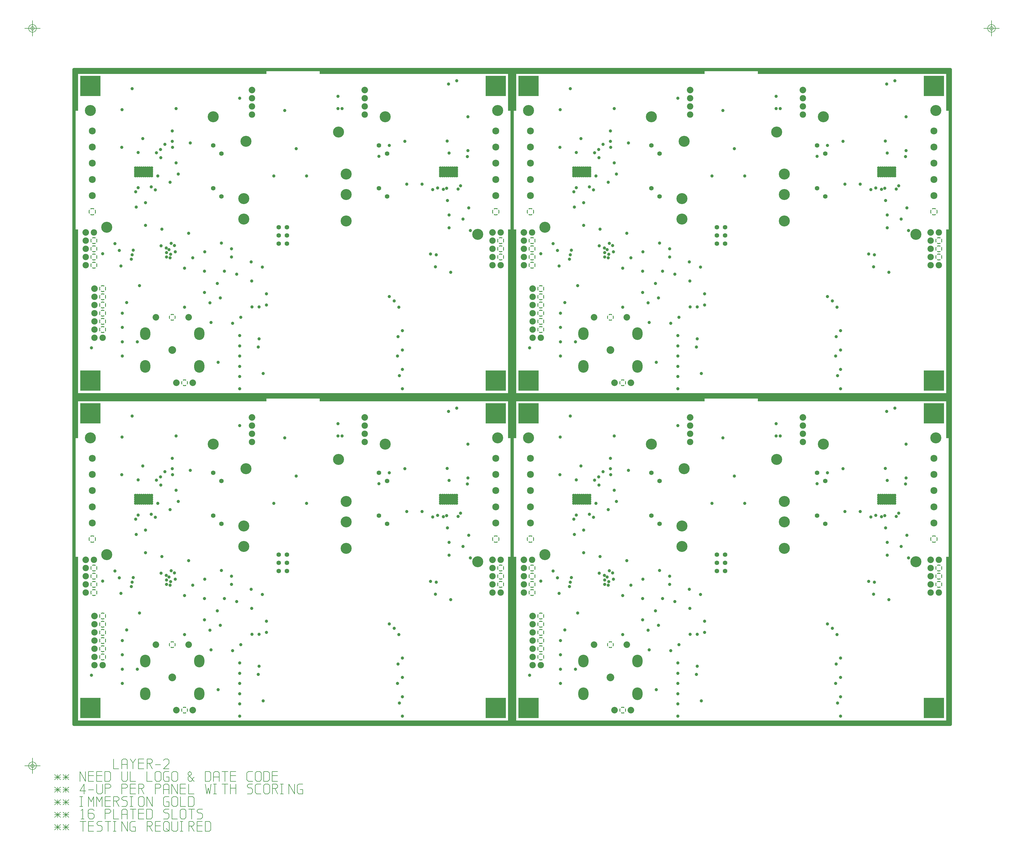
<source format=gbr>
*%FSLAX24Y24*%
%MOIN*%
%IPPOS*%
%ADD10C,0.2X0.158*%
%ADD11C,0.024*%
%ADD12C,0.063*%
%ADD13R,0.063X0.063*%
%ADD14C,0.07*%
%ADD15R,0.07X0.07*%
%ADD16C,0.12*%
%ADD17R,0.0374X0.0516*%
%ADD18C,0.08*%
%ADD19R,0.0516X0.0374*%
%ADD20R,0.0406X0.0744*%
%ADD21R,0.028X0.0146*%
%ADD22R,0.076X0.0189*%
%ADD23C,0.02*%
%ADD24R,0.0839X0.0303*%
%ADD25R,0.2165X0.1142*%
%ADD26R,0.0158X0.0575*%
%ADD27R,0.026X0.0516*%
%ADD28R,0.1638X0.0835*%
%ADD29O,0.11X0.141*%
%ADD30C,0.062*%
%ADD31R,0.0476X0.0697*%
%ADD32C,0.074X0.066*%
%ADD33R,0.0516X0.026*%
%ADD34R,0.0594X0.0161*%
%ADD35C,0.04*%
%ADD36R,0.0516X0.0161*%
%ADD37R,0.0299X0.0535*%
%ADD38R,0.0535X0.0299*%
%ADD39R,0.0303X0.0362*%
%ADD40R,0.061X0.1382*%
%ADD41R,0.0402X0.0406*%
%ADD42R,0.083X0.079*%
%ADD43R,0.016X0.053*%
%ADD44R,0.063X0.075*%
%ADD45R,0.3555X0.3173*%
%ADD46R,0.0362X0.0697*%
%ADD47C,0.01*%
%ADD48C,0.02*%
%ADD49C,0.03*%
%ADD50C,0.05*%
%ADD51C,0.015*%
%ADD52C,0.025*%
%ADD53C,0.016*%
%ADD54C,0.018*%
%ADD55C,0.075*%
%ADD56C,0.1*%
%ADD57C,0.007*%
%ADD58C,0.008*%
%ADD59C,0.039*%
%ADD60C,0.22*%
%ADD61C,0.036*%
%AMD62*
1,1,0.09,0.0,0.0*
1,0,0.07,0.0,0.0*
20,0,0.015,0.0337,-0.0337,-0.0337,0.0337,0.0*
20,0,0.015,-0.0337,-0.0337,0.0337,0.0337,0.0*%
%ADD62D62*%
G04:---LTIenv:A062:5,0.09,0.015,0.07,4,45.0 *
%ADD63C,0.04*%
%AMD64*
1,1,0.082,0.0,0.0*
1,0,0.062,0.0,0.0*
20,0,0.015,0.0308,-0.0308,-0.0308,0.0308,0.0*
20,0,0.015,-0.0308,-0.0308,0.0308,0.0308,0.0*%
%ADD64D64*%
G04:---LTIenv:A064:5,0.082,0.015,0.062,4,45.0 *
%ADD65C,0.15*%
%ADD66C,0.05*%
%ADD67R,0.25X0.25*%
%ADD68C,0.1*%
%AMD69*
1,1,0.1,0.0,0.0*
1,0,0.0875,0.0,0.0*
1,1,0.05,0.0,0.0*
1,0,0.0375,0.0,0.0*
20,1,0.0062,0.0,-0.0969,0.0,0.0969,0.0*
20,1,0.0062,-0.0969,0.0,0.0969,0.0,0.0*%
%ADD69D69*%
G04:---LTIenv:A069:6,0.2,6 *
%ADD100C,0.04*%
%ADD101C,0.062*%
%ADD104C,0.02*%
%ADD105C,0.01*%
%ADD106C,0.02*%
%ADD107C,0.03*%
%ADD108C,0.05*%
%ADD109C,0.1*%
%ADD110C,0.026*%
%ADD117C,0.026*%
%ADD118R,0.042X0.076*%
%ADD119R,0.362X0.323*%
%ADD120C,0.08*%
%ADD121C,0.056*%
%ADD122C,0.085*%
%ADD123C,0.078*%
%ADD124C,0.094*%
%AMD125*
1,1,0.084,0.0,0.0*
1,0,0.064,0.0,0.0*
20,0,0.015,0.0315,-0.0315,-0.0315,0.0315,0.0*
20,0,0.015,-0.0315,-0.0315,0.0315,0.0315,0.0*%
%ADD125D125*%
G04:---LTIenv:A125:5,0.084,0.015,0.064,4,45.0 *
%ADD126O,0.125X0.154*%
%ADD127R,0.069X0.081*%
%ADD128C,0.135*%
%ADD131C,0.068*%
%ADD132C,0.046*%
%ADD135C,0.126*%
%ADD136R,0.076X0.076*%
%ADD137C,0.076*%
%ADD138R,0.069X0.069*%
%ADD139C,0.069*%
%ADD140C,0.03*%
%ADD141C,0.206*%
%ADD142R,0.02X0.057*%
%ADD143R,0.089X0.085*%
%ADD144R,0.046X0.047*%
%ADD145R,0.067X0.144*%
%ADD146R,0.036X0.042*%
%ADD147R,0.06X0.036*%
%ADD148R,0.036X0.06*%
%ADD149R,0.056X0.02*%
%ADD150C,0.046*%
%ADD151R,0.063X0.02*%
%ADD152R,0.058X0.032*%
%ADD153C,0.08*%
%ADD154R,0.054X0.076*%
%ADD155C,0.068*%
%ADD156O,0.116X0.147*%
%ADD157R,0.17X0.09*%
%ADD158R,0.032X0.058*%
%ADD159R,0.02X0.062*%
%ADD160R,0.223X0.12*%
%ADD161R,0.087X0.0325*%
%ADD162R,0.078X0.02*%
%ADD163R,0.034X0.021*%
%ADD164R,0.047X0.08*%
%ADD165R,0.058X0.043*%
%ADD166C,0.086*%
%ADD167R,0.043X0.058*%
%ADD168C,0.126*%
%ADD169R,0.076X0.076*%
%ADD170C,0.076*%
%ADD171R,0.069X0.069*%
%ADD172C,0.069*%
%ADD173C,0.03*%
%ADD174C,0.206*%
%ADD200C,0.002*%
%ADD901C,0.01*%
G04:---LTIenv:A901:15,0.01,1 *
%ADD902C,0.013*%
G04:---LTIenv:A902:15,0.013,2 *
%ADD903C,0.028*%
G04:---LTIenv:A903:15,0.028,3 *
%ADD904C,0.042*%
G04:---LTIenv:A904:15,0.042,4 *
%ADD905C,0.044*%
G04:---LTIenv:A905:15,0.044,5 *
%ADD906C,0.05*%
G04:---LTIenv:A906:15,0.05,6 *
%ADD907C,0.067*%
G04:---LTIenv:A907:15,0.067,7 *
%ADD908C,0.064*%
G04:---LTIenv:A908:15,0.064,8 *
%ADD909C,0.156*%
G04:---LTIenv:A909:15,0.156,9 *
%ADD910C,0.07*%
G04:---LTIenv:A910:15,0.07,10 *
%ADD911C,0.125*%
G04:---LTIenv:A911:15,0.125,11 *

%LPD*%
D58*X151Y-3615D2*X869Y-4266D1*X151D2*X869Y-3615D1*X151Y-3945D2*X869D1*X510Y-4266D2*Y-3615D1*X1172D2*X1890Y-4266D1*X1172D2*X1890Y-3615D1*X1172Y-3945D2*X1890D1*X1531Y-4266D2*Y-3615D1*X3931Y-3246D2*Y-4446D1*X3241Y-3246*Y-4446*X4271Y-3756D2*X4932D1*Y-3246D2*X4271D1*Y-4446*X4932*X5291Y-3756D2*X5953D1*Y-3246D2*X5291D1*Y-4446*X5953*X6803D2*X6983Y-4266D1*Y-3435*X6803Y-3246*X6293*Y-4446*X6803*X9061Y-3246D2*Y-4266D1*X8882Y-4446*X8523*X8343Y-4266*Y-3246*X10035Y-4446D2*X9383D1*Y-3246*X12076Y-4446D2*X11424D1*Y-3246*X12416Y-3435D2*Y-4266D1*X12595Y-4446*X12954*X13134Y-4266*Y-3435*X12954Y-3246*X12595*X12416Y-3435*X13776Y-3907D2*X14107D1*Y-4446*X13625*X13446Y-4266*Y-3435*X13625Y-3246*X14107*X14457Y-3435D2*Y-4266D1*X14636Y-4446*X14995*X15175Y-4266*Y-3435*X14995Y-3246*X14636*X14457Y-3435*X17169Y-4446D2*X16450Y-3615D1*Y-3435*X16649Y-3246*X16838Y-3435*Y-3615*X16450Y-3907*Y-4266*X16630Y-4446*X16809*X16989Y-4304*Y-4125*X17169Y-3945*X19049Y-4446D2*X19228Y-4266D1*Y-3435*X19049Y-3246*X18539*Y-4446*X19049*X19559Y-3907D2*X20249D1*Y-4446D2*Y-3435D1*X20069Y-3246*X19739*X19559Y-3435*Y-4446*X20957D2*Y-3246D1*X20598D2*X21317D1*X21619Y-3756D2*X22280D1*Y-3246D2*X21619D1*Y-4446*X22280*X24340D2*X23802D1*X23622Y-4266*Y-3435*X23802Y-3246*X24340*X24661Y-3435D2*Y-4266D1*X24841Y-4446*X25200*X25380Y-4266*Y-3435*X25200Y-3246*X24841*X24661Y-3435*X26192Y-4446D2*X26372Y-4266D1*Y-3435*X26192Y-3246*X25682*Y-4446*X26192*X26721Y-3756D2*X27383D1*Y-3246D2*X26721D1*Y-4446*X27383*X151Y-5145D2*X869Y-5797D1*X151D2*X869Y-5145D1*X151Y-5476D2*X869D1*X510Y-5797D2*Y-5145D1*X1172D2*X1890Y-5797D1*X1172D2*X1890Y-5145D1*X1172Y-5476D2*X1890D1*X1531Y-5797D2*Y-5145D1*X3940Y-5618D2*X3250D1*X3761Y-4777*Y-5977*X4271Y-5476D2*X4932D1*X6000Y-4777D2*Y-5797D1*X5820Y-5977*X5461*X5282Y-5797*Y-4777*X6312Y-5287D2*X6822D1*X7002Y-5107*Y-4966*X6822Y-4777*X6312*Y-5977*X8353Y-5287D2*X8863D1*X9043Y-5107*Y-4966*X8863Y-4777*X8353*Y-5977*X9373Y-5287D2*X10035D1*Y-4777D2*X9373D1*Y-5977*X10035*X10706Y-5325D2*X11065Y-5977D1*X10413Y-5325D2*X10885D1*X11065Y-5145*Y-4966*X10885Y-4777*X10413*Y-5977*X12435Y-5287D2*X12945D1*X13124Y-5107*Y-4966*X12945Y-4777*X12435*Y-5977*X13436Y-5438D2*X14126D1*Y-5977D2*Y-4966D1*X13946Y-4777*X13616*X13436Y-4966*Y-5977*X15156Y-4777D2*Y-5977D1*X14466Y-4777*Y-5977*X15496Y-5287D2*X16157D1*Y-4777D2*X15496D1*Y-5977*X16157*X17178D2*X16526D1*Y-4777*X19247D2*X19096Y-5977D1*X18917Y-5259*X18737Y-5977*X18557Y-4777*X19550Y-5977D2*X19909D1*X19729D2*Y-4777D1*X19550D2*X19909D1*X20957Y-5977D2*Y-4777D1*X20598D2*X21317D1*X21600Y-5287D2*X22290D1*Y-5977D2*Y-4777D1*X21600Y-5977D2*Y-4777D1*X23669Y-5977D2*X24151D1*X24331Y-5797*Y-5438*X24151Y-5259*X23849*X23669Y-5079*Y-4966*X23849Y-4777*X24331*X25361Y-5977D2*X24822D1*X24643Y-5797*Y-4966*X24822Y-4777*X25361*X25682Y-4966D2*Y-5797D1*X25861Y-5977*X26220*X26400Y-5797*Y-4966*X26220Y-4777*X25861*X25682Y-4966*X27033Y-5325D2*X27392Y-5977D1*X26740Y-5325D2*X27213D1*X27392Y-5145*Y-4966*X27213Y-4777*X26740*Y-5977*X27713D2*X28072D1*X27893D2*Y-4777D1*X27713D2*X28072D1*X29443D2*Y-5977D1*X28753Y-4777*Y-5977*X30104Y-5438D2*X30435D1*Y-5977*X29953*X29773Y-5797*Y-4966*X29953Y-4777*X30435*X151Y-6676D2*X869Y-7328D1*X151D2*X869Y-6676D1*X151Y-7007D2*X869D1*X510Y-7328D2*Y-6676D1*X1172D2*X1890Y-7328D1*X1172D2*X1890Y-6676D1*X1172Y-7007D2*X1890D1*X1531Y-7328D2*Y-6676D1*X3222Y-7507D2*X3581D1*X3402D2*Y-6307D1*X3222D2*X3581D1*X4932Y-7507D2*Y-6307D1*X4602Y-6969*X4271Y-6307*Y-7507*X5953D2*Y-6307D1*X5622Y-6969*X5291Y-6307*Y-7507*X6312Y-6818D2*X6973D1*Y-6307D2*X6312D1*Y-7507*X6973*X7644Y-6855D2*X8003Y-7507D1*X7351Y-6855D2*X7824D1*X8003Y-6676*Y-6496*X7824Y-6307*X7351*Y-7507*X8362D2*X8844D1*X9024Y-7328*Y-6969*X8844Y-6789*X8542*X8362Y-6610*Y-6496*X8542Y-6307*X9024*X9345Y-7507D2*X9704D1*X9524D2*Y-6307D1*X9345D2*X9704D1*X10375Y-6496D2*Y-7328D1*X10554Y-7507*X10913*X11093Y-7328*Y-6496*X10913Y-6307*X10554*X10375Y-6496*X12094Y-6307D2*Y-7507D1*X11405Y-6307*Y-7507*X13776Y-6969D2*X14107D1*Y-7507*X13625*X13446Y-7328*Y-6496*X13625Y-6307*X14107*X14457Y-6496D2*Y-7328D1*X14636Y-7507*X14995*X15175Y-7328*Y-6496*X14995Y-6307*X14636*X14457Y-6496*X16157Y-7507D2*X15506D1*Y-6307*X17008Y-7507D2*X17187Y-7328D1*Y-6496*X17008Y-6307*X16498*Y-7507*X17008*X151Y-8207D2*X869Y-8859D1*X151D2*X869Y-8207D1*X151Y-8537D2*X869D1*X510Y-8859D2*Y-8207D1*X1172D2*X1890Y-8859D1*X1172D2*X1890Y-8207D1*X1172Y-8537D2*X1890D1*X1531Y-8859D2*Y-8207D1*X3392Y-9038D2*X3751D1*X3572D2*Y-7838D1*X3392Y-8027*X4252Y-8348D2*X4791D1*X4970Y-8537*Y-8859*X4791Y-9038*X4431*X4252Y-8802*Y-8027*X4431Y-7838*X4791*X4970Y-8027*X6312Y-8348D2*X6822D1*X7002Y-8169*Y-8027*X6822Y-7838*X6312*Y-9038*X7994D2*X7342D1*Y-7838*X8334Y-8500D2*X9024D1*Y-9038D2*Y-8027D1*X8844Y-7838*X8513*X8334Y-8027*Y-9038*X9732D2*Y-7838D1*X9373D2*X10091D1*X10394Y-8348D2*X11055D1*Y-7838D2*X10394D1*Y-9038*X11055*X11906D2*X12085Y-8859D1*Y-8027*X11906Y-7838*X11395*Y-9038*X11906*X13465D2*X13946D1*X14126Y-8859*Y-8500*X13946Y-8320*X13644*X13465Y-8140*Y-8027*X13644Y-7838*X14126*X15137Y-9038D2*X14485D1*Y-7838*X15477Y-8027D2*Y-8859D1*X15657Y-9038*X16016*X16195Y-8859*Y-8027*X16016Y-7838*X15657*X15477Y-8027*X16876Y-9038D2*Y-7838D1*X16517D2*X17235D1*X17546Y-9038D2*X18028D1*X18208Y-8859*Y-8500*X18028Y-8320*X17726*X17546Y-8140*Y-8027*X17726Y-7838*X18208*X151Y-9737D2*X869Y-10389D1*X151D2*X869Y-9737D1*X151Y-10068D2*X869D1*X510Y-10389D2*Y-9737D1*X1172D2*X1890Y-10389D1*X1172D2*X1890Y-9737D1*X1172Y-10068D2*X1890D1*X1531Y-10389D2*Y-9737D1*X3609Y-10569D2*Y-9369D1*X3250D2*X3969D1*X4271Y-9879D2*X4932D1*Y-9369D2*X4271D1*Y-10569*X4932*X5301D2*X5783D1*X5962Y-10389*Y-10030*X5783Y-9851*X5480*X5301Y-9671*Y-9558*X5480Y-9369*X5962*X6671Y-10569D2*Y-9369D1*X6312D2*X7030D1*X7304Y-10569D2*X7663D1*X7483D2*Y-9369D1*X7304D2*X7663D1*X9033D2*Y-10569D1*X8343Y-9369*Y-10569*X9694Y-10030D2*X10025D1*Y-10569*X9543*X9364Y-10389*Y-9558*X9543Y-9369*X10025*X11726Y-9917D2*X12085Y-10569D1*X11433Y-9917D2*X11906D1*X12085Y-9737*Y-9558*X11906Y-9369*X11433*Y-10569*X12435Y-9879D2*X13096D1*Y-9369D2*X12435D1*Y-10569*X13096*X13776Y-10210D2*X14135Y-10569D1*X13625Y-9369D2*X13446Y-9558D1*Y-10389*X13625Y-10569*X13956*X14135Y-10389*Y-9558*X13956Y-9369*X13625*X15184D2*Y-10389D1*X15005Y-10569*X14646*X14466Y-10389*Y-9369*X15468Y-10569D2*X15827D1*X15647D2*Y-9369D1*X15468D2*X15827D1*X16828Y-9917D2*X17187Y-10569D1*X16535Y-9917D2*X17008D1*X17187Y-9737*Y-9558*X17008Y-9369*X16535*Y-10569*X17537Y-9879D2*X18198D1*Y-9369D2*X17537D1*Y-10569*X18198*X19049D2*X19228Y-10389D1*Y-9558*X19049Y-9369*X18539*Y-10569*X19049*X7993Y-2915D2*X7341D1*Y-1715*X8334Y-2376D2*X9023D1*Y-2915D2*Y-1904D1*X8844Y-1715*X8513*X8334Y-1904*Y-2915*X9392Y-1715D2*X9723Y-2197D1*X10053Y-1715*X9723Y-2915D2*Y-2197D1*X10393Y-2225D2*X11055D1*Y-1715D2*X10393D1*Y-2915*X11055*X11726Y-2263D2*X12085Y-2915D1*X11433Y-2263D2*X11905D1*X12085Y-2084*Y-1904*X11905Y-1715*X11433*Y-2915*X12434Y-2414D2*X13096D1*X14126Y-2915D2*X13436D1*X14126Y-2263*Y-1904*X13946Y-1715*X13615*X13436Y-1904*D63*X2500Y82500D2*Y42500D1*X56000*Y82500*X2500*X109500Y42500D2*Y82500D1*X56000*Y2500D2*X109500D1*Y42500*X56000*X2500D2*Y2500D1*X56000*Y42500*D200*X2410Y42430D2*X56090D1*X2410Y42450D2*X56090D1*X2410Y42470D2*X56090D1*X2410Y42490D2*X56090D1*X2410Y42570D2*X56090D1*X2410Y42590D2*X56090D1*X2410Y42610D2*X56090D1*X2410Y42630D2*X56090D1*X2410Y42650D2*X56090D1*X2410Y42670D2*X56090D1*X2410Y42690D2*X56090D1*X2410Y42710D2*X56090D1*X2410Y42730D2*X56090D1*X2410Y42750D2*X56090D1*X2410Y42770D2*X56090D1*X2410Y42790D2*X56090D1*X2410Y42810D2*X56090D1*X2410Y42830D2*X56090D1*X2410Y42850D2*X56090D1*X2410Y42870D2*X56090D1*X2410Y42890D2*X56090D1*X2410Y42910D2*X56090D1*X2410Y42930D2*X56090D1*X2410Y42950D2*X56090D1*X2410Y42970D2*X56090D1*X2410Y42990D2*X56090D1*X2410Y82510D2*X56090D1*X2410Y82530D2*X56090D1*X2410Y82550D2*X56090D1*X2410Y82570D2*X56090D1*X55510Y43010D2*X56090D1*X55510Y43030D2*X56090D1*X55510Y43050D2*X56090D1*X55510Y43070D2*X56090D1*X55510Y43090D2*X56090D1*X55510Y43110D2*X56090D1*X55510Y43130D2*X56090D1*X55510Y43150D2*X56090D1*X55510Y43170D2*X56090D1*X55510Y43190D2*X56090D1*X55510Y43210D2*X56090D1*X55510Y43230D2*X56090D1*X55510Y43250D2*X56090D1*X55510Y43270D2*X56090D1*X55510Y43290D2*X56090D1*X55510Y43310D2*X56090D1*X55510Y43330D2*X56090D1*X55510Y43350D2*X56090D1*X55510Y43370D2*X56090D1*X55510Y43390D2*X56090D1*X55510Y43410D2*X56090D1*X55510Y43430D2*X56090D1*X55510Y43450D2*X56090D1*X55510Y43470D2*X56090D1*X55510Y43490D2*X56090D1*X55510Y43510D2*X56090D1*X55510Y43530D2*X56090D1*X55510Y43550D2*X56090D1*X55510Y43570D2*X56090D1*X55510Y43590D2*X56090D1*X55510Y43610D2*X56090D1*X55510Y43630D2*X56090D1*X55510Y43650D2*X56090D1*X55510Y43670D2*X56090D1*X55510Y43690D2*X56090D1*X55510Y43710D2*X56090D1*X55510Y43730D2*X56090D1*X55510Y43750D2*X56090D1*X55510Y43770D2*X56090D1*X55510Y43790D2*X56090D1*X55510Y43810D2*X56090D1*X55510Y43830D2*X56090D1*X55510Y43850D2*X56090D1*X55510Y43870D2*X56090D1*X55510Y43890D2*X56090D1*X55510Y43910D2*X56090D1*X55510Y43930D2*X56090D1*X55510Y43950D2*X56090D1*X55510Y43970D2*X56090D1*X55510Y43990D2*X56090D1*X55510Y44010D2*X56090D1*X55510Y44030D2*X56090D1*X55510Y44050D2*X56090D1*X55510Y44070D2*X56090D1*X55510Y44090D2*X56090D1*X55510Y44110D2*X56090D1*X55510Y44130D2*X56090D1*X55510Y44150D2*X56090D1*X55510Y44170D2*X56090D1*X55510Y44190D2*X56090D1*X55510Y44210D2*X56090D1*X55510Y44230D2*X56090D1*X55510Y44250D2*X56090D1*X55510Y44270D2*X56090D1*X55510Y44290D2*X56090D1*X55510Y44310D2*X56090D1*X55510Y44330D2*X56090D1*X55510Y44350D2*X56090D1*X55510Y44370D2*X56090D1*X55510Y44390D2*X56090D1*X55510Y44410D2*X56090D1*X55510Y44430D2*X56090D1*X55510Y44450D2*X56090D1*X55510Y44470D2*X56090D1*X55510Y44490D2*X56090D1*X55510Y44510D2*X56090D1*X55510Y44530D2*X56090D1*X55510Y44550D2*X56090D1*X55510Y44570D2*X56090D1*X55510Y44590D2*X56090D1*X55510Y44610D2*X56090D1*X55510Y44630D2*X56090D1*X55510Y44650D2*X56090D1*X55510Y44670D2*X56090D1*X55510Y44690D2*X56090D1*X55510Y44710D2*X56090D1*X55510Y44730D2*X56090D1*X55510Y44750D2*X56090D1*X55510Y44770D2*X56090D1*X55510Y44790D2*X56090D1*X55510Y44810D2*X56090D1*X55510Y44830D2*X56090D1*X55510Y44850D2*X56090D1*X55510Y44870D2*X56090D1*X55510Y44890D2*X56090D1*X55510Y44910D2*X56090D1*X55510Y44930D2*X56090D1*X55510Y44950D2*X56090D1*X55510Y44970D2*X56090D1*X55510Y44990D2*X56090D1*X55510Y45010D2*X56090D1*X55510Y45030D2*X56090D1*X55510Y45050D2*X56090D1*X55510Y45070D2*X56090D1*X55510Y45090D2*X56090D1*X55510Y45110D2*X56090D1*X55510Y45130D2*X56090D1*X55510Y45150D2*X56090D1*X55510Y45170D2*X56090D1*X55510Y45190D2*X56090D1*X55510Y45210D2*X56090D1*X55510Y45230D2*X56090D1*X55510Y45250D2*X56090D1*X55510Y45270D2*X56090D1*X55510Y45290D2*X56090D1*X55510Y45310D2*X56090D1*X55510Y45330D2*X56090D1*X55510Y45350D2*X56090D1*X55510Y45370D2*X56090D1*X55510Y45390D2*X56090D1*X55510Y45410D2*X56090D1*X55510Y45430D2*X56090D1*X55510Y45450D2*X56090D1*X55510Y45470D2*X56090D1*X55510Y45490D2*X56090D1*X55510Y45510D2*X56090D1*X55510Y45530D2*X56090D1*X55510Y45550D2*X56090D1*X55510Y45570D2*X56090D1*X55510Y45590D2*X56090D1*X55510Y45610D2*X56090D1*X55510Y45630D2*X56090D1*X55510Y45650D2*X56090D1*X55510Y45670D2*X56090D1*X55510Y45690D2*X56090D1*X55510Y45710D2*X56090D1*X55510Y45730D2*X56090D1*X55510Y45750D2*X56090D1*X55510Y45770D2*X56090D1*X55510Y45790D2*X56090D1*X55510Y45810D2*X56090D1*X55510Y45830D2*X56090D1*X55510Y45850D2*X56090D1*X55510Y45870D2*X56090D1*X55510Y45890D2*X56090D1*X55510Y45910D2*X56090D1*X55510Y45930D2*X56090D1*X55510Y45950D2*X56090D1*X55510Y45970D2*X56090D1*X55510Y45990D2*X56090D1*X55510Y46010D2*X56090D1*X55510Y46030D2*X56090D1*X55510Y46050D2*X56090D1*X55510Y46070D2*X56090D1*X55510Y46090D2*X56090D1*X55510Y46110D2*X56090D1*X55510Y46130D2*X56090D1*X55510Y46150D2*X56090D1*X55510Y46170D2*X56090D1*X55510Y46190D2*X56090D1*X55510Y46210D2*X56090D1*X55510Y46230D2*X56090D1*X55510Y46250D2*X56090D1*X55510Y46270D2*X56090D1*X55510Y46290D2*X56090D1*X55510Y46310D2*X56090D1*X55510Y46330D2*X56090D1*X55510Y46350D2*X56090D1*X55510Y46370D2*X56090D1*X55510Y46390D2*X56090D1*X55510Y46410D2*X56090D1*X55510Y46430D2*X56090D1*X55510Y46450D2*X56090D1*X55510Y46470D2*X56090D1*X55510Y46490D2*X56090D1*X55510Y46510D2*X56090D1*X55510Y46530D2*X56090D1*X55510Y46550D2*X56090D1*X55510Y46570D2*X56090D1*X55510Y46590D2*X56090D1*X55510Y46610D2*X56090D1*X55510Y46630D2*X56090D1*X55510Y46650D2*X56090D1*X55510Y46670D2*X56090D1*X55510Y46690D2*X56090D1*X55510Y46710D2*X56090D1*X55510Y46730D2*X56090D1*X55510Y46750D2*X56090D1*X55510Y46770D2*X56090D1*X55510Y46790D2*X56090D1*X55510Y46810D2*X56090D1*X55510Y46830D2*X56090D1*X55510Y46850D2*X56090D1*X55510Y46870D2*X56090D1*X55510Y46890D2*X56090D1*X55510Y46910D2*X56090D1*X55510Y46930D2*X56090D1*X55510Y46950D2*X56090D1*X55510Y46970D2*X56090D1*X55510Y46990D2*X56090D1*X55510Y47010D2*X56090D1*X55510Y47030D2*X56090D1*X55510Y47050D2*X56090D1*X55510Y47070D2*X56090D1*X55510Y47090D2*X56090D1*X55510Y47110D2*X56090D1*X55510Y47130D2*X56090D1*X55510Y47150D2*X56090D1*X55510Y47170D2*X56090D1*X55510Y47190D2*X56090D1*X55510Y47210D2*X56090D1*X55510Y47230D2*X56090D1*X55510Y47250D2*X56090D1*X55510Y47270D2*X56090D1*X55510Y47290D2*X56090D1*X55510Y47310D2*X56090D1*X55510Y47330D2*X56090D1*X55510Y47350D2*X56090D1*X55510Y47370D2*X56090D1*X55510Y47390D2*X56090D1*X55510Y47410D2*X56090D1*X55510Y47430D2*X56090D1*X55510Y47450D2*X56090D1*X55510Y47470D2*X56090D1*X55510Y47490D2*X56090D1*X55510Y47510D2*X56090D1*X55510Y47530D2*X56090D1*X55510Y47550D2*X56090D1*X55510Y47570D2*X56090D1*X55510Y47590D2*X56090D1*X55510Y47610D2*X56090D1*X55510Y47630D2*X56090D1*X55510Y47650D2*X56090D1*X55510Y47670D2*X56090D1*X55510Y47690D2*X56090D1*X55510Y47710D2*X56090D1*X55510Y47730D2*X56090D1*X55510Y47750D2*X56090D1*X55510Y47770D2*X56090D1*X55510Y47790D2*X56090D1*X55510Y47810D2*X56090D1*X55510Y47830D2*X56090D1*X55510Y47850D2*X56090D1*X55510Y47870D2*X56090D1*X55510Y47890D2*X56090D1*X55510Y47910D2*X56090D1*X55510Y47930D2*X56090D1*X55510Y47950D2*X56090D1*X55510Y47970D2*X56090D1*X55510Y47990D2*X56090D1*X55510Y48010D2*X56090D1*X55510Y48030D2*X56090D1*X55510Y48050D2*X56090D1*X55510Y48070D2*X56090D1*X55510Y48090D2*X56090D1*X55510Y48110D2*X56090D1*X55510Y48130D2*X56090D1*X55510Y48150D2*X56090D1*X55510Y48170D2*X56090D1*X55510Y48190D2*X56090D1*X55510Y48210D2*X56090D1*X55510Y48230D2*X56090D1*X55510Y48250D2*X56090D1*X55510Y48270D2*X56090D1*X55510Y48290D2*X56090D1*X55510Y48310D2*X56090D1*X55510Y48330D2*X56090D1*X55510Y48350D2*X56090D1*X55510Y48370D2*X56090D1*X55510Y48390D2*X56090D1*X55510Y48410D2*X56090D1*X55510Y48430D2*X56090D1*X55510Y48450D2*X56090D1*X55510Y48470D2*X56090D1*X55510Y48490D2*X56090D1*X55510Y48510D2*X56090D1*X55510Y48530D2*X56090D1*X55510Y48550D2*X56090D1*X55510Y48570D2*X56090D1*X55510Y48590D2*X56090D1*X55510Y48610D2*X56090D1*X55510Y48630D2*X56090D1*X55510Y48650D2*X56090D1*X55510Y48670D2*X56090D1*X55510Y48690D2*X56090D1*X55510Y48710D2*X56090D1*X55510Y48730D2*X56090D1*X55510Y48750D2*X56090D1*X55510Y48770D2*X56090D1*X55510Y48790D2*X56090D1*X55510Y48810D2*X56090D1*X55510Y48830D2*X56090D1*X55510Y48850D2*X56090D1*X55510Y48870D2*X56090D1*X55510Y48890D2*X56090D1*X55510Y48910D2*X56090D1*X55510Y48930D2*X56090D1*X55510Y48950D2*X56090D1*X55510Y48970D2*X56090D1*X55510Y48990D2*X56090D1*X55510Y49010D2*X56090D1*X55510Y49030D2*X56090D1*X55510Y49050D2*X56090D1*X55510Y49070D2*X56090D1*X55510Y49090D2*X56090D1*X55510Y49110D2*X56090D1*X55510Y49130D2*X56090D1*X55510Y49150D2*X56090D1*X55510Y49170D2*X56090D1*X55510Y49190D2*X56090D1*X55510Y49210D2*X56090D1*X55510Y49230D2*X56090D1*X55510Y49250D2*X56090D1*X55510Y49270D2*X56090D1*X55510Y49290D2*X56090D1*X55510Y49310D2*X56090D1*X55510Y49330D2*X56090D1*X55510Y49350D2*X56090D1*X55510Y49370D2*X56090D1*X55510Y49390D2*X56090D1*X55510Y49410D2*X56090D1*X55510Y49430D2*X56090D1*X55510Y49450D2*X56090D1*X55510Y49470D2*X56090D1*X55510Y49490D2*X56090D1*X55510Y49510D2*X56090D1*X55510Y49530D2*X56090D1*X55510Y49550D2*X56090D1*X55510Y49570D2*X56090D1*X55510Y49590D2*X56090D1*X55510Y49610D2*X56090D1*X55510Y49630D2*X56090D1*X55510Y49650D2*X56090D1*X55510Y49670D2*X56090D1*X55510Y49690D2*X56090D1*X55510Y49710D2*X56090D1*X55510Y49730D2*X56090D1*X55510Y49750D2*X56090D1*X55510Y49770D2*X56090D1*X55510Y49790D2*X56090D1*X55510Y49810D2*X56090D1*X55510Y49830D2*X56090D1*X55510Y49850D2*X56090D1*X55510Y49870D2*X56090D1*X55510Y49890D2*X56090D1*X55510Y49910D2*X56090D1*X55510Y49930D2*X56090D1*X55510Y49950D2*X56090D1*X55510Y49970D2*X56090D1*X55510Y49990D2*X56090D1*X55510Y50010D2*X56090D1*X55510Y50030D2*X56090D1*X55510Y50050D2*X56090D1*X55510Y50070D2*X56090D1*X55510Y50090D2*X56090D1*X55510Y50110D2*X56090D1*X55510Y50130D2*X56090D1*X55510Y50150D2*X56090D1*X55510Y50170D2*X56090D1*X55510Y50190D2*X56090D1*X55510Y50210D2*X56090D1*X55510Y50230D2*X56090D1*X55510Y50250D2*X56090D1*X55510Y50270D2*X56090D1*X55510Y50290D2*X56090D1*X55510Y50310D2*X56090D1*X55510Y50330D2*X56090D1*X55510Y50350D2*X56090D1*X55510Y50370D2*X56090D1*X55510Y50390D2*X56090D1*X55510Y50410D2*X56090D1*X55510Y50430D2*X56090D1*X55510Y50450D2*X56090D1*X55510Y50470D2*X56090D1*X55510Y50490D2*X56090D1*X55510Y50510D2*X56090D1*X55510Y50530D2*X56090D1*X55510Y50550D2*X56090D1*X55510Y50570D2*X56090D1*X55510Y50590D2*X56090D1*X55510Y50610D2*X56090D1*X55510Y50630D2*X56090D1*X55510Y50650D2*X56090D1*X55510Y50670D2*X56090D1*X55510Y50690D2*X56090D1*X55510Y50710D2*X56090D1*X55510Y50730D2*X56090D1*X55510Y50750D2*X56090D1*X55510Y50770D2*X56090D1*X55510Y50790D2*X56090D1*X55510Y50810D2*X56090D1*X55510Y50830D2*X56090D1*X55510Y50850D2*X56090D1*X55510Y50870D2*X56090D1*X55510Y50890D2*X56090D1*X55510Y50910D2*X56090D1*X55510Y50930D2*X56090D1*X55510Y50950D2*X56090D1*X55510Y50970D2*X56090D1*X55510Y50990D2*X56090D1*X55510Y51010D2*X56090D1*X55510Y51030D2*X56090D1*X55510Y51050D2*X56090D1*X55510Y51070D2*X56090D1*X55510Y51090D2*X56090D1*X55510Y51110D2*X56090D1*X55510Y51130D2*X56090D1*X55510Y51150D2*X56090D1*X55510Y51170D2*X56090D1*X55510Y51190D2*X56090D1*X55510Y51210D2*X56090D1*X55510Y51230D2*X56090D1*X55510Y51250D2*X56090D1*X55510Y51270D2*X56090D1*X55510Y51290D2*X56090D1*X55510Y51310D2*X56090D1*X55510Y51330D2*X56090D1*X55510Y51350D2*X56090D1*X55510Y51370D2*X56090D1*X55510Y51390D2*X56090D1*X55510Y51410D2*X56090D1*X55510Y51430D2*X56090D1*X55510Y51450D2*X56090D1*X55510Y51470D2*X56090D1*X55510Y51490D2*X56090D1*X55510Y51510D2*X56090D1*X55510Y51530D2*X56090D1*X55510Y51550D2*X56090D1*X55510Y51570D2*X56090D1*X55510Y51590D2*X56090D1*X55510Y51610D2*X56090D1*X55510Y51630D2*X56090D1*X55510Y51650D2*X56090D1*X55510Y51670D2*X56090D1*X55510Y51690D2*X56090D1*X55510Y51710D2*X56090D1*X55510Y51730D2*X56090D1*X55510Y51750D2*X56090D1*X55510Y51770D2*X56090D1*X55510Y51790D2*X56090D1*X55510Y51810D2*X56090D1*X55510Y51830D2*X56090D1*X55510Y51850D2*X56090D1*X55510Y51870D2*X56090D1*X55510Y51890D2*X56090D1*X55510Y51910D2*X56090D1*X55510Y51930D2*X56090D1*X55510Y51950D2*X56090D1*X55510Y51970D2*X56090D1*X55510Y51990D2*X56090D1*X55510Y52010D2*X56090D1*X55510Y52030D2*X56090D1*X55510Y52050D2*X56090D1*X55510Y52070D2*X56090D1*X55510Y52090D2*X56090D1*X55510Y52110D2*X56090D1*X55510Y52130D2*X56090D1*X55510Y52150D2*X56090D1*X55510Y52170D2*X56090D1*X55510Y52190D2*X56090D1*X55510Y52210D2*X56090D1*X55510Y52230D2*X56090D1*X55510Y52250D2*X56090D1*X55510Y52270D2*X56090D1*X55510Y52290D2*X56090D1*X55510Y52310D2*X56090D1*X55510Y52330D2*X56090D1*X55510Y52350D2*X56090D1*X55510Y52370D2*X56090D1*X55510Y52390D2*X56090D1*X55510Y52410D2*X56090D1*X55510Y52430D2*X56090D1*X55510Y52450D2*X56090D1*X55510Y52470D2*X56090D1*X55510Y52490D2*X56090D1*X55510Y52510D2*X56090D1*X55510Y52530D2*X56090D1*X55510Y52550D2*X56090D1*X55510Y52570D2*X56090D1*X55510Y52590D2*X56090D1*X55510Y52610D2*X56090D1*X55510Y52630D2*X56090D1*X55510Y52650D2*X56090D1*X55510Y52670D2*X56090D1*X55510Y52690D2*X56090D1*X55510Y52710D2*X56090D1*X55510Y52730D2*X56090D1*X55510Y52750D2*X56090D1*X55510Y52770D2*X56090D1*X55510Y52790D2*X56090D1*X55510Y52810D2*X56090D1*X55510Y52830D2*X56090D1*X55510Y52850D2*X56090D1*X55510Y52870D2*X56090D1*X55510Y52890D2*X56090D1*X55510Y52910D2*X56090D1*X55510Y52930D2*X56090D1*X55510Y52950D2*X56090D1*X55510Y52970D2*X56090D1*X55510Y52990D2*X56090D1*X55510Y53010D2*X56090D1*X55510Y53030D2*X56090D1*X55510Y53050D2*X56090D1*X55510Y53070D2*X56090D1*X55510Y53090D2*X56090D1*X55510Y53110D2*X56090D1*X55510Y53130D2*X56090D1*X55510Y53150D2*X56090D1*X55510Y53170D2*X56090D1*X55510Y53190D2*X56090D1*X55510Y53210D2*X56090D1*X55510Y53230D2*X56090D1*X55510Y53250D2*X56090D1*X55510Y53270D2*X56090D1*X55510Y53290D2*X56090D1*X55510Y53310D2*X56090D1*X55510Y53330D2*X56090D1*X55510Y53350D2*X56090D1*X55510Y53370D2*X56090D1*X55510Y53390D2*X56090D1*X55510Y53410D2*X56090D1*X55510Y53430D2*X56090D1*X55510Y53450D2*X56090D1*X55510Y53470D2*X56090D1*X55510Y53490D2*X56090D1*X55510Y53510D2*X56090D1*X55510Y53530D2*X56090D1*X55510Y53550D2*X56090D1*X55510Y53570D2*X56090D1*X55510Y53590D2*X56090D1*X55510Y53610D2*X56090D1*X55510Y53630D2*X56090D1*X55510Y53650D2*X56090D1*X55510Y53670D2*X56090D1*X55510Y53690D2*X56090D1*X55510Y53710D2*X56090D1*X55510Y53730D2*X56090D1*X55510Y53750D2*X56090D1*X55510Y53770D2*X56090D1*X55510Y53790D2*X56090D1*X55510Y53810D2*X56090D1*X55510Y53830D2*X56090D1*X55510Y53850D2*X56090D1*X55510Y53870D2*X56090D1*X55510Y53890D2*X56090D1*X55510Y53910D2*X56090D1*X55510Y53930D2*X56090D1*X55510Y53950D2*X56090D1*X55510Y53970D2*X56090D1*X55510Y53990D2*X56090D1*X55510Y54010D2*X56090D1*X55510Y54030D2*X56090D1*X55510Y54050D2*X56090D1*X55510Y54070D2*X56090D1*X55510Y54090D2*X56090D1*X55510Y54110D2*X56090D1*X55510Y54130D2*X56090D1*X55510Y54150D2*X56090D1*X55510Y54170D2*X56090D1*X55510Y54190D2*X56090D1*X55510Y54210D2*X56090D1*X55510Y54230D2*X56090D1*X55510Y54250D2*X56090D1*X55510Y54270D2*X56090D1*X55510Y54290D2*X56090D1*X55510Y54310D2*X56090D1*X55510Y54330D2*X56090D1*X55510Y54350D2*X56090D1*X55510Y54370D2*X56090D1*X55510Y54390D2*X56090D1*X55510Y54410D2*X56090D1*X55510Y54430D2*X56090D1*X55510Y54450D2*X56090D1*X55510Y54470D2*X56090D1*X55510Y54490D2*X56090D1*X55510Y54510D2*X56090D1*X55510Y54530D2*X56090D1*X55510Y54550D2*X56090D1*X55510Y54570D2*X56090D1*X55510Y54590D2*X56090D1*X55510Y54610D2*X56090D1*X55510Y54630D2*X56090D1*X55510Y54650D2*X56090D1*X55510Y54670D2*X56090D1*X55510Y54690D2*X56090D1*X55510Y54710D2*X56090D1*X55510Y54730D2*X56090D1*X55510Y54750D2*X56090D1*X55510Y54770D2*X56090D1*X55510Y54790D2*X56090D1*X55510Y54810D2*X56090D1*X55510Y54830D2*X56090D1*X55510Y54850D2*X56090D1*X55510Y54870D2*X56090D1*X55510Y54890D2*X56090D1*X55510Y54910D2*X56090D1*X55510Y54930D2*X56090D1*X55510Y54950D2*X56090D1*X55510Y54970D2*X56090D1*X55510Y54990D2*X56090D1*X55510Y55010D2*X56090D1*X55510Y55030D2*X56090D1*X55510Y55050D2*X56090D1*X55510Y55070D2*X56090D1*X55510Y55090D2*X56090D1*X55510Y55110D2*X56090D1*X55510Y55130D2*X56090D1*X55510Y55150D2*X56090D1*X55510Y55170D2*X56090D1*X55510Y55190D2*X56090D1*X55510Y55210D2*X56090D1*X55510Y55230D2*X56090D1*X55510Y55250D2*X56090D1*X55510Y55270D2*X56090D1*X55510Y55290D2*X56090D1*X55510Y55310D2*X56090D1*X55510Y55330D2*X56090D1*X55510Y55350D2*X56090D1*X55510Y55370D2*X56090D1*X55510Y55390D2*X56090D1*X55510Y55410D2*X56090D1*X55510Y55430D2*X56090D1*X55510Y55450D2*X56090D1*X55510Y55470D2*X56090D1*X55510Y55490D2*X56090D1*X55510Y55510D2*X56090D1*X55510Y55530D2*X56090D1*X55510Y55550D2*X56090D1*X55510Y55570D2*X56090D1*X55510Y55590D2*X56090D1*X55510Y55610D2*X56090D1*X55510Y55630D2*X56090D1*X55510Y55650D2*X56090D1*X55510Y55670D2*X56090D1*X55510Y55690D2*X56090D1*X55510Y55710D2*X56090D1*X55510Y55730D2*X56090D1*X55510Y55750D2*X56090D1*X55510Y55770D2*X56090D1*X55510Y55790D2*X56090D1*X55510Y55810D2*X56090D1*X55510Y55830D2*X56090D1*X55510Y55850D2*X56090D1*X55510Y55870D2*X56090D1*X55510Y55890D2*X56090D1*X55510Y55910D2*X56090D1*X55510Y55930D2*X56090D1*X55510Y55950D2*X56090D1*X55510Y55970D2*X56090D1*X55510Y55990D2*X56090D1*X55510Y56010D2*X56090D1*X55510Y56030D2*X56090D1*X55510Y56050D2*X56090D1*X55510Y56070D2*X56090D1*X55510Y56090D2*X56090D1*X55510Y56110D2*X56090D1*X55510Y56130D2*X56090D1*X55510Y56150D2*X56090D1*X55510Y56170D2*X56090D1*X55510Y56190D2*X56090D1*X55510Y56210D2*X56090D1*X55510Y56230D2*X56090D1*X55510Y56250D2*X56090D1*X55510Y56270D2*X56090D1*X55510Y56290D2*X56090D1*X55510Y56310D2*X56090D1*X55510Y56330D2*X56090D1*X55510Y56350D2*X56090D1*X55510Y56370D2*X56090D1*X55510Y56390D2*X56090D1*X55510Y56410D2*X56090D1*X55510Y56430D2*X56090D1*X55510Y56450D2*X56090D1*X55510Y56470D2*X56090D1*X55510Y56490D2*X56090D1*X55510Y56510D2*X56090D1*X55510Y56530D2*X56090D1*X55510Y56550D2*X56090D1*X55510Y56570D2*X56090D1*X55510Y56590D2*X56090D1*X55510Y56610D2*X56090D1*X55510Y56630D2*X56090D1*X55510Y56650D2*X56090D1*X55510Y56670D2*X56090D1*X55510Y56690D2*X56090D1*X55510Y56710D2*X56090D1*X55510Y56730D2*X56090D1*X55510Y56750D2*X56090D1*X55510Y56770D2*X56090D1*X55510Y56790D2*X56090D1*X55510Y56810D2*X56090D1*X55510Y56830D2*X56090D1*X55510Y56850D2*X56090D1*X55510Y56870D2*X56090D1*X55510Y56890D2*X56090D1*X55510Y56910D2*X56090D1*X55510Y56930D2*X56090D1*X55510Y56950D2*X56090D1*X55510Y56970D2*X56090D1*X55510Y56990D2*X56090D1*X55510Y57010D2*X56090D1*X55510Y57030D2*X56090D1*X55510Y57050D2*X56090D1*X55510Y57070D2*X56090D1*X55510Y57090D2*X56090D1*X55510Y57110D2*X56090D1*X55510Y57130D2*X56090D1*X55510Y57150D2*X56090D1*X55510Y57170D2*X56090D1*X55510Y57190D2*X56090D1*X55510Y57210D2*X56090D1*X55510Y57230D2*X56090D1*X55510Y57250D2*X56090D1*X55510Y57270D2*X56090D1*X55510Y57290D2*X56090D1*X55510Y57310D2*X56090D1*X55510Y57330D2*X56090D1*X55510Y57350D2*X56090D1*X55510Y57370D2*X56090D1*X55510Y57390D2*X56090D1*X55510Y57410D2*X56090D1*X55510Y57430D2*X56090D1*X55510Y57450D2*X56090D1*X55510Y57470D2*X56090D1*X55510Y57490D2*X56090D1*X55510Y57510D2*X56090D1*X55510Y57530D2*X56090D1*X55510Y57550D2*X56090D1*X55510Y57570D2*X56090D1*X55510Y57590D2*X56090D1*X55510Y57610D2*X56090D1*X55510Y57630D2*X56090D1*X55510Y57650D2*X56090D1*X55510Y57670D2*X56090D1*X55510Y57690D2*X56090D1*X55510Y57710D2*X56090D1*X55510Y57730D2*X56090D1*X55510Y57750D2*X56090D1*X55510Y57770D2*X56090D1*X55510Y57790D2*X56090D1*X55510Y57810D2*X56090D1*X55510Y57830D2*X56090D1*X55510Y57850D2*X56090D1*X55510Y57870D2*X56090D1*X55510Y57890D2*X56090D1*X55510Y57910D2*X56090D1*X55510Y57930D2*X56090D1*X55510Y57950D2*X56090D1*X55510Y57970D2*X56090D1*X55510Y57990D2*X56090D1*X55510Y58010D2*X56090D1*X55510Y58030D2*X56090D1*X55510Y58050D2*X56090D1*X55510Y58070D2*X56090D1*X55510Y58090D2*X56090D1*X55510Y58110D2*X56090D1*X55510Y58130D2*X56090D1*X55510Y58150D2*X56090D1*X55510Y58170D2*X56090D1*X55510Y58190D2*X56090D1*X55510Y58210D2*X56090D1*X55510Y58230D2*X56090D1*X55510Y58250D2*X56090D1*X55510Y58270D2*X56090D1*X55510Y58290D2*X56090D1*X55510Y58310D2*X56090D1*X55510Y58330D2*X56090D1*X55510Y58350D2*X56090D1*X55510Y58370D2*X56090D1*X55510Y58390D2*X56090D1*X55510Y58410D2*X56090D1*X55510Y58430D2*X56090D1*X55510Y58450D2*X56090D1*X55510Y58470D2*X56090D1*X55510Y58490D2*X56090D1*X55510Y58510D2*X56090D1*X55510Y58530D2*X56090D1*X55510Y58550D2*X56090D1*X55510Y58570D2*X56090D1*X55510Y58590D2*X56090D1*X55510Y58610D2*X56090D1*X55510Y58630D2*X56090D1*X55510Y58650D2*X56090D1*X55510Y58670D2*X56090D1*X55510Y58690D2*X56090D1*X55510Y58710D2*X56090D1*X55510Y58730D2*X56090D1*X55510Y58750D2*X56090D1*X55510Y58770D2*X56090D1*X55510Y58790D2*X56090D1*X55510Y58810D2*X56090D1*X55510Y58830D2*X56090D1*X55510Y58850D2*X56090D1*X55510Y58870D2*X56090D1*X55510Y58890D2*X56090D1*X55510Y58910D2*X56090D1*X55510Y58930D2*X56090D1*X55510Y58950D2*X56090D1*X55510Y58970D2*X56090D1*X55510Y58990D2*X56090D1*X55510Y59010D2*X56090D1*X55510Y59030D2*X56090D1*X55510Y59050D2*X56090D1*X55510Y59070D2*X56090D1*X55510Y59090D2*X56090D1*X55510Y59110D2*X56090D1*X55510Y59130D2*X56090D1*X55510Y59150D2*X56090D1*X55510Y59170D2*X56090D1*X55510Y59190D2*X56090D1*X55510Y59210D2*X56090D1*X55510Y59230D2*X56090D1*X55510Y59250D2*X56090D1*X55510Y59270D2*X56090D1*X55510Y59290D2*X56090D1*X55510Y59310D2*X56090D1*X55510Y59330D2*X56090D1*X55510Y59350D2*X56090D1*X55510Y59370D2*X56090D1*X55510Y59390D2*X56090D1*X55510Y59410D2*X56090D1*X55510Y59430D2*X56090D1*X55510Y59450D2*X56090D1*X55510Y59470D2*X56090D1*X55510Y59490D2*X56090D1*X55510Y59510D2*X56090D1*X55510Y59530D2*X56090D1*X55510Y59550D2*X56090D1*X55510Y59570D2*X56090D1*X55510Y59590D2*X56090D1*X55510Y59610D2*X56090D1*X55510Y59630D2*X56090D1*X55510Y59650D2*X56090D1*X55510Y59670D2*X56090D1*X55510Y59690D2*X56090D1*X55510Y59710D2*X56090D1*X55510Y59730D2*X56090D1*X55510Y59750D2*X56090D1*X55510Y59770D2*X56090D1*X55510Y59790D2*X56090D1*X55510Y59810D2*X56090D1*X55510Y59830D2*X56090D1*X55510Y59850D2*X56090D1*X55510Y59870D2*X56090D1*X55510Y59890D2*X56090D1*X55510Y59910D2*X56090D1*X55510Y59930D2*X56090D1*X55510Y59950D2*X56090D1*X55510Y59970D2*X56090D1*X55510Y59990D2*X56090D1*X55510Y60010D2*X56090D1*X55510Y60030D2*X56090D1*X55510Y60050D2*X56090D1*X55510Y60070D2*X56090D1*X55510Y60090D2*X56090D1*X55510Y60110D2*X56090D1*X55510Y60130D2*X56090D1*X55510Y60150D2*X56090D1*X55510Y60170D2*X56090D1*X55510Y60190D2*X56090D1*X55510Y60210D2*X56090D1*X55510Y60230D2*X56090D1*X55510Y60250D2*X56090D1*X55510Y60270D2*X56090D1*X55510Y60290D2*X56090D1*X55510Y60310D2*X56090D1*X55510Y60330D2*X56090D1*X55510Y60350D2*X56090D1*X55510Y60370D2*X56090D1*X55510Y60390D2*X56090D1*X55510Y60410D2*X56090D1*X55510Y60430D2*X56090D1*X55510Y60450D2*X56090D1*X55510Y60470D2*X56090D1*X55510Y60490D2*X56090D1*X55510Y60510D2*X56090D1*X55510Y60530D2*X56090D1*X55510Y60550D2*X56090D1*X55510Y60570D2*X56090D1*X55510Y60590D2*X56090D1*X55510Y60610D2*X56090D1*X55510Y60630D2*X56090D1*X55510Y60650D2*X56090D1*X55510Y60670D2*X56090D1*X55510Y60690D2*X56090D1*X55510Y60710D2*X56090D1*X55510Y60730D2*X56090D1*X55510Y60750D2*X56090D1*X55510Y60770D2*X56090D1*X55510Y60790D2*X56090D1*X55510Y60810D2*X56090D1*X55510Y60830D2*X56090D1*X55510Y60850D2*X56090D1*X55510Y60870D2*X56090D1*X55510Y60890D2*X56090D1*X55510Y60910D2*X56090D1*X55510Y60930D2*X56090D1*X55510Y60950D2*X56090D1*X55510Y60970D2*X56090D1*X55510Y60990D2*X56090D1*X55510Y61010D2*X56090D1*X55510Y61030D2*X56090D1*X55510Y61050D2*X56090D1*X55510Y61070D2*X56090D1*X55510Y61090D2*X56090D1*X55510Y61110D2*X56090D1*X55510Y61130D2*X56090D1*X55510Y61150D2*X56090D1*X55510Y61170D2*X56090D1*X55510Y61190D2*X56090D1*X55510Y61210D2*X56090D1*X55510Y61230D2*X56090D1*X55510Y61250D2*X56090D1*X55510Y61270D2*X56090D1*X55510Y61290D2*X56090D1*X55510Y61310D2*X56090D1*X55510Y61330D2*X56090D1*X55510Y61350D2*X56090D1*X55510Y61370D2*X56090D1*X55510Y61390D2*X56090D1*X55510Y61410D2*X56090D1*X55510Y61430D2*X56090D1*X55510Y61450D2*X56090D1*X55510Y61470D2*X56090D1*X55510Y61490D2*X56090D1*X55510Y61510D2*X56090D1*X55510Y61530D2*X56090D1*X55510Y61550D2*X56090D1*X55510Y61570D2*X56090D1*X55510Y61590D2*X56090D1*X55510Y61610D2*X56090D1*X55510Y61630D2*X56090D1*X55510Y61650D2*X56090D1*X55510Y61670D2*X56090D1*X55510Y61690D2*X56090D1*X55510Y61710D2*X56090D1*X55510Y61730D2*X56090D1*X55510Y61750D2*X56090D1*X55510Y61770D2*X56090D1*X55510Y61790D2*X56090D1*X55510Y61810D2*X56090D1*X55510Y61830D2*X56090D1*X55510Y61850D2*X56090D1*X55510Y61870D2*X56090D1*X55510Y61890D2*X56090D1*X55510Y61910D2*X56090D1*X55510Y61930D2*X56090D1*X55510Y61950D2*X56090D1*X55510Y61970D2*X56090D1*X55510Y61990D2*X56090D1*X55510Y62010D2*X56090D1*X55510Y62030D2*X56090D1*X55510Y62050D2*X56090D1*X55510Y62070D2*X56090D1*X55510Y62090D2*X56090D1*X55510Y62110D2*X56090D1*X55510Y62130D2*X56090D1*X55510Y62150D2*X56090D1*X55510Y62170D2*X56090D1*X55510Y62190D2*X56090D1*X55510Y62210D2*X56090D1*X55510Y62230D2*X56090D1*X55510Y62250D2*X56090D1*X55510Y62270D2*X56090D1*X55510Y62290D2*X56090D1*X55510Y62310D2*X56090D1*X55510Y62330D2*X56090D1*X55510Y62350D2*X56090D1*X55510Y62370D2*X56090D1*X55510Y62390D2*X56090D1*X55510Y62410D2*X56090D1*X55510Y62430D2*X56090D1*X55510Y62450D2*X56090D1*X55510Y62470D2*X56090D1*X55510Y62490D2*X56090D1*X55510Y62510D2*X56090D1*X55510Y62530D2*X56090D1*X55510Y62550D2*X56090D1*X55510Y62570D2*X56090D1*X55510Y62590D2*X56090D1*X55510Y62610D2*X56090D1*X55510Y62630D2*X56090D1*X55510Y62650D2*X56090D1*X55510Y62670D2*X56090D1*X55510Y62690D2*X56090D1*X55510Y62710D2*X56090D1*X55510Y62730D2*X56090D1*X55510Y62750D2*X56090D1*X55510Y62770D2*X56090D1*X55510Y62790D2*X56090D1*X55510Y62810D2*X56090D1*X55510Y62830D2*X56090D1*X55510Y62850D2*X56090D1*X55510Y62870D2*X56090D1*X55510Y62890D2*X56090D1*X55510Y62910D2*X56090D1*X55510Y62930D2*X56090D1*X55510Y62950D2*X56090D1*X55510Y62970D2*X56090D1*X56010Y62990D2*X56090D1*X56010Y63010D2*X56090D1*X56010Y63030D2*X56090D1*X56010Y63050D2*X56090D1*X56010Y63070D2*X56090D1*X56010Y63090D2*X56090D1*X56010Y63110D2*X56090D1*X56010Y63130D2*X56090D1*X56010Y63150D2*X56090D1*X56010Y63170D2*X56090D1*X56010Y63190D2*X56090D1*X56010Y63210D2*X56090D1*X56010Y63230D2*X56090D1*X56010Y63250D2*X56090D1*X56010Y63270D2*X56090D1*X56010Y63290D2*X56090D1*X56010Y63310D2*X56090D1*X56010Y63330D2*X56090D1*X56010Y63350D2*X56090D1*X56010Y63370D2*X56090D1*X56010Y63390D2*X56090D1*X56010Y63410D2*X56090D1*X56010Y63430D2*X56090D1*X56010Y63450D2*X56090D1*X56010Y63470D2*X56090D1*X56010Y63490D2*X56090D1*X56010Y63510D2*X56090D1*X56010Y63530D2*X56090D1*X56010Y63550D2*X56090D1*X56010Y63570D2*X56090D1*X56010Y63590D2*X56090D1*X56010Y63610D2*X56090D1*X56010Y63630D2*X56090D1*X56010Y63650D2*X56090D1*X56010Y63670D2*X56090D1*X56010Y63690D2*X56090D1*X56010Y63710D2*X56090D1*X56010Y63730D2*X56090D1*X56010Y63750D2*X56090D1*X56010Y63770D2*X56090D1*X56010Y63790D2*X56090D1*X56010Y63810D2*X56090D1*X56010Y63830D2*X56090D1*X56010Y63850D2*X56090D1*X56010Y63870D2*X56090D1*X56010Y63890D2*X56090D1*X56010Y63910D2*X56090D1*X56010Y63930D2*X56090D1*X56010Y63950D2*X56090D1*X56010Y63970D2*X56090D1*X56010Y63990D2*X56090D1*X56010Y64010D2*X56090D1*X56010Y64030D2*X56090D1*X56010Y64050D2*X56090D1*X56010Y64070D2*X56090D1*X56010Y64090D2*X56090D1*X56010Y64110D2*X56090D1*X56010Y64130D2*X56090D1*X56010Y64150D2*X56090D1*X56010Y64170D2*X56090D1*X56010Y64190D2*X56090D1*X56010Y64210D2*X56090D1*X56010Y64230D2*X56090D1*X56010Y64250D2*X56090D1*X56010Y64270D2*X56090D1*X56010Y64290D2*X56090D1*X56010Y64310D2*X56090D1*X56010Y64330D2*X56090D1*X56010Y64350D2*X56090D1*X56010Y64370D2*X56090D1*X56010Y64390D2*X56090D1*X56010Y64410D2*X56090D1*X56010Y64430D2*X56090D1*X56010Y64450D2*X56090D1*X56010Y64470D2*X56090D1*X56010Y64490D2*X56090D1*X56010Y64510D2*X56090D1*X56010Y64530D2*X56090D1*X56010Y64550D2*X56090D1*X56010Y64570D2*X56090D1*X56010Y64590D2*X56090D1*X56010Y64610D2*X56090D1*X56010Y64630D2*X56090D1*X56010Y64650D2*X56090D1*X56010Y64670D2*X56090D1*X56010Y64690D2*X56090D1*X56010Y64710D2*X56090D1*X56010Y64730D2*X56090D1*X56010Y64750D2*X56090D1*X56010Y64770D2*X56090D1*X56010Y64790D2*X56090D1*X56010Y64810D2*X56090D1*X56010Y64830D2*X56090D1*X56010Y64850D2*X56090D1*X56010Y64870D2*X56090D1*X56010Y64890D2*X56090D1*X56010Y64910D2*X56090D1*X56010Y64930D2*X56090D1*X56010Y64950D2*X56090D1*X56010Y64970D2*X56090D1*X56010Y64990D2*X56090D1*X56010Y65010D2*X56090D1*X56010Y65030D2*X56090D1*X56010Y65050D2*X56090D1*X56010Y65070D2*X56090D1*X56010Y65090D2*X56090D1*X56010Y65110D2*X56090D1*X56010Y65130D2*X56090D1*X56010Y65150D2*X56090D1*X56010Y65170D2*X56090D1*X56010Y65190D2*X56090D1*X56010Y65210D2*X56090D1*X56010Y65230D2*X56090D1*X56010Y65250D2*X56090D1*X56010Y65270D2*X56090D1*X56010Y65290D2*X56090D1*X56010Y65310D2*X56090D1*X56010Y65330D2*X56090D1*X56010Y65350D2*X56090D1*X56010Y65370D2*X56090D1*X56010Y65390D2*X56090D1*X56010Y65410D2*X56090D1*X56010Y65430D2*X56090D1*X56010Y65450D2*X56090D1*X56010Y65470D2*X56090D1*X56010Y65490D2*X56090D1*X56010Y65510D2*X56090D1*X56010Y65530D2*X56090D1*X56010Y65550D2*X56090D1*X56010Y65570D2*X56090D1*X56010Y65590D2*X56090D1*X56010Y65610D2*X56090D1*X56010Y65630D2*X56090D1*X56010Y65650D2*X56090D1*X56010Y65670D2*X56090D1*X56010Y65690D2*X56090D1*X56010Y65710D2*X56090D1*X56010Y65730D2*X56090D1*X56010Y65750D2*X56090D1*X56010Y65770D2*X56090D1*X56010Y65790D2*X56090D1*X56010Y65810D2*X56090D1*X56010Y65830D2*X56090D1*X56010Y65850D2*X56090D1*X56010Y65870D2*X56090D1*X56010Y65890D2*X56090D1*X56010Y65910D2*X56090D1*X56010Y65930D2*X56090D1*X56010Y65950D2*X56090D1*X56010Y65970D2*X56090D1*X56010Y65990D2*X56090D1*X56010Y66010D2*X56090D1*X56010Y66030D2*X56090D1*X56010Y66050D2*X56090D1*X56010Y66070D2*X56090D1*X56010Y66090D2*X56090D1*X56010Y66110D2*X56090D1*X56010Y66130D2*X56090D1*X56010Y66150D2*X56090D1*X56010Y66170D2*X56090D1*X56010Y66190D2*X56090D1*X56010Y66210D2*X56090D1*X56010Y66230D2*X56090D1*X56010Y66250D2*X56090D1*X56010Y66270D2*X56090D1*X56010Y66290D2*X56090D1*X56010Y66310D2*X56090D1*X56010Y66330D2*X56090D1*X56010Y66350D2*X56090D1*X56010Y66370D2*X56090D1*X56010Y66390D2*X56090D1*X56010Y66410D2*X56090D1*X56010Y66430D2*X56090D1*X56010Y66450D2*X56090D1*X56010Y66470D2*X56090D1*X56010Y66490D2*X56090D1*X56010Y66510D2*X56090D1*X56010Y66530D2*X56090D1*X56010Y66550D2*X56090D1*X56010Y66570D2*X56090D1*X56010Y66590D2*X56090D1*X56010Y66610D2*X56090D1*X56010Y66630D2*X56090D1*X56010Y66650D2*X56090D1*X56010Y66670D2*X56090D1*X56010Y66690D2*X56090D1*X56010Y66710D2*X56090D1*X56010Y66730D2*X56090D1*X56010Y66750D2*X56090D1*X56010Y66770D2*X56090D1*X56010Y66790D2*X56090D1*X56010Y66810D2*X56090D1*X56010Y66830D2*X56090D1*X56010Y66850D2*X56090D1*X56010Y66870D2*X56090D1*X56010Y66890D2*X56090D1*X56010Y66910D2*X56090D1*X56010Y66930D2*X56090D1*X56010Y66950D2*X56090D1*X56010Y66970D2*X56090D1*X56010Y66990D2*X56090D1*X56010Y67010D2*X56090D1*X56010Y67030D2*X56090D1*X56010Y67050D2*X56090D1*X56010Y67070D2*X56090D1*X56010Y67090D2*X56090D1*X56010Y67110D2*X56090D1*X56010Y67130D2*X56090D1*X56010Y67150D2*X56090D1*X56010Y67170D2*X56090D1*X56010Y67190D2*X56090D1*X56010Y67210D2*X56090D1*X56010Y67230D2*X56090D1*X56010Y67250D2*X56090D1*X56010Y67270D2*X56090D1*X56010Y67290D2*X56090D1*X56010Y67310D2*X56090D1*X56010Y67330D2*X56090D1*X56010Y67350D2*X56090D1*X56010Y67370D2*X56090D1*X56010Y67390D2*X56090D1*X56010Y67410D2*X56090D1*X56010Y67430D2*X56090D1*X56010Y67450D2*X56090D1*X56010Y67470D2*X56090D1*X56010Y67490D2*X56090D1*X56010Y67510D2*X56090D1*X56010Y67530D2*X56090D1*X56010Y67550D2*X56090D1*X56010Y67570D2*X56090D1*X56010Y67590D2*X56090D1*X56010Y67610D2*X56090D1*X56010Y67630D2*X56090D1*X56010Y67650D2*X56090D1*X56010Y67670D2*X56090D1*X56010Y67690D2*X56090D1*X56010Y67710D2*X56090D1*X56010Y67730D2*X56090D1*X56010Y67750D2*X56090D1*X56010Y67770D2*X56090D1*X56010Y67790D2*X56090D1*X56010Y67810D2*X56090D1*X56010Y67830D2*X56090D1*X56010Y67850D2*X56090D1*X56010Y67870D2*X56090D1*X56010Y67890D2*X56090D1*X56010Y67910D2*X56090D1*X56010Y67930D2*X56090D1*X56010Y67950D2*X56090D1*X56010Y67970D2*X56090D1*X56010Y67990D2*X56090D1*X56010Y68010D2*X56090D1*X56010Y68030D2*X56090D1*X56010Y68050D2*X56090D1*X56010Y68070D2*X56090D1*X56010Y68090D2*X56090D1*X56010Y68110D2*X56090D1*X56010Y68130D2*X56090D1*X56010Y68150D2*X56090D1*X56010Y68170D2*X56090D1*X56010Y68190D2*X56090D1*X56010Y68210D2*X56090D1*X56010Y68230D2*X56090D1*X56010Y68250D2*X56090D1*X56010Y68270D2*X56090D1*X56010Y68290D2*X56090D1*X56010Y68310D2*X56090D1*X56010Y68330D2*X56090D1*X56010Y68350D2*X56090D1*X56010Y68370D2*X56090D1*X56010Y68390D2*X56090D1*X56010Y68410D2*X56090D1*X56010Y68430D2*X56090D1*X56010Y68450D2*X56090D1*X56010Y68470D2*X56090D1*X56010Y68490D2*X56090D1*X56010Y68510D2*X56090D1*X56010Y68530D2*X56090D1*X56010Y68550D2*X56090D1*X56010Y68570D2*X56090D1*X56010Y68590D2*X56090D1*X56010Y68610D2*X56090D1*X56010Y68630D2*X56090D1*X56010Y68650D2*X56090D1*X56010Y68670D2*X56090D1*X56010Y68690D2*X56090D1*X56010Y68710D2*X56090D1*X56010Y68730D2*X56090D1*X56010Y68750D2*X56090D1*X56010Y68770D2*X56090D1*X56010Y68790D2*X56090D1*X56010Y68810D2*X56090D1*X56010Y68830D2*X56090D1*X56010Y68850D2*X56090D1*X56010Y68870D2*X56090D1*X56010Y68890D2*X56090D1*X56010Y68910D2*X56090D1*X56010Y68930D2*X56090D1*X56010Y68950D2*X56090D1*X56010Y68970D2*X56090D1*X56010Y68990D2*X56090D1*X56010Y69010D2*X56090D1*X56010Y69030D2*X56090D1*X56010Y69050D2*X56090D1*X56010Y69070D2*X56090D1*X56010Y69090D2*X56090D1*X56010Y69110D2*X56090D1*X56010Y69130D2*X56090D1*X56010Y69150D2*X56090D1*X56010Y69170D2*X56090D1*X56010Y69190D2*X56090D1*X56010Y69210D2*X56090D1*X56010Y69230D2*X56090D1*X56010Y69250D2*X56090D1*X56010Y69270D2*X56090D1*X56010Y69290D2*X56090D1*X56010Y69310D2*X56090D1*X56010Y69330D2*X56090D1*X56010Y69350D2*X56090D1*X56010Y69370D2*X56090D1*X56010Y69390D2*X56090D1*X56010Y69410D2*X56090D1*X56010Y69430D2*X56090D1*X56010Y69450D2*X56090D1*X56010Y69470D2*X56090D1*X56010Y69490D2*X56090D1*X56010Y69510D2*X56090D1*X56010Y69530D2*X56090D1*X56010Y69550D2*X56090D1*X56010Y69570D2*X56090D1*X56010Y69590D2*X56090D1*X56010Y69610D2*X56090D1*X56010Y69630D2*X56090D1*X56010Y69650D2*X56090D1*X56010Y69670D2*X56090D1*X56010Y69690D2*X56090D1*X56010Y69710D2*X56090D1*X56010Y69730D2*X56090D1*X56010Y69750D2*X56090D1*X56010Y69770D2*X56090D1*X56010Y69790D2*X56090D1*X56010Y69810D2*X56090D1*X56010Y69830D2*X56090D1*X56010Y69850D2*X56090D1*X56010Y69870D2*X56090D1*X56010Y69890D2*X56090D1*X56010Y69910D2*X56090D1*X56010Y69930D2*X56090D1*X56010Y69950D2*X56090D1*X56010Y69970D2*X56090D1*X56010Y69990D2*X56090D1*X56010Y70010D2*X56090D1*X56010Y70030D2*X56090D1*X56010Y70050D2*X56090D1*X56010Y70070D2*X56090D1*X56010Y70090D2*X56090D1*X56010Y70110D2*X56090D1*X56010Y70130D2*X56090D1*X56010Y70150D2*X56090D1*X56010Y70170D2*X56090D1*X56010Y70190D2*X56090D1*X56010Y70210D2*X56090D1*X56010Y70230D2*X56090D1*X56010Y70250D2*X56090D1*X56010Y70270D2*X56090D1*X56010Y70290D2*X56090D1*X56010Y70310D2*X56090D1*X56010Y70330D2*X56090D1*X56010Y70350D2*X56090D1*X56010Y70370D2*X56090D1*X56010Y70390D2*X56090D1*X56010Y70410D2*X56090D1*X56010Y70430D2*X56090D1*X56010Y70450D2*X56090D1*X56010Y70470D2*X56090D1*X56010Y70490D2*X56090D1*X56010Y70510D2*X56090D1*X56010Y70530D2*X56090D1*X56010Y70550D2*X56090D1*X56010Y70570D2*X56090D1*X56010Y70590D2*X56090D1*X56010Y70610D2*X56090D1*X56010Y70630D2*X56090D1*X56010Y70650D2*X56090D1*X56010Y70670D2*X56090D1*X56010Y70690D2*X56090D1*X56010Y70710D2*X56090D1*X56010Y70730D2*X56090D1*X56010Y70750D2*X56090D1*X56010Y70770D2*X56090D1*X56010Y70790D2*X56090D1*X56010Y70810D2*X56090D1*X56010Y70830D2*X56090D1*X56010Y70850D2*X56090D1*X56010Y70870D2*X56090D1*X56010Y70890D2*X56090D1*X56010Y70910D2*X56090D1*X56010Y70930D2*X56090D1*X56010Y70950D2*X56090D1*X56010Y70970D2*X56090D1*X56010Y70990D2*X56090D1*X56010Y71010D2*X56090D1*X56010Y71030D2*X56090D1*X56010Y71050D2*X56090D1*X56010Y71070D2*X56090D1*X56010Y71090D2*X56090D1*X56010Y71110D2*X56090D1*X56010Y71130D2*X56090D1*X56010Y71150D2*X56090D1*X56010Y71170D2*X56090D1*X56010Y71190D2*X56090D1*X56010Y71210D2*X56090D1*X56010Y71230D2*X56090D1*X56010Y71250D2*X56090D1*X56010Y71270D2*X56090D1*X56010Y71290D2*X56090D1*X56010Y71310D2*X56090D1*X56010Y71330D2*X56090D1*X56010Y71350D2*X56090D1*X56010Y71370D2*X56090D1*X56010Y71390D2*X56090D1*X56010Y71410D2*X56090D1*X56010Y71430D2*X56090D1*X56010Y71450D2*X56090D1*X56010Y71470D2*X56090D1*X56010Y71490D2*X56090D1*X56010Y71510D2*X56090D1*X56010Y71530D2*X56090D1*X56010Y71550D2*X56090D1*X56010Y71570D2*X56090D1*X56010Y71590D2*X56090D1*X56010Y71610D2*X56090D1*X56010Y71630D2*X56090D1*X56010Y71650D2*X56090D1*X56010Y71670D2*X56090D1*X56010Y71690D2*X56090D1*X56010Y71710D2*X56090D1*X56010Y71730D2*X56090D1*X56010Y71750D2*X56090D1*X56010Y71770D2*X56090D1*X56010Y71790D2*X56090D1*X56010Y71810D2*X56090D1*X56010Y71830D2*X56090D1*X56010Y71850D2*X56090D1*X56010Y71870D2*X56090D1*X56010Y71890D2*X56090D1*X56010Y71910D2*X56090D1*X56010Y71930D2*X56090D1*X56010Y71950D2*X56090D1*X56010Y71970D2*X56090D1*X56010Y71990D2*X56090D1*X56010Y72010D2*X56090D1*X56010Y72030D2*X56090D1*X56010Y72050D2*X56090D1*X56010Y72070D2*X56090D1*X56010Y72090D2*X56090D1*X56010Y72110D2*X56090D1*X56010Y72130D2*X56090D1*X56010Y72150D2*X56090D1*X56010Y72170D2*X56090D1*X56010Y72190D2*X56090D1*X56010Y72210D2*X56090D1*X56010Y72230D2*X56090D1*X56010Y72250D2*X56090D1*X56010Y72270D2*X56090D1*X56010Y72290D2*X56090D1*X56010Y72310D2*X56090D1*X56010Y72330D2*X56090D1*X56010Y72350D2*X56090D1*X56010Y72370D2*X56090D1*X56010Y72390D2*X56090D1*X56010Y72410D2*X56090D1*X56010Y72430D2*X56090D1*X56010Y72450D2*X56090D1*X56010Y72470D2*X56090D1*X56010Y72490D2*X56090D1*X56010Y72510D2*X56090D1*X56010Y72530D2*X56090D1*X56010Y72550D2*X56090D1*X56010Y72570D2*X56090D1*X56010Y72590D2*X56090D1*X56010Y72610D2*X56090D1*X56010Y72630D2*X56090D1*X56010Y72650D2*X56090D1*X56010Y72670D2*X56090D1*X56010Y72690D2*X56090D1*X56010Y72710D2*X56090D1*X56010Y72730D2*X56090D1*X56010Y72750D2*X56090D1*X56010Y72770D2*X56090D1*X56010Y72790D2*X56090D1*X56010Y72810D2*X56090D1*X56010Y72830D2*X56090D1*X56010Y72850D2*X56090D1*X56010Y72870D2*X56090D1*X56010Y72890D2*X56090D1*X56010Y72910D2*X56090D1*X56010Y72930D2*X56090D1*X56010Y72950D2*X56090D1*X56010Y72970D2*X56090D1*X56010Y72990D2*X56090D1*X56010Y73010D2*X56090D1*X56010Y73030D2*X56090D1*X56010Y73050D2*X56090D1*X56010Y73070D2*X56090D1*X56010Y73090D2*X56090D1*X56010Y73110D2*X56090D1*X56010Y73130D2*X56090D1*X56010Y73150D2*X56090D1*X56010Y73170D2*X56090D1*X56010Y73190D2*X56090D1*X56010Y73210D2*X56090D1*X56010Y73230D2*X56090D1*X56010Y73250D2*X56090D1*X56010Y73270D2*X56090D1*X56010Y73290D2*X56090D1*X56010Y73310D2*X56090D1*X56010Y73330D2*X56090D1*X56010Y73350D2*X56090D1*X56010Y73370D2*X56090D1*X56010Y73390D2*X56090D1*X56010Y73410D2*X56090D1*X56010Y73430D2*X56090D1*X56010Y73450D2*X56090D1*X56010Y73470D2*X56090D1*X56010Y73490D2*X56090D1*X56010Y73510D2*X56090D1*X56010Y73530D2*X56090D1*X56010Y73550D2*X56090D1*X56010Y73570D2*X56090D1*X56010Y73590D2*X56090D1*X56010Y73610D2*X56090D1*X56010Y73630D2*X56090D1*X56010Y73650D2*X56090D1*X56010Y73670D2*X56090D1*X56010Y73690D2*X56090D1*X56010Y73710D2*X56090D1*X56010Y73730D2*X56090D1*X56010Y73750D2*X56090D1*X56010Y73770D2*X56090D1*X56010Y73790D2*X56090D1*X56010Y73810D2*X56090D1*X56010Y73830D2*X56090D1*X56010Y73850D2*X56090D1*X56010Y73870D2*X56090D1*X56010Y73890D2*X56090D1*X56010Y73910D2*X56090D1*X56010Y73930D2*X56090D1*X56010Y73950D2*X56090D1*X56010Y73970D2*X56090D1*X56010Y73990D2*X56090D1*X56010Y74010D2*X56090D1*X56010Y74030D2*X56090D1*X56010Y74050D2*X56090D1*X56010Y74070D2*X56090D1*X56010Y74090D2*X56090D1*X56010Y74110D2*X56090D1*X56010Y74130D2*X56090D1*X56010Y74150D2*X56090D1*X56010Y74170D2*X56090D1*X56010Y74190D2*X56090D1*X56010Y74210D2*X56090D1*X56010Y74230D2*X56090D1*X56010Y74250D2*X56090D1*X56010Y74270D2*X56090D1*X56010Y74290D2*X56090D1*X56010Y74310D2*X56090D1*X56010Y74330D2*X56090D1*X56010Y74350D2*X56090D1*X56010Y74370D2*X56090D1*X56010Y74390D2*X56090D1*X56010Y74410D2*X56090D1*X56010Y74430D2*X56090D1*X56010Y74450D2*X56090D1*X56010Y74470D2*X56090D1*X56010Y74490D2*X56090D1*X56010Y74510D2*X56090D1*X56010Y74530D2*X56090D1*X56010Y74550D2*X56090D1*X56010Y74570D2*X56090D1*X56010Y74590D2*X56090D1*X56010Y74610D2*X56090D1*X56010Y74630D2*X56090D1*X56010Y74650D2*X56090D1*X56010Y74670D2*X56090D1*X56010Y74690D2*X56090D1*X56010Y74710D2*X56090D1*X56010Y74730D2*X56090D1*X56010Y74750D2*X56090D1*X56010Y74770D2*X56090D1*X56010Y74790D2*X56090D1*X56010Y74810D2*X56090D1*X56010Y74830D2*X56090D1*X56010Y74850D2*X56090D1*X56010Y74870D2*X56090D1*X56010Y74890D2*X56090D1*X56010Y74910D2*X56090D1*X56010Y74930D2*X56090D1*X56010Y74950D2*X56090D1*X56010Y74970D2*X56090D1*X56010Y74990D2*X56090D1*X56010Y75010D2*X56090D1*X56010Y75030D2*X56090D1*X56010Y75050D2*X56090D1*X56010Y75070D2*X56090D1*X56010Y75090D2*X56090D1*X56010Y75110D2*X56090D1*X56010Y75130D2*X56090D1*X56010Y75150D2*X56090D1*X56010Y75170D2*X56090D1*X56010Y75190D2*X56090D1*X56010Y75210D2*X56090D1*X56010Y75230D2*X56090D1*X56010Y75250D2*X56090D1*X56010Y75270D2*X56090D1*X56010Y75290D2*X56090D1*X56010Y75310D2*X56090D1*X56010Y75330D2*X56090D1*X56010Y75350D2*X56090D1*X56010Y75370D2*X56090D1*X56010Y75390D2*X56090D1*X56010Y75410D2*X56090D1*X56010Y75430D2*X56090D1*X56010Y75450D2*X56090D1*X56010Y75470D2*X56090D1*X56010Y75490D2*X56090D1*X56010Y75510D2*X56090D1*X56010Y75530D2*X56090D1*X56010Y75550D2*X56090D1*X56010Y75570D2*X56090D1*X56010Y75590D2*X56090D1*X56010Y75610D2*X56090D1*X56010Y75630D2*X56090D1*X56010Y75650D2*X56090D1*X56010Y75670D2*X56090D1*X56010Y75690D2*X56090D1*X56010Y75710D2*X56090D1*X56010Y75730D2*X56090D1*X56010Y75750D2*X56090D1*X56010Y75770D2*X56090D1*X56010Y75790D2*X56090D1*X56010Y75810D2*X56090D1*X56010Y75830D2*X56090D1*X56010Y75850D2*X56090D1*X56010Y75870D2*X56090D1*X56010Y75890D2*X56090D1*X56010Y75910D2*X56090D1*X56010Y75930D2*X56090D1*X56010Y75950D2*X56090D1*X56010Y75970D2*X56090D1*X56010Y75990D2*X56090D1*X56010Y76010D2*X56090D1*X56010Y76030D2*X56090D1*X56010Y76050D2*X56090D1*X56010Y76070D2*X56090D1*X56010Y76090D2*X56090D1*X56010Y76110D2*X56090D1*X56010Y76130D2*X56090D1*X56010Y76150D2*X56090D1*X56010Y76170D2*X56090D1*X56010Y76190D2*X56090D1*X56010Y76210D2*X56090D1*X56010Y76230D2*X56090D1*X56010Y76250D2*X56090D1*X56010Y76270D2*X56090D1*X56010Y76290D2*X56090D1*X56010Y76310D2*X56090D1*X56010Y76330D2*X56090D1*X56010Y76350D2*X56090D1*X56010Y76370D2*X56090D1*X56010Y76390D2*X56090D1*X56010Y76410D2*X56090D1*X56010Y76430D2*X56090D1*X56010Y76450D2*X56090D1*X56010Y76470D2*X56090D1*X56010Y76490D2*X56090D1*X56010Y76510D2*X56090D1*X56010Y76530D2*X56090D1*X56010Y76550D2*X56090D1*X56010Y76570D2*X56090D1*X56010Y76590D2*X56090D1*X56010Y76610D2*X56090D1*X56010Y76630D2*X56090D1*X56010Y76650D2*X56090D1*X56010Y76670D2*X56090D1*X56010Y76690D2*X56090D1*X56010Y76710D2*X56090D1*X56010Y76730D2*X56090D1*X56010Y76750D2*X56090D1*X56010Y76770D2*X56090D1*X56010Y76790D2*X56090D1*X56010Y76810D2*X56090D1*X56010Y76830D2*X56090D1*X56010Y76850D2*X56090D1*X56010Y76870D2*X56090D1*X56010Y76890D2*X56090D1*X56010Y76910D2*X56090D1*X56010Y76930D2*X56090D1*X56010Y76950D2*X56090D1*X56010Y76970D2*X56090D1*X56010Y76990D2*X56090D1*X56010Y77010D2*X56090D1*X56010Y77030D2*X56090D1*X56010Y77050D2*X56090D1*X56010Y77070D2*X56090D1*X56010Y77090D2*X56090D1*X56010Y77110D2*X56090D1*X56010Y77130D2*X56090D1*X56010Y77150D2*X56090D1*X56010Y77170D2*X56090D1*X56010Y77190D2*X56090D1*X56010Y77210D2*X56090D1*X56010Y77230D2*X56090D1*X56010Y77250D2*X56090D1*X56010Y77270D2*X56090D1*X56010Y77290D2*X56090D1*X56010Y77310D2*X56090D1*X56010Y77330D2*X56090D1*X56010Y77350D2*X56090D1*X56010Y77370D2*X56090D1*X56010Y77390D2*X56090D1*X56010Y77410D2*X56090D1*X56010Y77430D2*X56090D1*X56010Y77450D2*X56090D1*X56010Y77470D2*X56090D1*X56010Y77490D2*X56090D1*X55510Y77510D2*X56090D1*X55510Y77530D2*X56090D1*X55510Y77550D2*X56090D1*X55510Y77570D2*X56090D1*X55510Y77590D2*X56090D1*X55510Y77610D2*X56090D1*X55510Y77630D2*X56090D1*X55510Y77650D2*X56090D1*X55510Y77670D2*X56090D1*X55510Y77690D2*X56090D1*X55510Y77710D2*X56090D1*X55510Y77730D2*X56090D1*X55510Y77750D2*X56090D1*X55510Y77770D2*X56090D1*X55510Y77790D2*X56090D1*X55510Y77810D2*X56090D1*X55510Y77830D2*X56090D1*X55510Y77850D2*X56090D1*X55510Y77870D2*X56090D1*X55510Y77890D2*X56090D1*X55510Y77910D2*X56090D1*X55510Y77930D2*X56090D1*X55510Y77950D2*X56090D1*X55510Y77970D2*X56090D1*X55510Y77990D2*X56090D1*X55510Y78010D2*X56090D1*X55510Y78030D2*X56090D1*X55510Y78050D2*X56090D1*X55510Y78070D2*X56090D1*X55510Y78090D2*X56090D1*X55510Y78110D2*X56090D1*X55510Y78130D2*X56090D1*X55510Y78150D2*X56090D1*X55510Y78170D2*X56090D1*X55510Y78190D2*X56090D1*X55510Y78210D2*X56090D1*X55510Y78230D2*X56090D1*X55510Y78250D2*X56090D1*X55510Y78270D2*X56090D1*X55510Y78290D2*X56090D1*X55510Y78310D2*X56090D1*X55510Y78330D2*X56090D1*X55510Y78350D2*X56090D1*X55510Y78370D2*X56090D1*X55510Y78390D2*X56090D1*X55510Y78410D2*X56090D1*X55510Y78430D2*X56090D1*X55510Y78450D2*X56090D1*X55510Y78470D2*X56090D1*X55510Y78490D2*X56090D1*X55510Y78510D2*X56090D1*X55510Y78530D2*X56090D1*X55510Y78550D2*X56090D1*X55510Y78570D2*X56090D1*X55510Y78590D2*X56090D1*X55510Y78610D2*X56090D1*X55510Y78630D2*X56090D1*X55510Y78650D2*X56090D1*X55510Y78670D2*X56090D1*X55510Y78690D2*X56090D1*X55510Y78710D2*X56090D1*X55510Y78730D2*X56090D1*X55510Y78750D2*X56090D1*X55510Y78770D2*X56090D1*X55510Y78790D2*X56090D1*X55510Y78810D2*X56090D1*X55510Y78830D2*X56090D1*X55510Y78850D2*X56090D1*X55510Y78870D2*X56090D1*X55510Y78890D2*X56090D1*X55510Y78910D2*X56090D1*X55510Y78930D2*X56090D1*X55510Y78950D2*X56090D1*X55510Y78970D2*X56090D1*X55510Y78990D2*X56090D1*X55510Y79010D2*X56090D1*X55510Y79030D2*X56090D1*X55510Y79050D2*X56090D1*X55510Y79070D2*X56090D1*X55510Y79090D2*X56090D1*X55510Y79110D2*X56090D1*X55510Y79130D2*X56090D1*X55510Y79150D2*X56090D1*X55510Y79170D2*X56090D1*X55510Y79190D2*X56090D1*X55510Y79210D2*X56090D1*X55510Y79230D2*X56090D1*X55510Y79250D2*X56090D1*X55510Y79270D2*X56090D1*X55510Y79290D2*X56090D1*X55510Y79310D2*X56090D1*X55510Y79330D2*X56090D1*X55510Y79350D2*X56090D1*X55510Y79370D2*X56090D1*X55510Y79390D2*X56090D1*X55510Y79410D2*X56090D1*X55510Y79430D2*X56090D1*X55510Y79450D2*X56090D1*X55510Y79470D2*X56090D1*X55510Y79490D2*X56090D1*X55510Y79510D2*X56090D1*X55510Y79530D2*X56090D1*X55510Y79550D2*X56090D1*X55510Y79570D2*X56090D1*X55510Y79590D2*X56090D1*X55510Y79610D2*X56090D1*X55510Y79630D2*X56090D1*X55510Y79650D2*X56090D1*X55510Y79670D2*X56090D1*X55510Y79690D2*X56090D1*X55510Y79710D2*X56090D1*X55510Y79730D2*X56090D1*X55510Y79750D2*X56090D1*X55510Y79770D2*X56090D1*X55510Y79790D2*X56090D1*X55510Y79810D2*X56090D1*X55510Y79830D2*X56090D1*X55510Y79850D2*X56090D1*X55510Y79870D2*X56090D1*X55510Y79890D2*X56090D1*X55510Y79910D2*X56090D1*X55510Y79930D2*X56090D1*X55510Y79950D2*X56090D1*X55510Y79970D2*X56090D1*X55510Y79990D2*X56090D1*X55510Y80010D2*X56090D1*X55510Y80030D2*X56090D1*X55510Y80050D2*X56090D1*X55510Y80070D2*X56090D1*X55510Y80090D2*X56090D1*X55510Y80110D2*X56090D1*X55510Y80130D2*X56090D1*X55510Y80150D2*X56090D1*X55510Y80170D2*X56090D1*X55510Y80190D2*X56090D1*X55510Y80210D2*X56090D1*X55510Y80230D2*X56090D1*X55510Y80250D2*X56090D1*X55510Y80270D2*X56090D1*X55510Y80290D2*X56090D1*X55510Y80310D2*X56090D1*X55510Y80330D2*X56090D1*X55510Y80350D2*X56090D1*X55510Y80370D2*X56090D1*X55510Y80390D2*X56090D1*X55510Y80410D2*X56090D1*X55510Y80430D2*X56090D1*X55510Y80450D2*X56090D1*X55510Y80470D2*X56090D1*X55510Y80490D2*X56090D1*X55510Y80510D2*X56090D1*X55510Y80530D2*X56090D1*X55510Y80550D2*X56090D1*X55510Y80570D2*X56090D1*X55510Y80590D2*X56090D1*X55510Y80610D2*X56090D1*X55510Y80630D2*X56090D1*X55510Y80650D2*X56090D1*X55510Y80670D2*X56090D1*X55510Y80690D2*X56090D1*X55510Y80710D2*X56090D1*X55510Y80730D2*X56090D1*X55510Y80750D2*X56090D1*X55510Y80770D2*X56090D1*X55510Y80790D2*X56090D1*X55510Y80810D2*X56090D1*X55510Y80830D2*X56090D1*X55510Y80850D2*X56090D1*X55510Y80870D2*X56090D1*X55510Y80890D2*X56090D1*X55510Y80910D2*X56090D1*X55510Y80930D2*X56090D1*X55510Y80950D2*X56090D1*X55510Y80970D2*X56090D1*X55510Y80990D2*X56090D1*X55510Y81010D2*X56090D1*X55510Y81030D2*X56090D1*X55510Y81050D2*X56090D1*X55510Y81070D2*X56090D1*X55510Y81090D2*X56090D1*X55510Y81110D2*X56090D1*X55510Y81130D2*X56090D1*X55510Y81150D2*X56090D1*X55510Y81170D2*X56090D1*X55510Y81190D2*X56090D1*X55510Y81210D2*X56090D1*X55510Y81230D2*X56090D1*X55510Y81250D2*X56090D1*X55510Y81270D2*X56090D1*X55510Y81290D2*X56090D1*X55510Y81310D2*X56090D1*X55510Y81330D2*X56090D1*X55510Y81350D2*X56090D1*X55510Y81370D2*X56090D1*X55510Y81390D2*X56090D1*X55510Y81410D2*X56090D1*X55510Y81430D2*X56090D1*X55510Y81450D2*X56090D1*X55510Y81470D2*X56090D1*X55510Y81490D2*X56090D1*X55510Y81510D2*X56090D1*X55510Y81530D2*X56090D1*X55510Y81550D2*X56090D1*X55510Y81570D2*X56090D1*X55510Y81590D2*X56090D1*X55510Y81610D2*X56090D1*X55510Y81630D2*X56090D1*X55510Y81650D2*X56090D1*X55510Y81670D2*X56090D1*X55510Y81690D2*X56090D1*X55510Y81710D2*X56090D1*X55510Y81730D2*X56090D1*X55510Y81750D2*X56090D1*X55510Y81770D2*X56090D1*X55510Y81790D2*X56090D1*X55510Y81810D2*X56090D1*X55510Y81830D2*X56090D1*X55510Y81850D2*X56090D1*X55510Y81870D2*X56090D1*X55510Y81890D2*X56090D1*X55510Y81910D2*X56090D1*X55510Y81930D2*X56090D1*X55510Y81950D2*X56090D1*X55510Y81970D2*X56090D1*X55510Y81990D2*X56090D1*X32510Y82010D2*X56090D1*X32510Y82030D2*X56090D1*X32510Y82050D2*X56090D1*X32510Y82070D2*X56090D1*X32510Y82090D2*X56090D1*X32510Y82110D2*X56090D1*X32510Y82130D2*X56090D1*X32510Y82150D2*X56090D1*X32510Y82170D2*X56090D1*X32510Y82190D2*X56090D1*X32510Y82210D2*X56090D1*X32510Y82230D2*X56090D1*X32510Y82250D2*X56090D1*X32510Y82270D2*X56090D1*X32510Y82290D2*X56090D1*X32510Y82310D2*X56090D1*X32510Y82330D2*X56090D1*X32510Y82350D2*X56090D1*X32510Y82370D2*X56090D1*X32510Y82390D2*X56090D1*X32510Y82410D2*X56090D1*X32510Y82430D2*X56090D1*X32510Y82450D2*X56090D1*X32510Y82470D2*X56090D1*X32510Y82490D2*X56090D1*X2410Y43010D2*X2990D1*X2410Y43030D2*X2990D1*X2410Y43050D2*X2990D1*X2410Y43070D2*X2990D1*X2410Y43090D2*X2990D1*X2410Y43110D2*X2990D1*X2410Y43130D2*X2990D1*X2410Y43150D2*X2990D1*X2410Y43170D2*X2990D1*X2410Y43190D2*X2990D1*X2410Y43210D2*X2990D1*X2410Y43230D2*X2990D1*X2410Y43250D2*X2990D1*X2410Y43270D2*X2990D1*X2410Y43290D2*X2990D1*X2410Y43310D2*X2990D1*X2410Y43330D2*X2990D1*X2410Y43350D2*X2990D1*X2410Y43370D2*X2990D1*X2410Y43390D2*X2990D1*X2410Y43410D2*X2990D1*X2410Y43430D2*X2990D1*X2410Y43450D2*X2990D1*X2410Y43470D2*X2990D1*X2410Y43490D2*X2990D1*X2410Y43510D2*X2990D1*X2410Y43530D2*X2990D1*X2410Y43550D2*X2990D1*X2410Y43570D2*X2990D1*X2410Y43590D2*X2990D1*X2410Y43610D2*X2990D1*X2410Y43630D2*X2990D1*X2410Y43650D2*X2990D1*X2410Y43670D2*X2990D1*X2410Y43690D2*X2990D1*X2410Y43710D2*X2990D1*X2410Y43730D2*X2990D1*X2410Y43750D2*X2990D1*X2410Y43770D2*X2990D1*X2410Y43790D2*X2990D1*X2410Y43810D2*X2990D1*X2410Y43830D2*X2990D1*X2410Y43850D2*X2990D1*X2410Y43870D2*X2990D1*X2410Y43890D2*X2990D1*X2410Y43910D2*X2990D1*X2410Y43930D2*X2990D1*X2410Y43950D2*X2990D1*X2410Y43970D2*X2990D1*X2410Y43990D2*X2990D1*X2410Y44010D2*X2990D1*X2410Y44030D2*X2990D1*X2410Y44050D2*X2990D1*X2410Y44070D2*X2990D1*X2410Y44090D2*X2990D1*X2410Y44110D2*X2990D1*X2410Y44130D2*X2990D1*X2410Y44150D2*X2990D1*X2410Y44170D2*X2990D1*X2410Y44190D2*X2990D1*X2410Y44210D2*X2990D1*X2410Y44230D2*X2990D1*X2410Y44250D2*X2990D1*X2410Y44270D2*X2990D1*X2410Y44290D2*X2990D1*X2410Y44310D2*X2990D1*X2410Y44330D2*X2990D1*X2410Y44350D2*X2990D1*X2410Y44370D2*X2990D1*X2410Y44390D2*X2990D1*X2410Y44410D2*X2990D1*X2410Y44430D2*X2990D1*X2410Y44450D2*X2990D1*X2410Y44470D2*X2990D1*X2410Y44490D2*X2990D1*X2410Y44510D2*X2990D1*X2410Y44530D2*X2990D1*X2410Y44550D2*X2990D1*X2410Y44570D2*X2990D1*X2410Y44590D2*X2990D1*X2410Y44610D2*X2990D1*X2410Y44630D2*X2990D1*X2410Y44650D2*X2990D1*X2410Y44670D2*X2990D1*X2410Y44690D2*X2990D1*X2410Y44710D2*X2990D1*X2410Y44730D2*X2990D1*X2410Y44750D2*X2990D1*X2410Y44770D2*X2990D1*X2410Y44790D2*X2990D1*X2410Y44810D2*X2990D1*X2410Y44830D2*X2990D1*X2410Y44850D2*X2990D1*X2410Y44870D2*X2990D1*X2410Y44890D2*X2990D1*X2410Y44910D2*X2990D1*X2410Y44930D2*X2990D1*X2410Y44950D2*X2990D1*X2410Y44970D2*X2990D1*X2410Y44990D2*X2990D1*X2410Y45010D2*X2990D1*X2410Y45030D2*X2990D1*X2410Y45050D2*X2990D1*X2410Y45070D2*X2990D1*X2410Y45090D2*X2990D1*X2410Y45110D2*X2990D1*X2410Y45130D2*X2990D1*X2410Y45150D2*X2990D1*X2410Y45170D2*X2990D1*X2410Y45190D2*X2990D1*X2410Y45210D2*X2990D1*X2410Y45230D2*X2990D1*X2410Y45250D2*X2990D1*X2410Y45270D2*X2990D1*X2410Y45290D2*X2990D1*X2410Y45310D2*X2990D1*X2410Y45330D2*X2990D1*X2410Y45350D2*X2990D1*X2410Y45370D2*X2990D1*X2410Y45390D2*X2990D1*X2410Y45410D2*X2990D1*X2410Y45430D2*X2990D1*X2410Y45450D2*X2990D1*X2410Y45470D2*X2990D1*X2410Y45490D2*X2990D1*X2410Y45510D2*X2990D1*X2410Y45530D2*X2990D1*X2410Y45550D2*X2990D1*X2410Y45570D2*X2990D1*X2410Y45590D2*X2990D1*X2410Y45610D2*X2990D1*X2410Y45630D2*X2990D1*X2410Y45650D2*X2990D1*X2410Y45670D2*X2990D1*X2410Y45690D2*X2990D1*X2410Y45710D2*X2990D1*X2410Y45730D2*X2990D1*X2410Y45750D2*X2990D1*X2410Y45770D2*X2990D1*X2410Y45790D2*X2990D1*X2410Y45810D2*X2990D1*X2410Y45830D2*X2990D1*X2410Y45850D2*X2990D1*X2410Y45870D2*X2990D1*X2410Y45890D2*X2990D1*X2410Y45910D2*X2990D1*X2410Y45930D2*X2990D1*X2410Y45950D2*X2990D1*X2410Y45970D2*X2990D1*X2410Y45990D2*X2990D1*X2410Y46010D2*X2990D1*X2410Y46030D2*X2990D1*X2410Y46050D2*X2990D1*X2410Y46070D2*X2990D1*X2410Y46090D2*X2990D1*X2410Y46110D2*X2990D1*X2410Y46130D2*X2990D1*X2410Y46150D2*X2990D1*X2410Y46170D2*X2990D1*X2410Y46190D2*X2990D1*X2410Y46210D2*X2990D1*X2410Y46230D2*X2990D1*X2410Y46250D2*X2990D1*X2410Y46270D2*X2990D1*X2410Y46290D2*X2990D1*X2410Y46310D2*X2990D1*X2410Y46330D2*X2990D1*X2410Y46350D2*X2990D1*X2410Y46370D2*X2990D1*X2410Y46390D2*X2990D1*X2410Y46410D2*X2990D1*X2410Y46430D2*X2990D1*X2410Y46450D2*X2990D1*X2410Y46470D2*X2990D1*X2410Y46490D2*X2990D1*X2410Y46510D2*X2990D1*X2410Y46530D2*X2990D1*X2410Y46550D2*X2990D1*X2410Y46570D2*X2990D1*X2410Y46590D2*X2990D1*X2410Y46610D2*X2990D1*X2410Y46630D2*X2990D1*X2410Y46650D2*X2990D1*X2410Y46670D2*X2990D1*X2410Y46690D2*X2990D1*X2410Y46710D2*X2990D1*X2410Y46730D2*X2990D1*X2410Y46750D2*X2990D1*X2410Y46770D2*X2990D1*X2410Y46790D2*X2990D1*X2410Y46810D2*X2990D1*X2410Y46830D2*X2990D1*X2410Y46850D2*X2990D1*X2410Y46870D2*X2990D1*X2410Y46890D2*X2990D1*X2410Y46910D2*X2990D1*X2410Y46930D2*X2990D1*X2410Y46950D2*X2990D1*X2410Y46970D2*X2990D1*X2410Y46990D2*X2990D1*X2410Y47010D2*X2990D1*X2410Y47030D2*X2990D1*X2410Y47050D2*X2990D1*X2410Y47070D2*X2990D1*X2410Y47090D2*X2990D1*X2410Y47110D2*X2990D1*X2410Y47130D2*X2990D1*X2410Y47150D2*X2990D1*X2410Y47170D2*X2990D1*X2410Y47190D2*X2990D1*X2410Y47210D2*X2990D1*X2410Y47230D2*X2990D1*X2410Y47250D2*X2990D1*X2410Y47270D2*X2990D1*X2410Y47290D2*X2990D1*X2410Y47310D2*X2990D1*X2410Y47330D2*X2990D1*X2410Y47350D2*X2990D1*X2410Y47370D2*X2990D1*X2410Y47390D2*X2990D1*X2410Y47410D2*X2990D1*X2410Y47430D2*X2990D1*X2410Y47450D2*X2990D1*X2410Y47470D2*X2990D1*X2410Y47490D2*X2990D1*X2410Y47510D2*X2990D1*X2410Y47530D2*X2990D1*X2410Y47550D2*X2990D1*X2410Y47570D2*X2990D1*X2410Y47590D2*X2990D1*X2410Y47610D2*X2990D1*X2410Y47630D2*X2990D1*X2410Y47650D2*X2990D1*X2410Y47670D2*X2990D1*X2410Y47690D2*X2990D1*X2410Y47710D2*X2990D1*X2410Y47730D2*X2990D1*X2410Y47750D2*X2990D1*X2410Y47770D2*X2990D1*X2410Y47790D2*X2990D1*X2410Y47810D2*X2990D1*X2410Y47830D2*X2990D1*X2410Y47850D2*X2990D1*X2410Y47870D2*X2990D1*X2410Y47890D2*X2990D1*X2410Y47910D2*X2990D1*X2410Y47930D2*X2990D1*X2410Y47950D2*X2990D1*X2410Y47970D2*X2990D1*X2410Y47990D2*X2990D1*X2410Y48010D2*X2990D1*X2410Y48030D2*X2990D1*X2410Y48050D2*X2990D1*X2410Y48070D2*X2990D1*X2410Y48090D2*X2990D1*X2410Y48110D2*X2990D1*X2410Y48130D2*X2990D1*X2410Y48150D2*X2990D1*X2410Y48170D2*X2990D1*X2410Y48190D2*X2990D1*X2410Y48210D2*X2990D1*X2410Y48230D2*X2990D1*X2410Y48250D2*X2990D1*X2410Y48270D2*X2990D1*X2410Y48290D2*X2990D1*X2410Y48310D2*X2990D1*X2410Y48330D2*X2990D1*X2410Y48350D2*X2990D1*X2410Y48370D2*X2990D1*X2410Y48390D2*X2990D1*X2410Y48410D2*X2990D1*X2410Y48430D2*X2990D1*X2410Y48450D2*X2990D1*X2410Y48470D2*X2990D1*X2410Y48490D2*X2990D1*X2410Y48510D2*X2990D1*X2410Y48530D2*X2990D1*X2410Y48550D2*X2990D1*X2410Y48570D2*X2990D1*X2410Y48590D2*X2990D1*X2410Y48610D2*X2990D1*X2410Y48630D2*X2990D1*X2410Y48650D2*X2990D1*X2410Y48670D2*X2990D1*X2410Y48690D2*X2990D1*X2410Y48710D2*X2990D1*X2410Y48730D2*X2990D1*X2410Y48750D2*X2990D1*X2410Y48770D2*X2990D1*X2410Y48790D2*X2990D1*X2410Y48810D2*X2990D1*X2410Y48830D2*X2990D1*X2410Y48850D2*X2990D1*X2410Y48870D2*X2990D1*X2410Y48890D2*X2990D1*X2410Y48910D2*X2990D1*X2410Y48930D2*X2990D1*X2410Y48950D2*X2990D1*X2410Y48970D2*X2990D1*X2410Y48990D2*X2990D1*X2410Y49010D2*X2990D1*X2410Y49030D2*X2990D1*X2410Y49050D2*X2990D1*X2410Y49070D2*X2990D1*X2410Y49090D2*X2990D1*X2410Y49110D2*X2990D1*X2410Y49130D2*X2990D1*X2410Y49150D2*X2990D1*X2410Y49170D2*X2990D1*X2410Y49190D2*X2990D1*X2410Y49210D2*X2990D1*X2410Y49230D2*X2990D1*X2410Y49250D2*X2990D1*X2410Y49270D2*X2990D1*X2410Y49290D2*X2990D1*X2410Y49310D2*X2990D1*X2410Y49330D2*X2990D1*X2410Y49350D2*X2990D1*X2410Y49370D2*X2990D1*X2410Y49390D2*X2990D1*X2410Y49410D2*X2990D1*X2410Y49430D2*X2990D1*X2410Y49450D2*X2990D1*X2410Y49470D2*X2990D1*X2410Y49490D2*X2990D1*X2410Y49510D2*X2990D1*X2410Y49530D2*X2990D1*X2410Y49550D2*X2990D1*X2410Y49570D2*X2990D1*X2410Y49590D2*X2990D1*X2410Y49610D2*X2990D1*X2410Y49630D2*X2990D1*X2410Y49650D2*X2990D1*X2410Y49670D2*X2990D1*X2410Y49690D2*X2990D1*X2410Y49710D2*X2990D1*X2410Y49730D2*X2990D1*X2410Y49750D2*X2990D1*X2410Y49770D2*X2990D1*X2410Y49790D2*X2990D1*X2410Y49810D2*X2990D1*X2410Y49830D2*X2990D1*X2410Y49850D2*X2990D1*X2410Y49870D2*X2990D1*X2410Y49890D2*X2990D1*X2410Y49910D2*X2990D1*X2410Y49930D2*X2990D1*X2410Y49950D2*X2990D1*X2410Y49970D2*X2990D1*X2410Y49990D2*X2990D1*X2410Y50010D2*X2990D1*X2410Y50030D2*X2990D1*X2410Y50050D2*X2990D1*X2410Y50070D2*X2990D1*X2410Y50090D2*X2990D1*X2410Y50110D2*X2990D1*X2410Y50130D2*X2990D1*X2410Y50150D2*X2990D1*X2410Y50170D2*X2990D1*X2410Y50190D2*X2990D1*X2410Y50210D2*X2990D1*X2410Y50230D2*X2990D1*X2410Y50250D2*X2990D1*X2410Y50270D2*X2990D1*X2410Y50290D2*X2990D1*X2410Y50310D2*X2990D1*X2410Y50330D2*X2990D1*X2410Y50350D2*X2990D1*X2410Y50370D2*X2990D1*X2410Y50390D2*X2990D1*X2410Y50410D2*X2990D1*X2410Y50430D2*X2990D1*X2410Y50450D2*X2990D1*X2410Y50470D2*X2990D1*X2410Y50490D2*X2990D1*X2410Y50510D2*X2990D1*X2410Y50530D2*X2990D1*X2410Y50550D2*X2990D1*X2410Y50570D2*X2990D1*X2410Y50590D2*X2990D1*X2410Y50610D2*X2990D1*X2410Y50630D2*X2990D1*X2410Y50650D2*X2990D1*X2410Y50670D2*X2990D1*X2410Y50690D2*X2990D1*X2410Y50710D2*X2990D1*X2410Y50730D2*X2990D1*X2410Y50750D2*X2990D1*X2410Y50770D2*X2990D1*X2410Y50790D2*X2990D1*X2410Y50810D2*X2990D1*X2410Y50830D2*X2990D1*X2410Y50850D2*X2990D1*X2410Y50870D2*X2990D1*X2410Y50890D2*X2990D1*X2410Y50910D2*X2990D1*X2410Y50930D2*X2990D1*X2410Y50950D2*X2990D1*X2410Y50970D2*X2990D1*X2410Y50990D2*X2990D1*X2410Y51010D2*X2990D1*X2410Y51030D2*X2990D1*X2410Y51050D2*X2990D1*X2410Y51070D2*X2990D1*X2410Y51090D2*X2990D1*X2410Y51110D2*X2990D1*X2410Y51130D2*X2990D1*X2410Y51150D2*X2990D1*X2410Y51170D2*X2990D1*X2410Y51190D2*X2990D1*X2410Y51210D2*X2990D1*X2410Y51230D2*X2990D1*X2410Y51250D2*X2990D1*X2410Y51270D2*X2990D1*X2410Y51290D2*X2990D1*X2410Y51310D2*X2990D1*X2410Y51330D2*X2990D1*X2410Y51350D2*X2990D1*X2410Y51370D2*X2990D1*X2410Y51390D2*X2990D1*X2410Y51410D2*X2990D1*X2410Y51430D2*X2990D1*X2410Y51450D2*X2990D1*X2410Y51470D2*X2990D1*X2410Y51490D2*X2990D1*X2410Y51510D2*X2990D1*X2410Y51530D2*X2990D1*X2410Y51550D2*X2990D1*X2410Y51570D2*X2990D1*X2410Y51590D2*X2990D1*X2410Y51610D2*X2990D1*X2410Y51630D2*X2990D1*X2410Y51650D2*X2990D1*X2410Y51670D2*X2990D1*X2410Y51690D2*X2990D1*X2410Y51710D2*X2990D1*X2410Y51730D2*X2990D1*X2410Y51750D2*X2990D1*X2410Y51770D2*X2990D1*X2410Y51790D2*X2990D1*X2410Y51810D2*X2990D1*X2410Y51830D2*X2990D1*X2410Y51850D2*X2990D1*X2410Y51870D2*X2990D1*X2410Y51890D2*X2990D1*X2410Y51910D2*X2990D1*X2410Y51930D2*X2990D1*X2410Y51950D2*X2990D1*X2410Y51970D2*X2990D1*X2410Y51990D2*X2990D1*X2410Y52010D2*X2990D1*X2410Y52030D2*X2990D1*X2410Y52050D2*X2990D1*X2410Y52070D2*X2990D1*X2410Y52090D2*X2990D1*X2410Y52110D2*X2990D1*X2410Y52130D2*X2990D1*X2410Y52150D2*X2990D1*X2410Y52170D2*X2990D1*X2410Y52190D2*X2990D1*X2410Y52210D2*X2990D1*X2410Y52230D2*X2990D1*X2410Y52250D2*X2990D1*X2410Y52270D2*X2990D1*X2410Y52290D2*X2990D1*X2410Y52310D2*X2990D1*X2410Y52330D2*X2990D1*X2410Y52350D2*X2990D1*X2410Y52370D2*X2990D1*X2410Y52390D2*X2990D1*X2410Y52410D2*X2990D1*X2410Y52430D2*X2990D1*X2410Y52450D2*X2990D1*X2410Y52470D2*X2990D1*X2410Y52490D2*X2990D1*X2410Y52510D2*X2990D1*X2410Y52530D2*X2990D1*X2410Y52550D2*X2990D1*X2410Y52570D2*X2990D1*X2410Y52590D2*X2990D1*X2410Y52610D2*X2990D1*X2410Y52630D2*X2990D1*X2410Y52650D2*X2990D1*X2410Y52670D2*X2990D1*X2410Y52690D2*X2990D1*X2410Y52710D2*X2990D1*X2410Y52730D2*X2990D1*X2410Y52750D2*X2990D1*X2410Y52770D2*X2990D1*X2410Y52790D2*X2990D1*X2410Y52810D2*X2990D1*X2410Y52830D2*X2990D1*X2410Y52850D2*X2990D1*X2410Y52870D2*X2990D1*X2410Y52890D2*X2990D1*X2410Y52910D2*X2990D1*X2410Y52930D2*X2990D1*X2410Y52950D2*X2990D1*X2410Y52970D2*X2990D1*X2410Y52990D2*X2990D1*X2410Y53010D2*X2990D1*X2410Y53030D2*X2990D1*X2410Y53050D2*X2990D1*X2410Y53070D2*X2990D1*X2410Y53090D2*X2990D1*X2410Y53110D2*X2990D1*X2410Y53130D2*X2990D1*X2410Y53150D2*X2990D1*X2410Y53170D2*X2990D1*X2410Y53190D2*X2990D1*X2410Y53210D2*X2990D1*X2410Y53230D2*X2990D1*X2410Y53250D2*X2990D1*X2410Y53270D2*X2990D1*X2410Y53290D2*X2990D1*X2410Y53310D2*X2990D1*X2410Y53330D2*X2990D1*X2410Y53350D2*X2990D1*X2410Y53370D2*X2990D1*X2410Y53390D2*X2990D1*X2410Y53410D2*X2990D1*X2410Y53430D2*X2990D1*X2410Y53450D2*X2990D1*X2410Y53470D2*X2990D1*X2410Y53490D2*X2990D1*X2410Y53510D2*X2990D1*X2410Y53530D2*X2990D1*X2410Y53550D2*X2990D1*X2410Y53570D2*X2990D1*X2410Y53590D2*X2990D1*X2410Y53610D2*X2990D1*X2410Y53630D2*X2990D1*X2410Y53650D2*X2990D1*X2410Y53670D2*X2990D1*X2410Y53690D2*X2990D1*X2410Y53710D2*X2990D1*X2410Y53730D2*X2990D1*X2410Y53750D2*X2990D1*X2410Y53770D2*X2990D1*X2410Y53790D2*X2990D1*X2410Y53810D2*X2990D1*X2410Y53830D2*X2990D1*X2410Y53850D2*X2990D1*X2410Y53870D2*X2990D1*X2410Y53890D2*X2990D1*X2410Y53910D2*X2990D1*X2410Y53930D2*X2990D1*X2410Y53950D2*X2990D1*X2410Y53970D2*X2990D1*X2410Y53990D2*X2990D1*X2410Y54010D2*X2990D1*X2410Y54030D2*X2990D1*X2410Y54050D2*X2990D1*X2410Y54070D2*X2990D1*X2410Y54090D2*X2990D1*X2410Y54110D2*X2990D1*X2410Y54130D2*X2990D1*X2410Y54150D2*X2990D1*X2410Y54170D2*X2990D1*X2410Y54190D2*X2990D1*X2410Y54210D2*X2990D1*X2410Y54230D2*X2990D1*X2410Y54250D2*X2990D1*X2410Y54270D2*X2990D1*X2410Y54290D2*X2990D1*X2410Y54310D2*X2990D1*X2410Y54330D2*X2990D1*X2410Y54350D2*X2990D1*X2410Y54370D2*X2990D1*X2410Y54390D2*X2990D1*X2410Y54410D2*X2990D1*X2410Y54430D2*X2990D1*X2410Y54450D2*X2990D1*X2410Y54470D2*X2990D1*X2410Y54490D2*X2990D1*X2410Y54510D2*X2990D1*X2410Y54530D2*X2990D1*X2410Y54550D2*X2990D1*X2410Y54570D2*X2990D1*X2410Y54590D2*X2990D1*X2410Y54610D2*X2990D1*X2410Y54630D2*X2990D1*X2410Y54650D2*X2990D1*X2410Y54670D2*X2990D1*X2410Y54690D2*X2990D1*X2410Y54710D2*X2990D1*X2410Y54730D2*X2990D1*X2410Y54750D2*X2990D1*X2410Y54770D2*X2990D1*X2410Y54790D2*X2990D1*X2410Y54810D2*X2990D1*X2410Y54830D2*X2990D1*X2410Y54850D2*X2990D1*X2410Y54870D2*X2990D1*X2410Y54890D2*X2990D1*X2410Y54910D2*X2990D1*X2410Y54930D2*X2990D1*X2410Y54950D2*X2990D1*X2410Y54970D2*X2990D1*X2410Y54990D2*X2990D1*X2410Y55010D2*X2990D1*X2410Y55030D2*X2990D1*X2410Y55050D2*X2990D1*X2410Y55070D2*X2990D1*X2410Y55090D2*X2990D1*X2410Y55110D2*X2990D1*X2410Y55130D2*X2990D1*X2410Y55150D2*X2990D1*X2410Y55170D2*X2990D1*X2410Y55190D2*X2990D1*X2410Y55210D2*X2990D1*X2410Y55230D2*X2990D1*X2410Y55250D2*X2990D1*X2410Y55270D2*X2990D1*X2410Y55290D2*X2990D1*X2410Y55310D2*X2990D1*X2410Y55330D2*X2990D1*X2410Y55350D2*X2990D1*X2410Y55370D2*X2990D1*X2410Y55390D2*X2990D1*X2410Y55410D2*X2990D1*X2410Y55430D2*X2990D1*X2410Y55450D2*X2990D1*X2410Y55470D2*X2990D1*X2410Y55490D2*X2990D1*X2410Y55510D2*X2990D1*X2410Y55530D2*X2990D1*X2410Y55550D2*X2990D1*X2410Y55570D2*X2990D1*X2410Y55590D2*X2990D1*X2410Y55610D2*X2990D1*X2410Y55630D2*X2990D1*X2410Y55650D2*X2990D1*X2410Y55670D2*X2990D1*X2410Y55690D2*X2990D1*X2410Y55710D2*X2990D1*X2410Y55730D2*X2990D1*X2410Y55750D2*X2990D1*X2410Y55770D2*X2990D1*X2410Y55790D2*X2990D1*X2410Y55810D2*X2990D1*X2410Y55830D2*X2990D1*X2410Y55850D2*X2990D1*X2410Y55870D2*X2990D1*X2410Y55890D2*X2990D1*X2410Y55910D2*X2990D1*X2410Y55930D2*X2990D1*X2410Y55950D2*X2990D1*X2410Y55970D2*X2990D1*X2410Y55990D2*X2990D1*X2410Y56010D2*X2990D1*X2410Y56030D2*X2990D1*X2410Y56050D2*X2990D1*X2410Y56070D2*X2990D1*X2410Y56090D2*X2990D1*X2410Y56110D2*X2990D1*X2410Y56130D2*X2990D1*X2410Y56150D2*X2990D1*X2410Y56170D2*X2990D1*X2410Y56190D2*X2990D1*X2410Y56210D2*X2990D1*X2410Y56230D2*X2990D1*X2410Y56250D2*X2990D1*X2410Y56270D2*X2990D1*X2410Y56290D2*X2990D1*X2410Y56310D2*X2990D1*X2410Y56330D2*X2990D1*X2410Y56350D2*X2990D1*X2410Y56370D2*X2990D1*X2410Y56390D2*X2990D1*X2410Y56410D2*X2990D1*X2410Y56430D2*X2990D1*X2410Y56450D2*X2990D1*X2410Y56470D2*X2990D1*X2410Y56490D2*X2990D1*X2410Y56510D2*X2990D1*X2410Y56530D2*X2990D1*X2410Y56550D2*X2990D1*X2410Y56570D2*X2990D1*X2410Y56590D2*X2990D1*X2410Y56610D2*X2990D1*X2410Y56630D2*X2990D1*X2410Y56650D2*X2990D1*X2410Y56670D2*X2990D1*X2410Y56690D2*X2990D1*X2410Y56710D2*X2990D1*X2410Y56730D2*X2990D1*X2410Y56750D2*X2990D1*X2410Y56770D2*X2990D1*X2410Y56790D2*X2990D1*X2410Y56810D2*X2990D1*X2410Y56830D2*X2990D1*X2410Y56850D2*X2990D1*X2410Y56870D2*X2990D1*X2410Y56890D2*X2990D1*X2410Y56910D2*X2990D1*X2410Y56930D2*X2990D1*X2410Y56950D2*X2990D1*X2410Y56970D2*X2990D1*X2410Y56990D2*X2990D1*X2410Y57010D2*X2990D1*X2410Y57030D2*X2990D1*X2410Y57050D2*X2990D1*X2410Y57070D2*X2990D1*X2410Y57090D2*X2990D1*X2410Y57110D2*X2990D1*X2410Y57130D2*X2990D1*X2410Y57150D2*X2990D1*X2410Y57170D2*X2990D1*X2410Y57190D2*X2990D1*X2410Y57210D2*X2990D1*X2410Y57230D2*X2990D1*X2410Y57250D2*X2990D1*X2410Y57270D2*X2990D1*X2410Y57290D2*X2990D1*X2410Y57310D2*X2990D1*X2410Y57330D2*X2990D1*X2410Y57350D2*X2990D1*X2410Y57370D2*X2990D1*X2410Y57390D2*X2990D1*X2410Y57410D2*X2990D1*X2410Y57430D2*X2990D1*X2410Y57450D2*X2990D1*X2410Y57470D2*X2990D1*X2410Y57490D2*X2990D1*X2410Y57510D2*X2990D1*X2410Y57530D2*X2990D1*X2410Y57550D2*X2990D1*X2410Y57570D2*X2990D1*X2410Y57590D2*X2990D1*X2410Y57610D2*X2990D1*X2410Y57630D2*X2990D1*X2410Y57650D2*X2990D1*X2410Y57670D2*X2990D1*X2410Y57690D2*X2990D1*X2410Y57710D2*X2990D1*X2410Y57730D2*X2990D1*X2410Y57750D2*X2990D1*X2410Y57770D2*X2990D1*X2410Y57790D2*X2990D1*X2410Y57810D2*X2990D1*X2410Y57830D2*X2990D1*X2410Y57850D2*X2990D1*X2410Y57870D2*X2990D1*X2410Y57890D2*X2990D1*X2410Y57910D2*X2990D1*X2410Y57930D2*X2990D1*X2410Y57950D2*X2990D1*X2410Y57970D2*X2990D1*X2410Y57990D2*X2990D1*X2410Y58010D2*X2990D1*X2410Y58030D2*X2990D1*X2410Y58050D2*X2990D1*X2410Y58070D2*X2990D1*X2410Y58090D2*X2990D1*X2410Y58110D2*X2990D1*X2410Y58130D2*X2990D1*X2410Y58150D2*X2990D1*X2410Y58170D2*X2990D1*X2410Y58190D2*X2990D1*X2410Y58210D2*X2990D1*X2410Y58230D2*X2990D1*X2410Y58250D2*X2990D1*X2410Y58270D2*X2990D1*X2410Y58290D2*X2990D1*X2410Y58310D2*X2990D1*X2410Y58330D2*X2990D1*X2410Y58350D2*X2990D1*X2410Y58370D2*X2990D1*X2410Y58390D2*X2990D1*X2410Y58410D2*X2990D1*X2410Y58430D2*X2990D1*X2410Y58450D2*X2990D1*X2410Y58470D2*X2990D1*X2410Y58490D2*X2990D1*X2410Y58510D2*X2990D1*X2410Y58530D2*X2990D1*X2410Y58550D2*X2990D1*X2410Y58570D2*X2990D1*X2410Y58590D2*X2990D1*X2410Y58610D2*X2990D1*X2410Y58630D2*X2990D1*X2410Y58650D2*X2990D1*X2410Y58670D2*X2990D1*X2410Y58690D2*X2990D1*X2410Y58710D2*X2990D1*X2410Y58730D2*X2990D1*X2410Y58750D2*X2990D1*X2410Y58770D2*X2990D1*X2410Y58790D2*X2990D1*X2410Y58810D2*X2990D1*X2410Y58830D2*X2990D1*X2410Y58850D2*X2990D1*X2410Y58870D2*X2990D1*X2410Y58890D2*X2990D1*X2410Y58910D2*X2990D1*X2410Y58930D2*X2990D1*X2410Y58950D2*X2990D1*X2410Y58970D2*X2990D1*X2410Y58990D2*X2990D1*X2410Y59010D2*X2990D1*X2410Y59030D2*X2990D1*X2410Y59050D2*X2990D1*X2410Y59070D2*X2990D1*X2410Y59090D2*X2990D1*X2410Y59110D2*X2990D1*X2410Y59130D2*X2990D1*X2410Y59150D2*X2990D1*X2410Y59170D2*X2990D1*X2410Y59190D2*X2990D1*X2410Y59210D2*X2990D1*X2410Y59230D2*X2990D1*X2410Y59250D2*X2990D1*X2410Y59270D2*X2990D1*X2410Y59290D2*X2990D1*X2410Y59310D2*X2990D1*X2410Y59330D2*X2990D1*X2410Y59350D2*X2990D1*X2410Y59370D2*X2990D1*X2410Y59390D2*X2990D1*X2410Y59410D2*X2990D1*X2410Y59430D2*X2990D1*X2410Y59450D2*X2990D1*X2410Y59470D2*X2990D1*X2410Y59490D2*X2990D1*X2410Y59510D2*X2990D1*X2410Y59530D2*X2990D1*X2410Y59550D2*X2990D1*X2410Y59570D2*X2990D1*X2410Y59590D2*X2990D1*X2410Y59610D2*X2990D1*X2410Y59630D2*X2990D1*X2410Y59650D2*X2990D1*X2410Y59670D2*X2990D1*X2410Y59690D2*X2990D1*X2410Y59710D2*X2990D1*X2410Y59730D2*X2990D1*X2410Y59750D2*X2990D1*X2410Y59770D2*X2990D1*X2410Y59790D2*X2990D1*X2410Y59810D2*X2990D1*X2410Y59830D2*X2990D1*X2410Y59850D2*X2990D1*X2410Y59870D2*X2990D1*X2410Y59890D2*X2990D1*X2410Y59910D2*X2990D1*X2410Y59930D2*X2990D1*X2410Y59950D2*X2990D1*X2410Y59970D2*X2990D1*X2410Y59990D2*X2990D1*X2410Y60010D2*X2990D1*X2410Y60030D2*X2990D1*X2410Y60050D2*X2990D1*X2410Y60070D2*X2990D1*X2410Y60090D2*X2990D1*X2410Y60110D2*X2990D1*X2410Y60130D2*X2990D1*X2410Y60150D2*X2990D1*X2410Y60170D2*X2990D1*X2410Y60190D2*X2990D1*X2410Y60210D2*X2990D1*X2410Y60230D2*X2990D1*X2410Y60250D2*X2990D1*X2410Y60270D2*X2990D1*X2410Y60290D2*X2990D1*X2410Y60310D2*X2990D1*X2410Y60330D2*X2990D1*X2410Y60350D2*X2990D1*X2410Y60370D2*X2990D1*X2410Y60390D2*X2990D1*X2410Y60410D2*X2990D1*X2410Y60430D2*X2990D1*X2410Y60450D2*X2990D1*X2410Y60470D2*X2990D1*X2410Y60490D2*X2990D1*X2410Y60510D2*X2990D1*X2410Y60530D2*X2990D1*X2410Y60550D2*X2990D1*X2410Y60570D2*X2990D1*X2410Y60590D2*X2990D1*X2410Y60610D2*X2990D1*X2410Y60630D2*X2990D1*X2410Y60650D2*X2990D1*X2410Y60670D2*X2990D1*X2410Y60690D2*X2990D1*X2410Y60710D2*X2990D1*X2410Y60730D2*X2990D1*X2410Y60750D2*X2990D1*X2410Y60770D2*X2990D1*X2410Y60790D2*X2990D1*X2410Y60810D2*X2990D1*X2410Y60830D2*X2990D1*X2410Y60850D2*X2990D1*X2410Y60870D2*X2990D1*X2410Y60890D2*X2990D1*X2410Y60910D2*X2990D1*X2410Y60930D2*X2990D1*X2410Y60950D2*X2990D1*X2410Y60970D2*X2990D1*X2410Y60990D2*X2990D1*X2410Y61010D2*X2990D1*X2410Y61030D2*X2990D1*X2410Y61050D2*X2990D1*X2410Y61070D2*X2990D1*X2410Y61090D2*X2990D1*X2410Y61110D2*X2990D1*X2410Y61130D2*X2990D1*X2410Y61150D2*X2990D1*X2410Y61170D2*X2990D1*X2410Y61190D2*X2990D1*X2410Y61210D2*X2990D1*X2410Y61230D2*X2990D1*X2410Y61250D2*X2990D1*X2410Y61270D2*X2990D1*X2410Y61290D2*X2990D1*X2410Y61310D2*X2990D1*X2410Y61330D2*X2990D1*X2410Y61350D2*X2990D1*X2410Y61370D2*X2990D1*X2410Y61390D2*X2990D1*X2410Y61410D2*X2990D1*X2410Y61430D2*X2990D1*X2410Y61450D2*X2990D1*X2410Y61470D2*X2990D1*X2410Y61490D2*X2990D1*X2410Y61510D2*X2990D1*X2410Y61530D2*X2990D1*X2410Y61550D2*X2990D1*X2410Y61570D2*X2990D1*X2410Y61590D2*X2990D1*X2410Y61610D2*X2990D1*X2410Y61630D2*X2990D1*X2410Y61650D2*X2990D1*X2410Y61670D2*X2990D1*X2410Y61690D2*X2990D1*X2410Y61710D2*X2990D1*X2410Y61730D2*X2990D1*X2410Y61750D2*X2990D1*X2410Y61770D2*X2990D1*X2410Y61790D2*X2990D1*X2410Y61810D2*X2990D1*X2410Y61830D2*X2990D1*X2410Y61850D2*X2990D1*X2410Y61870D2*X2990D1*X2410Y61890D2*X2990D1*X2410Y61910D2*X2990D1*X2410Y61930D2*X2990D1*X2410Y61950D2*X2990D1*X2410Y61970D2*X2990D1*X2410Y61990D2*X2990D1*X2410Y62010D2*X2990D1*X2410Y62030D2*X2990D1*X2410Y62050D2*X2990D1*X2410Y62070D2*X2990D1*X2410Y62090D2*X2990D1*X2410Y62110D2*X2990D1*X2410Y62130D2*X2990D1*X2410Y62150D2*X2990D1*X2410Y62170D2*X2990D1*X2410Y62190D2*X2990D1*X2410Y62210D2*X2990D1*X2410Y62230D2*X2990D1*X2410Y62250D2*X2990D1*X2410Y62270D2*X2990D1*X2410Y62290D2*X2990D1*X2410Y62310D2*X2990D1*X2410Y62330D2*X2990D1*X2410Y62350D2*X2990D1*X2410Y62370D2*X2990D1*X2410Y62390D2*X2990D1*X2410Y62410D2*X2990D1*X2410Y62430D2*X2990D1*X2410Y62450D2*X2990D1*X2410Y62470D2*X2990D1*X2410Y62490D2*X2990D1*X2410Y62510D2*X2990D1*X2410Y62530D2*X2990D1*X2410Y62550D2*X2990D1*X2410Y62570D2*X2990D1*X2410Y62590D2*X2990D1*X2410Y62610D2*X2990D1*X2410Y62630D2*X2990D1*X2410Y62650D2*X2990D1*X2410Y62670D2*X2990D1*X2410Y62690D2*X2990D1*X2410Y62710D2*X2990D1*X2410Y62730D2*X2990D1*X2410Y62750D2*X2990D1*X2410Y62770D2*X2990D1*X2410Y62790D2*X2990D1*X2410Y62810D2*X2990D1*X2410Y62830D2*X2990D1*X2410Y62850D2*X2990D1*X2410Y62870D2*X2990D1*X2410Y62890D2*X2990D1*X2410Y62910D2*X2990D1*X2410Y62930D2*X2990D1*X2410Y62950D2*X2990D1*X2410Y62970D2*X2990D1*X2410Y62990D2*X2990D1*X2410Y63010D2*X2490D1*X2410Y63030D2*X2490D1*X2410Y63050D2*X2490D1*X2410Y63070D2*X2490D1*X2410Y63090D2*X2490D1*X2410Y63110D2*X2490D1*X2410Y63130D2*X2490D1*X2410Y63150D2*X2490D1*X2410Y63170D2*X2490D1*X2410Y63190D2*X2490D1*X2410Y63210D2*X2490D1*X2410Y63230D2*X2490D1*X2410Y63250D2*X2490D1*X2410Y63270D2*X2490D1*X2410Y63290D2*X2490D1*X2410Y63310D2*X2490D1*X2410Y63330D2*X2490D1*X2410Y63350D2*X2490D1*X2410Y63370D2*X2490D1*X2410Y63390D2*X2490D1*X2410Y63410D2*X2490D1*X2410Y63430D2*X2490D1*X2410Y63450D2*X2490D1*X2410Y63470D2*X2490D1*X2410Y63490D2*X2490D1*X2410Y63510D2*X2490D1*X2410Y63530D2*X2490D1*X2410Y63550D2*X2490D1*X2410Y63570D2*X2490D1*X2410Y63590D2*X2490D1*X2410Y63610D2*X2490D1*X2410Y63630D2*X2490D1*X2410Y63650D2*X2490D1*X2410Y63670D2*X2490D1*X2410Y63690D2*X2490D1*X2410Y63710D2*X2490D1*X2410Y63730D2*X2490D1*X2410Y63750D2*X2490D1*X2410Y63770D2*X2490D1*X2410Y63790D2*X2490D1*X2410Y63810D2*X2490D1*X2410Y63830D2*X2490D1*X2410Y63850D2*X2490D1*X2410Y63870D2*X2490D1*X2410Y63890D2*X2490D1*X2410Y63910D2*X2490D1*X2410Y63930D2*X2490D1*X2410Y63950D2*X2490D1*X2410Y63970D2*X2490D1*X2410Y63990D2*X2490D1*X2410Y64010D2*X2490D1*X2410Y64030D2*X2490D1*X2410Y64050D2*X2490D1*X2410Y64070D2*X2490D1*X2410Y64090D2*X2490D1*X2410Y64110D2*X2490D1*X2410Y64130D2*X2490D1*X2410Y64150D2*X2490D1*X2410Y64170D2*X2490D1*X2410Y64190D2*X2490D1*X2410Y64210D2*X2490D1*X2410Y64230D2*X2490D1*X2410Y64250D2*X2490D1*X2410Y64270D2*X2490D1*X2410Y64290D2*X2490D1*X2410Y64310D2*X2490D1*X2410Y64330D2*X2490D1*X2410Y64350D2*X2490D1*X2410Y64370D2*X2490D1*X2410Y64390D2*X2490D1*X2410Y64410D2*X2490D1*X2410Y64430D2*X2490D1*X2410Y64450D2*X2490D1*X2410Y64470D2*X2490D1*X2410Y64490D2*X2490D1*X2410Y64510D2*X2490D1*X2410Y64530D2*X2490D1*X2410Y64550D2*X2490D1*X2410Y64570D2*X2490D1*X2410Y64590D2*X2490D1*X2410Y64610D2*X2490D1*X2410Y64630D2*X2490D1*X2410Y64650D2*X2490D1*X2410Y64670D2*X2490D1*X2410Y64690D2*X2490D1*X2410Y64710D2*X2490D1*X2410Y64730D2*X2490D1*X2410Y64750D2*X2490D1*X2410Y64770D2*X2490D1*X2410Y64790D2*X2490D1*X2410Y64810D2*X2490D1*X2410Y64830D2*X2490D1*X2410Y64850D2*X2490D1*X2410Y64870D2*X2490D1*X2410Y64890D2*X2490D1*X2410Y64910D2*X2490D1*X2410Y64930D2*X2490D1*X2410Y64950D2*X2490D1*X2410Y64970D2*X2490D1*X2410Y64990D2*X2490D1*X2410Y65010D2*X2490D1*X2410Y65030D2*X2490D1*X2410Y65050D2*X2490D1*X2410Y65070D2*X2490D1*X2410Y65090D2*X2490D1*X2410Y65110D2*X2490D1*X2410Y65130D2*X2490D1*X2410Y65150D2*X2490D1*X2410Y65170D2*X2490D1*X2410Y65190D2*X2490D1*X2410Y65210D2*X2490D1*X2410Y65230D2*X2490D1*X2410Y65250D2*X2490D1*X2410Y65270D2*X2490D1*X2410Y65290D2*X2490D1*X2410Y65310D2*X2490D1*X2410Y65330D2*X2490D1*X2410Y65350D2*X2490D1*X2410Y65370D2*X2490D1*X2410Y65390D2*X2490D1*X2410Y65410D2*X2490D1*X2410Y65430D2*X2490D1*X2410Y65450D2*X2490D1*X2410Y65470D2*X2490D1*X2410Y65490D2*X2490D1*X2410Y65510D2*X2490D1*X2410Y65530D2*X2490D1*X2410Y65550D2*X2490D1*X2410Y65570D2*X2490D1*X2410Y65590D2*X2490D1*X2410Y65610D2*X2490D1*X2410Y65630D2*X2490D1*X2410Y65650D2*X2490D1*X2410Y65670D2*X2490D1*X2410Y65690D2*X2490D1*X2410Y65710D2*X2490D1*X2410Y65730D2*X2490D1*X2410Y65750D2*X2490D1*X2410Y65770D2*X2490D1*X2410Y65790D2*X2490D1*X2410Y65810D2*X2490D1*X2410Y65830D2*X2490D1*X2410Y65850D2*X2490D1*X2410Y65870D2*X2490D1*X2410Y65890D2*X2490D1*X2410Y65910D2*X2490D1*X2410Y65930D2*X2490D1*X2410Y65950D2*X2490D1*X2410Y65970D2*X2490D1*X2410Y65990D2*X2490D1*X2410Y66010D2*X2490D1*X2410Y66030D2*X2490D1*X2410Y66050D2*X2490D1*X2410Y66070D2*X2490D1*X2410Y66090D2*X2490D1*X2410Y66110D2*X2490D1*X2410Y66130D2*X2490D1*X2410Y66150D2*X2490D1*X2410Y66170D2*X2490D1*X2410Y66190D2*X2490D1*X2410Y66210D2*X2490D1*X2410Y66230D2*X2490D1*X2410Y66250D2*X2490D1*X2410Y66270D2*X2490D1*X2410Y66290D2*X2490D1*X2410Y66310D2*X2490D1*X2410Y66330D2*X2490D1*X2410Y66350D2*X2490D1*X2410Y66370D2*X2490D1*X2410Y66390D2*X2490D1*X2410Y66410D2*X2490D1*X2410Y66430D2*X2490D1*X2410Y66450D2*X2490D1*X2410Y66470D2*X2490D1*X2410Y66490D2*X2490D1*X2410Y66510D2*X2490D1*X2410Y66530D2*X2490D1*X2410Y66550D2*X2490D1*X2410Y66570D2*X2490D1*X2410Y66590D2*X2490D1*X2410Y66610D2*X2490D1*X2410Y66630D2*X2490D1*X2410Y66650D2*X2490D1*X2410Y66670D2*X2490D1*X2410Y66690D2*X2490D1*X2410Y66710D2*X2490D1*X2410Y66730D2*X2490D1*X2410Y66750D2*X2490D1*X2410Y66770D2*X2490D1*X2410Y66790D2*X2490D1*X2410Y66810D2*X2490D1*X2410Y66830D2*X2490D1*X2410Y66850D2*X2490D1*X2410Y66870D2*X2490D1*X2410Y66890D2*X2490D1*X2410Y66910D2*X2490D1*X2410Y66930D2*X2490D1*X2410Y66950D2*X2490D1*X2410Y66970D2*X2490D1*X2410Y66990D2*X2490D1*X2410Y67010D2*X2490D1*X2410Y67030D2*X2490D1*X2410Y67050D2*X2490D1*X2410Y67070D2*X2490D1*X2410Y67090D2*X2490D1*X2410Y67110D2*X2490D1*X2410Y67130D2*X2490D1*X2410Y67150D2*X2490D1*X2410Y67170D2*X2490D1*X2410Y67190D2*X2490D1*X2410Y67210D2*X2490D1*X2410Y67230D2*X2490D1*X2410Y67250D2*X2490D1*X2410Y67270D2*X2490D1*X2410Y67290D2*X2490D1*X2410Y67310D2*X2490D1*X2410Y67330D2*X2490D1*X2410Y67350D2*X2490D1*X2410Y67370D2*X2490D1*X2410Y67390D2*X2490D1*X2410Y67410D2*X2490D1*X2410Y67430D2*X2490D1*X2410Y67450D2*X2490D1*X2410Y67470D2*X2490D1*X2410Y67490D2*X2490D1*X2410Y67510D2*X2490D1*X2410Y67530D2*X2490D1*X2410Y67550D2*X2490D1*X2410Y67570D2*X2490D1*X2410Y67590D2*X2490D1*X2410Y67610D2*X2490D1*X2410Y67630D2*X2490D1*X2410Y67650D2*X2490D1*X2410Y67670D2*X2490D1*X2410Y67690D2*X2490D1*X2410Y67710D2*X2490D1*X2410Y67730D2*X2490D1*X2410Y67750D2*X2490D1*X2410Y67770D2*X2490D1*X2410Y67790D2*X2490D1*X2410Y67810D2*X2490D1*X2410Y67830D2*X2490D1*X2410Y67850D2*X2490D1*X2410Y67870D2*X2490D1*X2410Y67890D2*X2490D1*X2410Y67910D2*X2490D1*X2410Y67930D2*X2490D1*X2410Y67950D2*X2490D1*X2410Y67970D2*X2490D1*X2410Y67990D2*X2490D1*X2410Y68010D2*X2490D1*X2410Y68030D2*X2490D1*X2410Y68050D2*X2490D1*X2410Y68070D2*X2490D1*X2410Y68090D2*X2490D1*X2410Y68110D2*X2490D1*X2410Y68130D2*X2490D1*X2410Y68150D2*X2490D1*X2410Y68170D2*X2490D1*X2410Y68190D2*X2490D1*X2410Y68210D2*X2490D1*X2410Y68230D2*X2490D1*X2410Y68250D2*X2490D1*X2410Y68270D2*X2490D1*X2410Y68290D2*X2490D1*X2410Y68310D2*X2490D1*X2410Y68330D2*X2490D1*X2410Y68350D2*X2490D1*X2410Y68370D2*X2490D1*X2410Y68390D2*X2490D1*X2410Y68410D2*X2490D1*X2410Y68430D2*X2490D1*X2410Y68450D2*X2490D1*X2410Y68470D2*X2490D1*X2410Y68490D2*X2490D1*X2410Y68510D2*X2490D1*X2410Y68530D2*X2490D1*X2410Y68550D2*X2490D1*X2410Y68570D2*X2490D1*X2410Y68590D2*X2490D1*X2410Y68610D2*X2490D1*X2410Y68630D2*X2490D1*X2410Y68650D2*X2490D1*X2410Y68670D2*X2490D1*X2410Y68690D2*X2490D1*X2410Y68710D2*X2490D1*X2410Y68730D2*X2490D1*X2410Y68750D2*X2490D1*X2410Y68770D2*X2490D1*X2410Y68790D2*X2490D1*X2410Y68810D2*X2490D1*X2410Y68830D2*X2490D1*X2410Y68850D2*X2490D1*X2410Y68870D2*X2490D1*X2410Y68890D2*X2490D1*X2410Y68910D2*X2490D1*X2410Y68930D2*X2490D1*X2410Y68950D2*X2490D1*X2410Y68970D2*X2490D1*X2410Y68990D2*X2490D1*X2410Y69010D2*X2490D1*X2410Y69030D2*X2490D1*X2410Y69050D2*X2490D1*X2410Y69070D2*X2490D1*X2410Y69090D2*X2490D1*X2410Y69110D2*X2490D1*X2410Y69130D2*X2490D1*X2410Y69150D2*X2490D1*X2410Y69170D2*X2490D1*X2410Y69190D2*X2490D1*X2410Y69210D2*X2490D1*X2410Y69230D2*X2490D1*X2410Y69250D2*X2490D1*X2410Y69270D2*X2490D1*X2410Y69290D2*X2490D1*X2410Y69310D2*X2490D1*X2410Y69330D2*X2490D1*X2410Y69350D2*X2490D1*X2410Y69370D2*X2490D1*X2410Y69390D2*X2490D1*X2410Y69410D2*X2490D1*X2410Y69430D2*X2490D1*X2410Y69450D2*X2490D1*X2410Y69470D2*X2490D1*X2410Y69490D2*X2490D1*X2410Y69510D2*X2490D1*X2410Y69530D2*X2490D1*X2410Y69550D2*X2490D1*X2410Y69570D2*X2490D1*X2410Y69590D2*X2490D1*X2410Y69610D2*X2490D1*X2410Y69630D2*X2490D1*X2410Y69650D2*X2490D1*X2410Y69670D2*X2490D1*X2410Y69690D2*X2490D1*X2410Y69710D2*X2490D1*X2410Y69730D2*X2490D1*X2410Y69750D2*X2490D1*X2410Y69770D2*X2490D1*X2410Y69790D2*X2490D1*X2410Y69810D2*X2490D1*X2410Y69830D2*X2490D1*X2410Y69850D2*X2490D1*X2410Y69870D2*X2490D1*X2410Y69890D2*X2490D1*X2410Y69910D2*X2490D1*X2410Y69930D2*X2490D1*X2410Y69950D2*X2490D1*X2410Y69970D2*X2490D1*X2410Y69990D2*X2490D1*X2410Y70010D2*X2490D1*X2410Y70030D2*X2490D1*X2410Y70050D2*X2490D1*X2410Y70070D2*X2490D1*X2410Y70090D2*X2490D1*X2410Y70110D2*X2490D1*X2410Y70130D2*X2490D1*X2410Y70150D2*X2490D1*X2410Y70170D2*X2490D1*X2410Y70190D2*X2490D1*X2410Y70210D2*X2490D1*X2410Y70230D2*X2490D1*X2410Y70250D2*X2490D1*X2410Y70270D2*X2490D1*X2410Y70290D2*X2490D1*X2410Y70310D2*X2490D1*X2410Y70330D2*X2490D1*X2410Y70350D2*X2490D1*X2410Y70370D2*X2490D1*X2410Y70390D2*X2490D1*X2410Y70410D2*X2490D1*X2410Y70430D2*X2490D1*X2410Y70450D2*X2490D1*X2410Y70470D2*X2490D1*X2410Y70490D2*X2490D1*X2410Y70510D2*X2490D1*X2410Y70530D2*X2490D1*X2410Y70550D2*X2490D1*X2410Y70570D2*X2490D1*X2410Y70590D2*X2490D1*X2410Y70610D2*X2490D1*X2410Y70630D2*X2490D1*X2410Y70650D2*X2490D1*X2410Y70670D2*X2490D1*X2410Y70690D2*X2490D1*X2410Y70710D2*X2490D1*X2410Y70730D2*X2490D1*X2410Y70750D2*X2490D1*X2410Y70770D2*X2490D1*X2410Y70790D2*X2490D1*X2410Y70810D2*X2490D1*X2410Y70830D2*X2490D1*X2410Y70850D2*X2490D1*X2410Y70870D2*X2490D1*X2410Y70890D2*X2490D1*X2410Y70910D2*X2490D1*X2410Y70930D2*X2490D1*X2410Y70950D2*X2490D1*X2410Y70970D2*X2490D1*X2410Y70990D2*X2490D1*X2410Y71010D2*X2490D1*X2410Y71030D2*X2490D1*X2410Y71050D2*X2490D1*X2410Y71070D2*X2490D1*X2410Y71090D2*X2490D1*X2410Y71110D2*X2490D1*X2410Y71130D2*X2490D1*X2410Y71150D2*X2490D1*X2410Y71170D2*X2490D1*X2410Y71190D2*X2490D1*X2410Y71210D2*X2490D1*X2410Y71230D2*X2490D1*X2410Y71250D2*X2490D1*X2410Y71270D2*X2490D1*X2410Y71290D2*X2490D1*X2410Y71310D2*X2490D1*X2410Y71330D2*X2490D1*X2410Y71350D2*X2490D1*X2410Y71370D2*X2490D1*X2410Y71390D2*X2490D1*X2410Y71410D2*X2490D1*X2410Y71430D2*X2490D1*X2410Y71450D2*X2490D1*X2410Y71470D2*X2490D1*X2410Y71490D2*X2490D1*X2410Y71510D2*X2490D1*X2410Y71530D2*X2490D1*X2410Y71550D2*X2490D1*X2410Y71570D2*X2490D1*X2410Y71590D2*X2490D1*X2410Y71610D2*X2490D1*X2410Y71630D2*X2490D1*X2410Y71650D2*X2490D1*X2410Y71670D2*X2490D1*X2410Y71690D2*X2490D1*X2410Y71710D2*X2490D1*X2410Y71730D2*X2490D1*X2410Y71750D2*X2490D1*X2410Y71770D2*X2490D1*X2410Y71790D2*X2490D1*X2410Y71810D2*X2490D1*X2410Y71830D2*X2490D1*X2410Y71850D2*X2490D1*X2410Y71870D2*X2490D1*X2410Y71890D2*X2490D1*X2410Y71910D2*X2490D1*X2410Y71930D2*X2490D1*X2410Y71950D2*X2490D1*X2410Y71970D2*X2490D1*X2410Y71990D2*X2490D1*X2410Y72010D2*X2490D1*X2410Y72030D2*X2490D1*X2410Y72050D2*X2490D1*X2410Y72070D2*X2490D1*X2410Y72090D2*X2490D1*X2410Y72110D2*X2490D1*X2410Y72130D2*X2490D1*X2410Y72150D2*X2490D1*X2410Y72170D2*X2490D1*X2410Y72190D2*X2490D1*X2410Y72210D2*X2490D1*X2410Y72230D2*X2490D1*X2410Y72250D2*X2490D1*X2410Y72270D2*X2490D1*X2410Y72290D2*X2490D1*X2410Y72310D2*X2490D1*X2410Y72330D2*X2490D1*X2410Y72350D2*X2490D1*X2410Y72370D2*X2490D1*X2410Y72390D2*X2490D1*X2410Y72410D2*X2490D1*X2410Y72430D2*X2490D1*X2410Y72450D2*X2490D1*X2410Y72470D2*X2490D1*X2410Y72490D2*X2490D1*X2410Y72510D2*X2490D1*X2410Y72530D2*X2490D1*X2410Y72550D2*X2490D1*X2410Y72570D2*X2490D1*X2410Y72590D2*X2490D1*X2410Y72610D2*X2490D1*X2410Y72630D2*X2490D1*X2410Y72650D2*X2490D1*X2410Y72670D2*X2490D1*X2410Y72690D2*X2490D1*X2410Y72710D2*X2490D1*X2410Y72730D2*X2490D1*X2410Y72750D2*X2490D1*X2410Y72770D2*X2490D1*X2410Y72790D2*X2490D1*X2410Y72810D2*X2490D1*X2410Y72830D2*X2490D1*X2410Y72850D2*X2490D1*X2410Y72870D2*X2490D1*X2410Y72890D2*X2490D1*X2410Y72910D2*X2490D1*X2410Y72930D2*X2490D1*X2410Y72950D2*X2490D1*X2410Y72970D2*X2490D1*X2410Y72990D2*X2490D1*X2410Y73010D2*X2490D1*X2410Y73030D2*X2490D1*X2410Y73050D2*X2490D1*X2410Y73070D2*X2490D1*X2410Y73090D2*X2490D1*X2410Y73110D2*X2490D1*X2410Y73130D2*X2490D1*X2410Y73150D2*X2490D1*X2410Y73170D2*X2490D1*X2410Y73190D2*X2490D1*X2410Y73210D2*X2490D1*X2410Y73230D2*X2490D1*X2410Y73250D2*X2490D1*X2410Y73270D2*X2490D1*X2410Y73290D2*X2490D1*X2410Y73310D2*X2490D1*X2410Y73330D2*X2490D1*X2410Y73350D2*X2490D1*X2410Y73370D2*X2490D1*X2410Y73390D2*X2490D1*X2410Y73410D2*X2490D1*X2410Y73430D2*X2490D1*X2410Y73450D2*X2490D1*X2410Y73470D2*X2490D1*X2410Y73490D2*X2490D1*X2410Y73510D2*X2490D1*X2410Y73530D2*X2490D1*X2410Y73550D2*X2490D1*X2410Y73570D2*X2490D1*X2410Y73590D2*X2490D1*X2410Y73610D2*X2490D1*X2410Y73630D2*X2490D1*X2410Y73650D2*X2490D1*X2410Y73670D2*X2490D1*X2410Y73690D2*X2490D1*X2410Y73710D2*X2490D1*X2410Y73730D2*X2490D1*X2410Y73750D2*X2490D1*X2410Y73770D2*X2490D1*X2410Y73790D2*X2490D1*X2410Y73810D2*X2490D1*X2410Y73830D2*X2490D1*X2410Y73850D2*X2490D1*X2410Y73870D2*X2490D1*X2410Y73890D2*X2490D1*X2410Y73910D2*X2490D1*X2410Y73930D2*X2490D1*X2410Y73950D2*X2490D1*X2410Y73970D2*X2490D1*X2410Y73990D2*X2490D1*X2410Y74010D2*X2490D1*X2410Y74030D2*X2490D1*X2410Y74050D2*X2490D1*X2410Y74070D2*X2490D1*X2410Y74090D2*X2490D1*X2410Y74110D2*X2490D1*X2410Y74130D2*X2490D1*X2410Y74150D2*X2490D1*X2410Y74170D2*X2490D1*X2410Y74190D2*X2490D1*X2410Y74210D2*X2490D1*X2410Y74230D2*X2490D1*X2410Y74250D2*X2490D1*X2410Y74270D2*X2490D1*X2410Y74290D2*X2490D1*X2410Y74310D2*X2490D1*X2410Y74330D2*X2490D1*X2410Y74350D2*X2490D1*X2410Y74370D2*X2490D1*X2410Y74390D2*X2490D1*X2410Y74410D2*X2490D1*X2410Y74430D2*X2490D1*X2410Y74450D2*X2490D1*X2410Y74470D2*X2490D1*X2410Y74490D2*X2490D1*X2410Y74510D2*X2490D1*X2410Y74530D2*X2490D1*X2410Y74550D2*X2490D1*X2410Y74570D2*X2490D1*X2410Y74590D2*X2490D1*X2410Y74610D2*X2490D1*X2410Y74630D2*X2490D1*X2410Y74650D2*X2490D1*X2410Y74670D2*X2490D1*X2410Y74690D2*X2490D1*X2410Y74710D2*X2490D1*X2410Y74730D2*X2490D1*X2410Y74750D2*X2490D1*X2410Y74770D2*X2490D1*X2410Y74790D2*X2490D1*X2410Y74810D2*X2490D1*X2410Y74830D2*X2490D1*X2410Y74850D2*X2490D1*X2410Y74870D2*X2490D1*X2410Y74890D2*X2490D1*X2410Y74910D2*X2490D1*X2410Y74930D2*X2490D1*X2410Y74950D2*X2490D1*X2410Y74970D2*X2490D1*X2410Y74990D2*X2490D1*X2410Y75010D2*X2490D1*X2410Y75030D2*X2490D1*X2410Y75050D2*X2490D1*X2410Y75070D2*X2490D1*X2410Y75090D2*X2490D1*X2410Y75110D2*X2490D1*X2410Y75130D2*X2490D1*X2410Y75150D2*X2490D1*X2410Y75170D2*X2490D1*X2410Y75190D2*X2490D1*X2410Y75210D2*X2490D1*X2410Y75230D2*X2490D1*X2410Y75250D2*X2490D1*X2410Y75270D2*X2490D1*X2410Y75290D2*X2490D1*X2410Y75310D2*X2490D1*X2410Y75330D2*X2490D1*X2410Y75350D2*X2490D1*X2410Y75370D2*X2490D1*X2410Y75390D2*X2490D1*X2410Y75410D2*X2490D1*X2410Y75430D2*X2490D1*X2410Y75450D2*X2490D1*X2410Y75470D2*X2490D1*X2410Y75490D2*X2490D1*X2410Y75510D2*X2490D1*X2410Y75530D2*X2490D1*X2410Y75550D2*X2490D1*X2410Y75570D2*X2490D1*X2410Y75590D2*X2490D1*X2410Y75610D2*X2490D1*X2410Y75630D2*X2490D1*X2410Y75650D2*X2490D1*X2410Y75670D2*X2490D1*X2410Y75690D2*X2490D1*X2410Y75710D2*X2490D1*X2410Y75730D2*X2490D1*X2410Y75750D2*X2490D1*X2410Y75770D2*X2490D1*X2410Y75790D2*X2490D1*X2410Y75810D2*X2490D1*X2410Y75830D2*X2490D1*X2410Y75850D2*X2490D1*X2410Y75870D2*X2490D1*X2410Y75890D2*X2490D1*X2410Y75910D2*X2490D1*X2410Y75930D2*X2490D1*X2410Y75950D2*X2490D1*X2410Y75970D2*X2490D1*X2410Y75990D2*X2490D1*X2410Y76010D2*X2490D1*X2410Y76030D2*X2490D1*X2410Y76050D2*X2490D1*X2410Y76070D2*X2490D1*X2410Y76090D2*X2490D1*X2410Y76110D2*X2490D1*X2410Y76130D2*X2490D1*X2410Y76150D2*X2490D1*X2410Y76170D2*X2490D1*X2410Y76190D2*X2490D1*X2410Y76210D2*X2490D1*X2410Y76230D2*X2490D1*X2410Y76250D2*X2490D1*X2410Y76270D2*X2490D1*X2410Y76290D2*X2490D1*X2410Y76310D2*X2490D1*X2410Y76330D2*X2490D1*X2410Y76350D2*X2490D1*X2410Y76370D2*X2490D1*X2410Y76390D2*X2490D1*X2410Y76410D2*X2490D1*X2410Y76430D2*X2490D1*X2410Y76450D2*X2490D1*X2410Y76470D2*X2490D1*X2410Y76490D2*X2490D1*X2410Y76510D2*X2490D1*X2410Y76530D2*X2490D1*X2410Y76550D2*X2490D1*X2410Y76570D2*X2490D1*X2410Y76590D2*X2490D1*X2410Y76610D2*X2490D1*X2410Y76630D2*X2490D1*X2410Y76650D2*X2490D1*X2410Y76670D2*X2490D1*X2410Y76690D2*X2490D1*X2410Y76710D2*X2490D1*X2410Y76730D2*X2490D1*X2410Y76750D2*X2490D1*X2410Y76770D2*X2490D1*X2410Y76790D2*X2490D1*X2410Y76810D2*X2490D1*X2410Y76830D2*X2490D1*X2410Y76850D2*X2490D1*X2410Y76870D2*X2490D1*X2410Y76890D2*X2490D1*X2410Y76910D2*X2490D1*X2410Y76930D2*X2490D1*X2410Y76950D2*X2490D1*X2410Y76970D2*X2490D1*X2410Y76990D2*X2490D1*X2410Y77010D2*X2490D1*X2410Y77030D2*X2490D1*X2410Y77050D2*X2490D1*X2410Y77070D2*X2490D1*X2410Y77090D2*X2490D1*X2410Y77110D2*X2490D1*X2410Y77130D2*X2490D1*X2410Y77150D2*X2490D1*X2410Y77170D2*X2490D1*X2410Y77190D2*X2490D1*X2410Y77210D2*X2490D1*X2410Y77230D2*X2490D1*X2410Y77250D2*X2490D1*X2410Y77270D2*X2490D1*X2410Y77290D2*X2490D1*X2410Y77310D2*X2490D1*X2410Y77330D2*X2490D1*X2410Y77350D2*X2490D1*X2410Y77370D2*X2490D1*X2410Y77390D2*X2490D1*X2410Y77410D2*X2490D1*X2410Y77430D2*X2490D1*X2410Y77450D2*X2490D1*X2410Y77470D2*X2490D1*X2410Y77490D2*X2490D1*X2410Y77510D2*X2490D1*X2410Y77530D2*X2990D1*X2410Y77550D2*X2990D1*X2410Y77570D2*X2990D1*X2410Y77590D2*X2990D1*X2410Y77610D2*X2990D1*X2410Y77630D2*X2990D1*X2410Y77650D2*X2990D1*X2410Y77670D2*X2990D1*X2410Y77690D2*X2990D1*X2410Y77710D2*X2990D1*X2410Y77730D2*X2990D1*X2410Y77750D2*X2990D1*X2410Y77770D2*X2990D1*X2410Y77790D2*X2990D1*X2410Y77810D2*X2990D1*X2410Y77830D2*X2990D1*X2410Y77850D2*X2990D1*X2410Y77870D2*X2990D1*X2410Y77890D2*X2990D1*X2410Y77910D2*X2990D1*X2410Y77930D2*X2990D1*X2410Y77950D2*X2990D1*X2410Y77970D2*X2990D1*X2410Y77990D2*X2990D1*X2410Y78010D2*X2990D1*X2410Y78030D2*X2990D1*X2410Y78050D2*X2990D1*X2410Y78070D2*X2990D1*X2410Y78090D2*X2990D1*X2410Y78110D2*X2990D1*X2410Y78130D2*X2990D1*X2410Y78150D2*X2990D1*X2410Y78170D2*X2990D1*X2410Y78190D2*X2990D1*X2410Y78210D2*X2990D1*X2410Y78230D2*X2990D1*X2410Y78250D2*X2990D1*X2410Y78270D2*X2990D1*X2410Y78290D2*X2990D1*X2410Y78310D2*X2990D1*X2410Y78330D2*X2990D1*X2410Y78350D2*X2990D1*X2410Y78370D2*X2990D1*X2410Y78390D2*X2990D1*X2410Y78410D2*X2990D1*X2410Y78430D2*X2990D1*X2410Y78450D2*X2990D1*X2410Y78470D2*X2990D1*X2410Y78490D2*X2990D1*X2410Y78510D2*X2990D1*X2410Y78530D2*X2990D1*X2410Y78550D2*X2990D1*X2410Y78570D2*X2990D1*X2410Y78590D2*X2990D1*X2410Y78610D2*X2990D1*X2410Y78630D2*X2990D1*X2410Y78650D2*X2990D1*X2410Y78670D2*X2990D1*X2410Y78690D2*X2990D1*X2410Y78710D2*X2990D1*X2410Y78730D2*X2990D1*X2410Y78750D2*X2990D1*X2410Y78770D2*X2990D1*X2410Y78790D2*X2990D1*X2410Y78810D2*X2990D1*X2410Y78830D2*X2990D1*X2410Y78850D2*X2990D1*X2410Y78870D2*X2990D1*X2410Y78890D2*X2990D1*X2410Y78910D2*X2990D1*X2410Y78930D2*X2990D1*X2410Y78950D2*X2990D1*X2410Y78970D2*X2990D1*X2410Y78990D2*X2990D1*X2410Y79010D2*X2990D1*X2410Y79030D2*X2990D1*X2410Y79050D2*X2990D1*X2410Y79070D2*X2990D1*X2410Y79090D2*X2990D1*X2410Y79110D2*X2990D1*X2410Y79130D2*X2990D1*X2410Y79150D2*X2990D1*X2410Y79170D2*X2990D1*X2410Y79190D2*X2990D1*X2410Y79210D2*X2990D1*X2410Y79230D2*X2990D1*X2410Y79250D2*X2990D1*X2410Y79270D2*X2990D1*X2410Y79290D2*X2990D1*X2410Y79310D2*X2990D1*X2410Y79330D2*X2990D1*X2410Y79350D2*X2990D1*X2410Y79370D2*X2990D1*X2410Y79390D2*X2990D1*X2410Y79410D2*X2990D1*X2410Y79430D2*X2990D1*X2410Y79450D2*X2990D1*X2410Y79470D2*X2990D1*X2410Y79490D2*X2990D1*X2410Y79510D2*X2990D1*X2410Y79530D2*X2990D1*X2410Y79550D2*X2990D1*X2410Y79570D2*X2990D1*X2410Y79590D2*X2990D1*X2410Y79610D2*X2990D1*X2410Y79630D2*X2990D1*X2410Y79650D2*X2990D1*X2410Y79670D2*X2990D1*X2410Y79690D2*X2990D1*X2410Y79710D2*X2990D1*X2410Y79730D2*X2990D1*X2410Y79750D2*X2990D1*X2410Y79770D2*X2990D1*X2410Y79790D2*X2990D1*X2410Y79810D2*X2990D1*X2410Y79830D2*X2990D1*X2410Y79850D2*X2990D1*X2410Y79870D2*X2990D1*X2410Y79890D2*X2990D1*X2410Y79910D2*X2990D1*X2410Y79930D2*X2990D1*X2410Y79950D2*X2990D1*X2410Y79970D2*X2990D1*X2410Y79990D2*X2990D1*X2410Y80010D2*X2990D1*X2410Y80030D2*X2990D1*X2410Y80050D2*X2990D1*X2410Y80070D2*X2990D1*X2410Y80090D2*X2990D1*X2410Y80110D2*X2990D1*X2410Y80130D2*X2990D1*X2410Y80150D2*X2990D1*X2410Y80170D2*X2990D1*X2410Y80190D2*X2990D1*X2410Y80210D2*X2990D1*X2410Y80230D2*X2990D1*X2410Y80250D2*X2990D1*X2410Y80270D2*X2990D1*X2410Y80290D2*X2990D1*X2410Y80310D2*X2990D1*X2410Y80330D2*X2990D1*X2410Y80350D2*X2990D1*X2410Y80370D2*X2990D1*X2410Y80390D2*X2990D1*X2410Y80410D2*X2990D1*X2410Y80430D2*X2990D1*X2410Y80450D2*X2990D1*X2410Y80470D2*X2990D1*X2410Y80490D2*X2990D1*X2410Y80510D2*X2990D1*X2410Y80530D2*X2990D1*X2410Y80550D2*X2990D1*X2410Y80570D2*X2990D1*X2410Y80590D2*X2990D1*X2410Y80610D2*X2990D1*X2410Y80630D2*X2990D1*X2410Y80650D2*X2990D1*X2410Y80670D2*X2990D1*X2410Y80690D2*X2990D1*X2410Y80710D2*X2990D1*X2410Y80730D2*X2990D1*X2410Y80750D2*X2990D1*X2410Y80770D2*X2990D1*X2410Y80790D2*X2990D1*X2410Y80810D2*X2990D1*X2410Y80830D2*X2990D1*X2410Y80850D2*X2990D1*X2410Y80870D2*X2990D1*X2410Y80890D2*X2990D1*X2410Y80910D2*X2990D1*X2410Y80930D2*X2990D1*X2410Y80950D2*X2990D1*X2410Y80970D2*X2990D1*X2410Y80990D2*X2990D1*X2410Y81010D2*X2990D1*X2410Y81030D2*X2990D1*X2410Y81050D2*X2990D1*X2410Y81070D2*X2990D1*X2410Y81090D2*X2990D1*X2410Y81110D2*X2990D1*X2410Y81130D2*X2990D1*X2410Y81150D2*X2990D1*X2410Y81170D2*X2990D1*X2410Y81190D2*X2990D1*X2410Y81210D2*X2990D1*X2410Y81230D2*X2990D1*X2410Y81250D2*X2990D1*X2410Y81270D2*X2990D1*X2410Y81290D2*X2990D1*X2410Y81310D2*X2990D1*X2410Y81330D2*X2990D1*X2410Y81350D2*X2990D1*X2410Y81370D2*X2990D1*X2410Y81390D2*X2990D1*X2410Y81410D2*X2990D1*X2410Y81430D2*X2990D1*X2410Y81450D2*X2990D1*X2410Y81470D2*X2990D1*X2410Y81490D2*X2990D1*X2410Y81510D2*X2990D1*X2410Y81530D2*X2990D1*X2410Y81550D2*X2990D1*X2410Y81570D2*X2990D1*X2410Y81590D2*X2990D1*X2410Y81610D2*X2990D1*X2410Y81630D2*X2990D1*X2410Y81650D2*X2990D1*X2410Y81670D2*X2990D1*X2410Y81690D2*X2990D1*X2410Y81710D2*X2990D1*X2410Y81730D2*X2990D1*X2410Y81750D2*X2990D1*X2410Y81770D2*X2990D1*X2410Y81790D2*X2990D1*X2410Y81810D2*X2990D1*X2410Y81830D2*X2990D1*X2410Y81850D2*X2990D1*X2410Y81870D2*X2990D1*X2410Y81890D2*X2990D1*X2410Y81910D2*X2990D1*X2410Y81930D2*X2990D1*X2410Y81950D2*X2990D1*X2410Y81970D2*X2990D1*X2410Y81990D2*X2990D1*X2410Y82010D2*X2990D1*X2410Y82030D2*X25990D1*X2410Y82050D2*X25990D1*X2410Y82070D2*X25990D1*X2410Y82090D2*X25990D1*X2410Y82110D2*X25990D1*X2410Y82130D2*X25990D1*X2410Y82150D2*X25990D1*X2410Y82170D2*X25990D1*X2410Y82190D2*X25990D1*X2410Y82210D2*X25990D1*X2410Y82230D2*X25990D1*X2410Y82250D2*X25990D1*X2410Y82270D2*X25990D1*X2410Y82290D2*X25990D1*X2410Y82310D2*X25990D1*X2410Y82330D2*X25990D1*X2410Y82350D2*X25990D1*X2410Y82370D2*X25990D1*X2410Y82390D2*X25990D1*X2410Y82410D2*X25990D1*X2410Y82430D2*X25990D1*X2410Y82450D2*X25990D1*X2410Y82470D2*X25990D1*X2410Y82490D2*X25990D1*X2490Y62990D2*Y77510D1*X2990*Y82010*X25990*Y82510*X32510*Y82010*X55510*Y77510*X56010*Y62990*X55510*Y42990*X2990*Y62990*X2490*X55910Y42430D2*X109590D1*X55910Y42450D2*X109590D1*X55910Y42470D2*X109590D1*X55910Y42490D2*X109590D1*X55910Y42530D2*X109590D1*X55910Y42550D2*X109590D1*X55910Y42570D2*X109590D1*X55910Y42590D2*X109590D1*X55910Y42610D2*X109590D1*X55910Y42630D2*X109590D1*X55910Y42650D2*X109590D1*X55910Y42670D2*X109590D1*X55910Y42690D2*X109590D1*X55910Y42710D2*X109590D1*X55910Y42730D2*X109590D1*X55910Y42750D2*X109590D1*X55910Y42770D2*X109590D1*X55910Y42790D2*X109590D1*X55910Y42810D2*X109590D1*X55910Y42830D2*X109590D1*X55910Y42850D2*X109590D1*X55910Y42870D2*X109590D1*X55910Y42890D2*X109590D1*X55910Y42910D2*X109590D1*X55910Y42930D2*X109590D1*X55910Y42950D2*X109590D1*X55910Y42970D2*X109590D1*X55910Y42990D2*X109590D1*X55910Y82510D2*X109590D1*X55910Y82530D2*X109590D1*X55910Y82550D2*X109590D1*X55910Y82570D2*X109590D1*X109010Y43010D2*X109590D1*X109010Y43030D2*X109590D1*X109010Y43050D2*X109590D1*X109010Y43070D2*X109590D1*X109010Y43090D2*X109590D1*X109010Y43110D2*X109590D1*X109010Y43130D2*X109590D1*X109010Y43150D2*X109590D1*X109010Y43170D2*X109590D1*X109010Y43190D2*X109590D1*X109010Y43210D2*X109590D1*X109010Y43230D2*X109590D1*X109010Y43250D2*X109590D1*X109010Y43270D2*X109590D1*X109010Y43290D2*X109590D1*X109010Y43310D2*X109590D1*X109010Y43330D2*X109590D1*X109010Y43350D2*X109590D1*X109010Y43370D2*X109590D1*X109010Y43390D2*X109590D1*X109010Y43410D2*X109590D1*X109010Y43430D2*X109590D1*X109010Y43450D2*X109590D1*X109010Y43470D2*X109590D1*X109010Y43490D2*X109590D1*X109010Y43510D2*X109590D1*X109010Y43530D2*X109590D1*X109010Y43550D2*X109590D1*X109010Y43570D2*X109590D1*X109010Y43590D2*X109590D1*X109010Y43610D2*X109590D1*X109010Y43630D2*X109590D1*X109010Y43650D2*X109590D1*X109010Y43670D2*X109590D1*X109010Y43690D2*X109590D1*X109010Y43710D2*X109590D1*X109010Y43730D2*X109590D1*X109010Y43750D2*X109590D1*X109010Y43770D2*X109590D1*X109010Y43790D2*X109590D1*X109010Y43810D2*X109590D1*X109010Y43830D2*X109590D1*X109010Y43850D2*X109590D1*X109010Y43870D2*X109590D1*X109010Y43890D2*X109590D1*X109010Y43910D2*X109590D1*X109010Y43930D2*X109590D1*X109010Y43950D2*X109590D1*X109010Y43970D2*X109590D1*X109010Y43990D2*X109590D1*X109010Y44010D2*X109590D1*X109010Y44030D2*X109590D1*X109010Y44050D2*X109590D1*X109010Y44070D2*X109590D1*X109010Y44090D2*X109590D1*X109010Y44110D2*X109590D1*X109010Y44130D2*X109590D1*X109010Y44150D2*X109590D1*X109010Y44170D2*X109590D1*X109010Y44190D2*X109590D1*X109010Y44210D2*X109590D1*X109010Y44230D2*X109590D1*X109010Y44250D2*X109590D1*X109010Y44270D2*X109590D1*X109010Y44290D2*X109590D1*X109010Y44310D2*X109590D1*X109010Y44330D2*X109590D1*X109010Y44350D2*X109590D1*X109010Y44370D2*X109590D1*X109010Y44390D2*X109590D1*X109010Y44410D2*X109590D1*X109010Y44430D2*X109590D1*X109010Y44450D2*X109590D1*X109010Y44470D2*X109590D1*X109010Y44490D2*X109590D1*X109010Y44510D2*X109590D1*X109010Y44530D2*X109590D1*X109010Y44550D2*X109590D1*X109010Y44570D2*X109590D1*X109010Y44590D2*X109590D1*X109010Y44610D2*X109590D1*X109010Y44630D2*X109590D1*X109010Y44650D2*X109590D1*X109010Y44670D2*X109590D1*X109010Y44690D2*X109590D1*X109010Y44710D2*X109590D1*X109010Y44730D2*X109590D1*X109010Y44750D2*X109590D1*X109010Y44770D2*X109590D1*X109010Y44790D2*X109590D1*X109010Y44810D2*X109590D1*X109010Y44830D2*X109590D1*X109010Y44850D2*X109590D1*X109010Y44870D2*X109590D1*X109010Y44890D2*X109590D1*X109010Y44910D2*X109590D1*X109010Y44930D2*X109590D1*X109010Y44950D2*X109590D1*X109010Y44970D2*X109590D1*X109010Y44990D2*X109590D1*X109010Y45010D2*X109590D1*X109010Y45030D2*X109590D1*X109010Y45050D2*X109590D1*X109010Y45070D2*X109590D1*X109010Y45090D2*X109590D1*X109010Y45110D2*X109590D1*X109010Y45130D2*X109590D1*X109010Y45150D2*X109590D1*X109010Y45170D2*X109590D1*X109010Y45190D2*X109590D1*X109010Y45210D2*X109590D1*X109010Y45230D2*X109590D1*X109010Y45250D2*X109590D1*X109010Y45270D2*X109590D1*X109010Y45290D2*X109590D1*X109010Y45310D2*X109590D1*X109010Y45330D2*X109590D1*X109010Y45350D2*X109590D1*X109010Y45370D2*X109590D1*X109010Y45390D2*X109590D1*X109010Y45410D2*X109590D1*X109010Y45430D2*X109590D1*X109010Y45450D2*X109590D1*X109010Y45470D2*X109590D1*X109010Y45490D2*X109590D1*X109010Y45510D2*X109590D1*X109010Y45530D2*X109590D1*X109010Y45550D2*X109590D1*X109010Y45570D2*X109590D1*X109010Y45590D2*X109590D1*X109010Y45610D2*X109590D1*X109010Y45630D2*X109590D1*X109010Y45650D2*X109590D1*X109010Y45670D2*X109590D1*X109010Y45690D2*X109590D1*X109010Y45710D2*X109590D1*X109010Y45730D2*X109590D1*X109010Y45750D2*X109590D1*X109010Y45770D2*X109590D1*X109010Y45790D2*X109590D1*X109010Y45810D2*X109590D1*X109010Y45830D2*X109590D1*X109010Y45850D2*X109590D1*X109010Y45870D2*X109590D1*X109010Y45890D2*X109590D1*X109010Y45910D2*X109590D1*X109010Y45930D2*X109590D1*X109010Y45950D2*X109590D1*X109010Y45970D2*X109590D1*X109010Y45990D2*X109590D1*X109010Y46010D2*X109590D1*X109010Y46030D2*X109590D1*X109010Y46050D2*X109590D1*X109010Y46070D2*X109590D1*X109010Y46090D2*X109590D1*X109010Y46110D2*X109590D1*X109010Y46130D2*X109590D1*X109010Y46150D2*X109590D1*X109010Y46170D2*X109590D1*X109010Y46190D2*X109590D1*X109010Y46210D2*X109590D1*X109010Y46230D2*X109590D1*X109010Y46250D2*X109590D1*X109010Y46270D2*X109590D1*X109010Y46290D2*X109590D1*X109010Y46310D2*X109590D1*X109010Y46330D2*X109590D1*X109010Y46350D2*X109590D1*X109010Y46370D2*X109590D1*X109010Y46390D2*X109590D1*X109010Y46410D2*X109590D1*X109010Y46430D2*X109590D1*X109010Y46450D2*X109590D1*X109010Y46470D2*X109590D1*X109010Y46490D2*X109590D1*X109010Y46510D2*X109590D1*X109010Y46530D2*X109590D1*X109010Y46550D2*X109590D1*X109010Y46570D2*X109590D1*X109010Y46590D2*X109590D1*X109010Y46610D2*X109590D1*X109010Y46630D2*X109590D1*X109010Y46650D2*X109590D1*X109010Y46670D2*X109590D1*X109010Y46690D2*X109590D1*X109010Y46710D2*X109590D1*X109010Y46730D2*X109590D1*X109010Y46750D2*X109590D1*X109010Y46770D2*X109590D1*X109010Y46790D2*X109590D1*X109010Y46810D2*X109590D1*X109010Y46830D2*X109590D1*X109010Y46850D2*X109590D1*X109010Y46870D2*X109590D1*X109010Y46890D2*X109590D1*X109010Y46910D2*X109590D1*X109010Y46930D2*X109590D1*X109010Y46950D2*X109590D1*X109010Y46970D2*X109590D1*X109010Y46990D2*X109590D1*X109010Y47010D2*X109590D1*X109010Y47030D2*X109590D1*X109010Y47050D2*X109590D1*X109010Y47070D2*X109590D1*X109010Y47090D2*X109590D1*X109010Y47110D2*X109590D1*X109010Y47130D2*X109590D1*X109010Y47150D2*X109590D1*X109010Y47170D2*X109590D1*X109010Y47190D2*X109590D1*X109010Y47210D2*X109590D1*X109010Y47230D2*X109590D1*X109010Y47250D2*X109590D1*X109010Y47270D2*X109590D1*X109010Y47290D2*X109590D1*X109010Y47310D2*X109590D1*X109010Y47330D2*X109590D1*X109010Y47350D2*X109590D1*X109010Y47370D2*X109590D1*X109010Y47390D2*X109590D1*X109010Y47410D2*X109590D1*X109010Y47430D2*X109590D1*X109010Y47450D2*X109590D1*X109010Y47470D2*X109590D1*X109010Y47490D2*X109590D1*X109010Y47510D2*X109590D1*X109010Y47530D2*X109590D1*X109010Y47550D2*X109590D1*X109010Y47570D2*X109590D1*X109010Y47590D2*X109590D1*X109010Y47610D2*X109590D1*X109010Y47630D2*X109590D1*X109010Y47650D2*X109590D1*X109010Y47670D2*X109590D1*X109010Y47690D2*X109590D1*X109010Y47710D2*X109590D1*X109010Y47730D2*X109590D1*X109010Y47750D2*X109590D1*X109010Y47770D2*X109590D1*X109010Y47790D2*X109590D1*X109010Y47810D2*X109590D1*X109010Y47830D2*X109590D1*X109010Y47850D2*X109590D1*X109010Y47870D2*X109590D1*X109010Y47890D2*X109590D1*X109010Y47910D2*X109590D1*X109010Y47930D2*X109590D1*X109010Y47950D2*X109590D1*X109010Y47970D2*X109590D1*X109010Y47990D2*X109590D1*X109010Y48010D2*X109590D1*X109010Y48030D2*X109590D1*X109010Y48050D2*X109590D1*X109010Y48070D2*X109590D1*X109010Y48090D2*X109590D1*X109010Y48110D2*X109590D1*X109010Y48130D2*X109590D1*X109010Y48150D2*X109590D1*X109010Y48170D2*X109590D1*X109010Y48190D2*X109590D1*X109010Y48210D2*X109590D1*X109010Y48230D2*X109590D1*X109010Y48250D2*X109590D1*X109010Y48270D2*X109590D1*X109010Y48290D2*X109590D1*X109010Y48310D2*X109590D1*X109010Y48330D2*X109590D1*X109010Y48350D2*X109590D1*X109010Y48370D2*X109590D1*X109010Y48390D2*X109590D1*X109010Y48410D2*X109590D1*X109010Y48430D2*X109590D1*X109010Y48450D2*X109590D1*X109010Y48470D2*X109590D1*X109010Y48490D2*X109590D1*X109010Y48510D2*X109590D1*X109010Y48530D2*X109590D1*X109010Y48550D2*X109590D1*X109010Y48570D2*X109590D1*X109010Y48590D2*X109590D1*X109010Y48610D2*X109590D1*X109010Y48630D2*X109590D1*X109010Y48650D2*X109590D1*X109010Y48670D2*X109590D1*X109010Y48690D2*X109590D1*X109010Y48710D2*X109590D1*X109010Y48730D2*X109590D1*X109010Y48750D2*X109590D1*X109010Y48770D2*X109590D1*X109010Y48790D2*X109590D1*X109010Y48810D2*X109590D1*X109010Y48830D2*X109590D1*X109010Y48850D2*X109590D1*X109010Y48870D2*X109590D1*X109010Y48890D2*X109590D1*X109010Y48910D2*X109590D1*X109010Y48930D2*X109590D1*X109010Y48950D2*X109590D1*X109010Y48970D2*X109590D1*X109010Y48990D2*X109590D1*X109010Y49010D2*X109590D1*X109010Y49030D2*X109590D1*X109010Y49050D2*X109590D1*X109010Y49070D2*X109590D1*X109010Y49090D2*X109590D1*X109010Y49110D2*X109590D1*X109010Y49130D2*X109590D1*X109010Y49150D2*X109590D1*X109010Y49170D2*X109590D1*X109010Y49190D2*X109590D1*X109010Y49210D2*X109590D1*X109010Y49230D2*X109590D1*X109010Y49250D2*X109590D1*X109010Y49270D2*X109590D1*X109010Y49290D2*X109590D1*X109010Y49310D2*X109590D1*X109010Y49330D2*X109590D1*X109010Y49350D2*X109590D1*X109010Y49370D2*X109590D1*X109010Y49390D2*X109590D1*X109010Y49410D2*X109590D1*X109010Y49430D2*X109590D1*X109010Y49450D2*X109590D1*X109010Y49470D2*X109590D1*X109010Y49490D2*X109590D1*X109010Y49510D2*X109590D1*X109010Y49530D2*X109590D1*X109010Y49550D2*X109590D1*X109010Y49570D2*X109590D1*X109010Y49590D2*X109590D1*X109010Y49610D2*X109590D1*X109010Y49630D2*X109590D1*X109010Y49650D2*X109590D1*X109010Y49670D2*X109590D1*X109010Y49690D2*X109590D1*X109010Y49710D2*X109590D1*X109010Y49730D2*X109590D1*X109010Y49750D2*X109590D1*X109010Y49770D2*X109590D1*X109010Y49790D2*X109590D1*X109010Y49810D2*X109590D1*X109010Y49830D2*X109590D1*X109010Y49850D2*X109590D1*X109010Y49870D2*X109590D1*X109010Y49890D2*X109590D1*X109010Y49910D2*X109590D1*X109010Y49930D2*X109590D1*X109010Y49950D2*X109590D1*X109010Y49970D2*X109590D1*X109010Y49990D2*X109590D1*X109010Y50010D2*X109590D1*X109010Y50030D2*X109590D1*X109010Y50050D2*X109590D1*X109010Y50070D2*X109590D1*X109010Y50090D2*X109590D1*X109010Y50110D2*X109590D1*X109010Y50130D2*X109590D1*X109010Y50150D2*X109590D1*X109010Y50170D2*X109590D1*X109010Y50190D2*X109590D1*X109010Y50210D2*X109590D1*X109010Y50230D2*X109590D1*X109010Y50250D2*X109590D1*X109010Y50270D2*X109590D1*X109010Y50290D2*X109590D1*X109010Y50310D2*X109590D1*X109010Y50330D2*X109590D1*X109010Y50350D2*X109590D1*X109010Y50370D2*X109590D1*X109010Y50390D2*X109590D1*X109010Y50410D2*X109590D1*X109010Y50430D2*X109590D1*X109010Y50450D2*X109590D1*X109010Y50470D2*X109590D1*X109010Y50490D2*X109590D1*X109010Y50510D2*X109590D1*X109010Y50530D2*X109590D1*X109010Y50550D2*X109590D1*X109010Y50570D2*X109590D1*X109010Y50590D2*X109590D1*X109010Y50610D2*X109590D1*X109010Y50630D2*X109590D1*X109010Y50650D2*X109590D1*X109010Y50670D2*X109590D1*X109010Y50690D2*X109590D1*X109010Y50710D2*X109590D1*X109010Y50730D2*X109590D1*X109010Y50750D2*X109590D1*X109010Y50770D2*X109590D1*X109010Y50790D2*X109590D1*X109010Y50810D2*X109590D1*X109010Y50830D2*X109590D1*X109010Y50850D2*X109590D1*X109010Y50870D2*X109590D1*X109010Y50890D2*X109590D1*X109010Y50910D2*X109590D1*X109010Y50930D2*X109590D1*X109010Y50950D2*X109590D1*X109010Y50970D2*X109590D1*X109010Y50990D2*X109590D1*X109010Y51010D2*X109590D1*X109010Y51030D2*X109590D1*X109010Y51050D2*X109590D1*X109010Y51070D2*X109590D1*X109010Y51090D2*X109590D1*X109010Y51110D2*X109590D1*X109010Y51130D2*X109590D1*X109010Y51150D2*X109590D1*X109010Y51170D2*X109590D1*X109010Y51190D2*X109590D1*X109010Y51210D2*X109590D1*X109010Y51230D2*X109590D1*X109010Y51250D2*X109590D1*X109010Y51270D2*X109590D1*X109010Y51290D2*X109590D1*X109010Y51310D2*X109590D1*X109010Y51330D2*X109590D1*X109010Y51350D2*X109590D1*X109010Y51370D2*X109590D1*X109010Y51390D2*X109590D1*X109010Y51410D2*X109590D1*X109010Y51430D2*X109590D1*X109010Y51450D2*X109590D1*X109010Y51470D2*X109590D1*X109010Y51490D2*X109590D1*X109010Y51510D2*X109590D1*X109010Y51530D2*X109590D1*X109010Y51550D2*X109590D1*X109010Y51570D2*X109590D1*X109010Y51590D2*X109590D1*X109010Y51610D2*X109590D1*X109010Y51630D2*X109590D1*X109010Y51650D2*X109590D1*X109010Y51670D2*X109590D1*X109010Y51690D2*X109590D1*X109010Y51710D2*X109590D1*X109010Y51730D2*X109590D1*X109010Y51750D2*X109590D1*X109010Y51770D2*X109590D1*X109010Y51790D2*X109590D1*X109010Y51810D2*X109590D1*X109010Y51830D2*X109590D1*X109010Y51850D2*X109590D1*X109010Y51870D2*X109590D1*X109010Y51890D2*X109590D1*X109010Y51910D2*X109590D1*X109010Y51930D2*X109590D1*X109010Y51950D2*X109590D1*X109010Y51970D2*X109590D1*X109010Y51990D2*X109590D1*X109010Y52010D2*X109590D1*X109010Y52030D2*X109590D1*X109010Y52050D2*X109590D1*X109010Y52070D2*X109590D1*X109010Y52090D2*X109590D1*X109010Y52110D2*X109590D1*X109010Y52130D2*X109590D1*X109010Y52150D2*X109590D1*X109010Y52170D2*X109590D1*X109010Y52190D2*X109590D1*X109010Y52210D2*X109590D1*X109010Y52230D2*X109590D1*X109010Y52250D2*X109590D1*X109010Y52270D2*X109590D1*X109010Y52290D2*X109590D1*X109010Y52310D2*X109590D1*X109010Y52330D2*X109590D1*X109010Y52350D2*X109590D1*X109010Y52370D2*X109590D1*X109010Y52390D2*X109590D1*X109010Y52410D2*X109590D1*X109010Y52430D2*X109590D1*X109010Y52450D2*X109590D1*X109010Y52470D2*X109590D1*X109010Y52490D2*X109590D1*X109010Y52510D2*X109590D1*X109010Y52530D2*X109590D1*X109010Y52550D2*X109590D1*X109010Y52570D2*X109590D1*X109010Y52590D2*X109590D1*X109010Y52610D2*X109590D1*X109010Y52630D2*X109590D1*X109010Y52650D2*X109590D1*X109010Y52670D2*X109590D1*X109010Y52690D2*X109590D1*X109010Y52710D2*X109590D1*X109010Y52730D2*X109590D1*X109010Y52750D2*X109590D1*X109010Y52770D2*X109590D1*X109010Y52790D2*X109590D1*X109010Y52810D2*X109590D1*X109010Y52830D2*X109590D1*X109010Y52850D2*X109590D1*X109010Y52870D2*X109590D1*X109010Y52890D2*X109590D1*X109010Y52910D2*X109590D1*X109010Y52930D2*X109590D1*X109010Y52950D2*X109590D1*X109010Y52970D2*X109590D1*X109010Y52990D2*X109590D1*X109010Y53010D2*X109590D1*X109010Y53030D2*X109590D1*X109010Y53050D2*X109590D1*X109010Y53070D2*X109590D1*X109010Y53090D2*X109590D1*X109010Y53110D2*X109590D1*X109010Y53130D2*X109590D1*X109010Y53150D2*X109590D1*X109010Y53170D2*X109590D1*X109010Y53190D2*X109590D1*X109010Y53210D2*X109590D1*X109010Y53230D2*X109590D1*X109010Y53250D2*X109590D1*X109010Y53270D2*X109590D1*X109010Y53290D2*X109590D1*X109010Y53310D2*X109590D1*X109010Y53330D2*X109590D1*X109010Y53350D2*X109590D1*X109010Y53370D2*X109590D1*X109010Y53390D2*X109590D1*X109010Y53410D2*X109590D1*X109010Y53430D2*X109590D1*X109010Y53450D2*X109590D1*X109010Y53470D2*X109590D1*X109010Y53490D2*X109590D1*X109010Y53510D2*X109590D1*X109010Y53530D2*X109590D1*X109010Y53550D2*X109590D1*X109010Y53570D2*X109590D1*X109010Y53590D2*X109590D1*X109010Y53610D2*X109590D1*X109010Y53630D2*X109590D1*X109010Y53650D2*X109590D1*X109010Y53670D2*X109590D1*X109010Y53690D2*X109590D1*X109010Y53710D2*X109590D1*X109010Y53730D2*X109590D1*X109010Y53750D2*X109590D1*X109010Y53770D2*X109590D1*X109010Y53790D2*X109590D1*X109010Y53810D2*X109590D1*X109010Y53830D2*X109590D1*X109010Y53850D2*X109590D1*X109010Y53870D2*X109590D1*X109010Y53890D2*X109590D1*X109010Y53910D2*X109590D1*X109010Y53930D2*X109590D1*X109010Y53950D2*X109590D1*X109010Y53970D2*X109590D1*X109010Y53990D2*X109590D1*X109010Y54010D2*X109590D1*X109010Y54030D2*X109590D1*X109010Y54050D2*X109590D1*X109010Y54070D2*X109590D1*X109010Y54090D2*X109590D1*X109010Y54110D2*X109590D1*X109010Y54130D2*X109590D1*X109010Y54150D2*X109590D1*X109010Y54170D2*X109590D1*X109010Y54190D2*X109590D1*X109010Y54210D2*X109590D1*X109010Y54230D2*X109590D1*X109010Y54250D2*X109590D1*X109010Y54270D2*X109590D1*X109010Y54290D2*X109590D1*X109010Y54310D2*X109590D1*X109010Y54330D2*X109590D1*X109010Y54350D2*X109590D1*X109010Y54370D2*X109590D1*X109010Y54390D2*X109590D1*X109010Y54410D2*X109590D1*X109010Y54430D2*X109590D1*X109010Y54450D2*X109590D1*X109010Y54470D2*X109590D1*X109010Y54490D2*X109590D1*X109010Y54510D2*X109590D1*X109010Y54530D2*X109590D1*X109010Y54550D2*X109590D1*X109010Y54570D2*X109590D1*X109010Y54590D2*X109590D1*X109010Y54610D2*X109590D1*X109010Y54630D2*X109590D1*X109010Y54650D2*X109590D1*X109010Y54670D2*X109590D1*X109010Y54690D2*X109590D1*X109010Y54710D2*X109590D1*X109010Y54730D2*X109590D1*X109010Y54750D2*X109590D1*X109010Y54770D2*X109590D1*X109010Y54790D2*X109590D1*X109010Y54810D2*X109590D1*X109010Y54830D2*X109590D1*X109010Y54850D2*X109590D1*X109010Y54870D2*X109590D1*X109010Y54890D2*X109590D1*X109010Y54910D2*X109590D1*X109010Y54930D2*X109590D1*X109010Y54950D2*X109590D1*X109010Y54970D2*X109590D1*X109010Y54990D2*X109590D1*X109010Y55010D2*X109590D1*X109010Y55030D2*X109590D1*X109010Y55050D2*X109590D1*X109010Y55070D2*X109590D1*X109010Y55090D2*X109590D1*X109010Y55110D2*X109590D1*X109010Y55130D2*X109590D1*X109010Y55150D2*X109590D1*X109010Y55170D2*X109590D1*X109010Y55190D2*X109590D1*X109010Y55210D2*X109590D1*X109010Y55230D2*X109590D1*X109010Y55250D2*X109590D1*X109010Y55270D2*X109590D1*X109010Y55290D2*X109590D1*X109010Y55310D2*X109590D1*X109010Y55330D2*X109590D1*X109010Y55350D2*X109590D1*X109010Y55370D2*X109590D1*X109010Y55390D2*X109590D1*X109010Y55410D2*X109590D1*X109010Y55430D2*X109590D1*X109010Y55450D2*X109590D1*X109010Y55470D2*X109590D1*X109010Y55490D2*X109590D1*X109010Y55510D2*X109590D1*X109010Y55530D2*X109590D1*X109010Y55550D2*X109590D1*X109010Y55570D2*X109590D1*X109010Y55590D2*X109590D1*X109010Y55610D2*X109590D1*X109010Y55630D2*X109590D1*X109010Y55650D2*X109590D1*X109010Y55670D2*X109590D1*X109010Y55690D2*X109590D1*X109010Y55710D2*X109590D1*X109010Y55730D2*X109590D1*X109010Y55750D2*X109590D1*X109010Y55770D2*X109590D1*X109010Y55790D2*X109590D1*X109010Y55810D2*X109590D1*X109010Y55830D2*X109590D1*X109010Y55850D2*X109590D1*X109010Y55870D2*X109590D1*X109010Y55890D2*X109590D1*X109010Y55910D2*X109590D1*X109010Y55930D2*X109590D1*X109010Y55950D2*X109590D1*X109010Y55970D2*X109590D1*X109010Y55990D2*X109590D1*X109010Y56010D2*X109590D1*X109010Y56030D2*X109590D1*X109010Y56050D2*X109590D1*X109010Y56070D2*X109590D1*X109010Y56090D2*X109590D1*X109010Y56110D2*X109590D1*X109010Y56130D2*X109590D1*X109010Y56150D2*X109590D1*X109010Y56170D2*X109590D1*X109010Y56190D2*X109590D1*X109010Y56210D2*X109590D1*X109010Y56230D2*X109590D1*X109010Y56250D2*X109590D1*X109010Y56270D2*X109590D1*X109010Y56290D2*X109590D1*X109010Y56310D2*X109590D1*X109010Y56330D2*X109590D1*X109010Y56350D2*X109590D1*X109010Y56370D2*X109590D1*X109010Y56390D2*X109590D1*X109010Y56410D2*X109590D1*X109010Y56430D2*X109590D1*X109010Y56450D2*X109590D1*X109010Y56470D2*X109590D1*X109010Y56490D2*X109590D1*X109010Y56510D2*X109590D1*X109010Y56530D2*X109590D1*X109010Y56550D2*X109590D1*X109010Y56570D2*X109590D1*X109010Y56590D2*X109590D1*X109010Y56610D2*X109590D1*X109010Y56630D2*X109590D1*X109010Y56650D2*X109590D1*X109010Y56670D2*X109590D1*X109010Y56690D2*X109590D1*X109010Y56710D2*X109590D1*X109010Y56730D2*X109590D1*X109010Y56750D2*X109590D1*X109010Y56770D2*X109590D1*X109010Y56790D2*X109590D1*X109010Y56810D2*X109590D1*X109010Y56830D2*X109590D1*X109010Y56850D2*X109590D1*X109010Y56870D2*X109590D1*X109010Y56890D2*X109590D1*X109010Y56910D2*X109590D1*X109010Y56930D2*X109590D1*X109010Y56950D2*X109590D1*X109010Y56970D2*X109590D1*X109010Y56990D2*X109590D1*X109010Y57010D2*X109590D1*X109010Y57030D2*X109590D1*X109010Y57050D2*X109590D1*X109010Y57070D2*X109590D1*X109010Y57090D2*X109590D1*X109010Y57110D2*X109590D1*X109010Y57130D2*X109590D1*X109010Y57150D2*X109590D1*X109010Y57170D2*X109590D1*X109010Y57190D2*X109590D1*X109010Y57210D2*X109590D1*X109010Y57230D2*X109590D1*X109010Y57250D2*X109590D1*X109010Y57270D2*X109590D1*X109010Y57290D2*X109590D1*X109010Y57310D2*X109590D1*X109010Y57330D2*X109590D1*X109010Y57350D2*X109590D1*X109010Y57370D2*X109590D1*X109010Y57390D2*X109590D1*X109010Y57410D2*X109590D1*X109010Y57430D2*X109590D1*X109010Y57450D2*X109590D1*X109010Y57470D2*X109590D1*X109010Y57490D2*X109590D1*X109010Y57510D2*X109590D1*X109010Y57530D2*X109590D1*X109010Y57550D2*X109590D1*X109010Y57570D2*X109590D1*X109010Y57590D2*X109590D1*X109010Y57610D2*X109590D1*X109010Y57630D2*X109590D1*X109010Y57650D2*X109590D1*X109010Y57670D2*X109590D1*X109010Y57690D2*X109590D1*X109010Y57710D2*X109590D1*X109010Y57730D2*X109590D1*X109010Y57750D2*X109590D1*X109010Y57770D2*X109590D1*X109010Y57790D2*X109590D1*X109010Y57810D2*X109590D1*X109010Y57830D2*X109590D1*X109010Y57850D2*X109590D1*X109010Y57870D2*X109590D1*X109010Y57890D2*X109590D1*X109010Y57910D2*X109590D1*X109010Y57930D2*X109590D1*X109010Y57950D2*X109590D1*X109010Y57970D2*X109590D1*X109010Y57990D2*X109590D1*X109010Y58010D2*X109590D1*X109010Y58030D2*X109590D1*X109010Y58050D2*X109590D1*X109010Y58070D2*X109590D1*X109010Y58090D2*X109590D1*X109010Y58110D2*X109590D1*X109010Y58130D2*X109590D1*X109010Y58150D2*X109590D1*X109010Y58170D2*X109590D1*X109010Y58190D2*X109590D1*X109010Y58210D2*X109590D1*X109010Y58230D2*X109590D1*X109010Y58250D2*X109590D1*X109010Y58270D2*X109590D1*X109010Y58290D2*X109590D1*X109010Y58310D2*X109590D1*X109010Y58330D2*X109590D1*X109010Y58350D2*X109590D1*X109010Y58370D2*X109590D1*X109010Y58390D2*X109590D1*X109010Y58410D2*X109590D1*X109010Y58430D2*X109590D1*X109010Y58450D2*X109590D1*X109010Y58470D2*X109590D1*X109010Y58490D2*X109590D1*X109010Y58510D2*X109590D1*X109010Y58530D2*X109590D1*X109010Y58550D2*X109590D1*X109010Y58570D2*X109590D1*X109010Y58590D2*X109590D1*X109010Y58610D2*X109590D1*X109010Y58630D2*X109590D1*X109010Y58650D2*X109590D1*X109010Y58670D2*X109590D1*X109010Y58690D2*X109590D1*X109010Y58710D2*X109590D1*X109010Y58730D2*X109590D1*X109010Y58750D2*X109590D1*X109010Y58770D2*X109590D1*X109010Y58790D2*X109590D1*X109010Y58810D2*X109590D1*X109010Y58830D2*X109590D1*X109010Y58850D2*X109590D1*X109010Y58870D2*X109590D1*X109010Y58890D2*X109590D1*X109010Y58910D2*X109590D1*X109010Y58930D2*X109590D1*X109010Y58950D2*X109590D1*X109010Y58970D2*X109590D1*X109010Y58990D2*X109590D1*X109010Y59010D2*X109590D1*X109010Y59030D2*X109590D1*X109010Y59050D2*X109590D1*X109010Y59070D2*X109590D1*X109010Y59090D2*X109590D1*X109010Y59110D2*X109590D1*X109010Y59130D2*X109590D1*X109010Y59150D2*X109590D1*X109010Y59170D2*X109590D1*X109010Y59190D2*X109590D1*X109010Y59210D2*X109590D1*X109010Y59230D2*X109590D1*X109010Y59250D2*X109590D1*X109010Y59270D2*X109590D1*X109010Y59290D2*X109590D1*X109010Y59310D2*X109590D1*X109010Y59330D2*X109590D1*X109010Y59350D2*X109590D1*X109010Y59370D2*X109590D1*X109010Y59390D2*X109590D1*X109010Y59410D2*X109590D1*X109010Y59430D2*X109590D1*X109010Y59450D2*X109590D1*X109010Y59470D2*X109590D1*X109010Y59490D2*X109590D1*X109010Y59510D2*X109590D1*X109010Y59530D2*X109590D1*X109010Y59550D2*X109590D1*X109010Y59570D2*X109590D1*X109010Y59590D2*X109590D1*X109010Y59610D2*X109590D1*X109010Y59630D2*X109590D1*X109010Y59650D2*X109590D1*X109010Y59670D2*X109590D1*X109010Y59690D2*X109590D1*X109010Y59710D2*X109590D1*X109010Y59730D2*X109590D1*X109010Y59750D2*X109590D1*X109010Y59770D2*X109590D1*X109010Y59790D2*X109590D1*X109010Y59810D2*X109590D1*X109010Y59830D2*X109590D1*X109010Y59850D2*X109590D1*X109010Y59870D2*X109590D1*X109010Y59890D2*X109590D1*X109010Y59910D2*X109590D1*X109010Y59930D2*X109590D1*X109010Y59950D2*X109590D1*X109010Y59970D2*X109590D1*X109010Y59990D2*X109590D1*X109010Y60010D2*X109590D1*X109010Y60030D2*X109590D1*X109010Y60050D2*X109590D1*X109010Y60070D2*X109590D1*X109010Y60090D2*X109590D1*X109010Y60110D2*X109590D1*X109010Y60130D2*X109590D1*X109010Y60150D2*X109590D1*X109010Y60170D2*X109590D1*X109010Y60190D2*X109590D1*X109010Y60210D2*X109590D1*X109010Y60230D2*X109590D1*X109010Y60250D2*X109590D1*X109010Y60270D2*X109590D1*X109010Y60290D2*X109590D1*X109010Y60310D2*X109590D1*X109010Y60330D2*X109590D1*X109010Y60350D2*X109590D1*X109010Y60370D2*X109590D1*X109010Y60390D2*X109590D1*X109010Y60410D2*X109590D1*X109010Y60430D2*X109590D1*X109010Y60450D2*X109590D1*X109010Y60470D2*X109590D1*X109010Y60490D2*X109590D1*X109010Y60510D2*X109590D1*X109010Y60530D2*X109590D1*X109010Y60550D2*X109590D1*X109010Y60570D2*X109590D1*X109010Y60590D2*X109590D1*X109010Y60610D2*X109590D1*X109010Y60630D2*X109590D1*X109010Y60650D2*X109590D1*X109010Y60670D2*X109590D1*X109010Y60690D2*X109590D1*X109010Y60710D2*X109590D1*X109010Y60730D2*X109590D1*X109010Y60750D2*X109590D1*X109010Y60770D2*X109590D1*X109010Y60790D2*X109590D1*X109010Y60810D2*X109590D1*X109010Y60830D2*X109590D1*X109010Y60850D2*X109590D1*X109010Y60870D2*X109590D1*X109010Y60890D2*X109590D1*X109010Y60910D2*X109590D1*X109010Y60930D2*X109590D1*X109010Y60950D2*X109590D1*X109010Y60970D2*X109590D1*X109010Y60990D2*X109590D1*X109010Y61010D2*X109590D1*X109010Y61030D2*X109590D1*X109010Y61050D2*X109590D1*X109010Y61070D2*X109590D1*X109010Y61090D2*X109590D1*X109010Y61110D2*X109590D1*X109010Y61130D2*X109590D1*X109010Y61150D2*X109590D1*X109010Y61170D2*X109590D1*X109010Y61190D2*X109590D1*X109010Y61210D2*X109590D1*X109010Y61230D2*X109590D1*X109010Y61250D2*X109590D1*X109010Y61270D2*X109590D1*X109010Y61290D2*X109590D1*X109010Y61310D2*X109590D1*X109010Y61330D2*X109590D1*X109010Y61350D2*X109590D1*X109010Y61370D2*X109590D1*X109010Y61390D2*X109590D1*X109010Y61410D2*X109590D1*X109010Y61430D2*X109590D1*X109010Y61450D2*X109590D1*X109010Y61470D2*X109590D1*X109010Y61490D2*X109590D1*X109010Y61510D2*X109590D1*X109010Y61530D2*X109590D1*X109010Y61550D2*X109590D1*X109010Y61570D2*X109590D1*X109010Y61590D2*X109590D1*X109010Y61610D2*X109590D1*X109010Y61630D2*X109590D1*X109010Y61650D2*X109590D1*X109010Y61670D2*X109590D1*X109010Y61690D2*X109590D1*X109010Y61710D2*X109590D1*X109010Y61730D2*X109590D1*X109010Y61750D2*X109590D1*X109010Y61770D2*X109590D1*X109010Y61790D2*X109590D1*X109010Y61810D2*X109590D1*X109010Y61830D2*X109590D1*X109010Y61850D2*X109590D1*X109010Y61870D2*X109590D1*X109010Y61890D2*X109590D1*X109010Y61910D2*X109590D1*X109010Y61930D2*X109590D1*X109010Y61950D2*X109590D1*X109010Y61970D2*X109590D1*X109010Y61990D2*X109590D1*X109010Y62010D2*X109590D1*X109010Y62030D2*X109590D1*X109010Y62050D2*X109590D1*X109010Y62070D2*X109590D1*X109010Y62090D2*X109590D1*X109010Y62110D2*X109590D1*X109010Y62130D2*X109590D1*X109010Y62150D2*X109590D1*X109010Y62170D2*X109590D1*X109010Y62190D2*X109590D1*X109010Y62210D2*X109590D1*X109010Y62230D2*X109590D1*X109010Y62250D2*X109590D1*X109010Y62270D2*X109590D1*X109010Y62290D2*X109590D1*X109010Y62310D2*X109590D1*X109010Y62330D2*X109590D1*X109010Y62350D2*X109590D1*X109010Y62370D2*X109590D1*X109010Y62390D2*X109590D1*X109010Y62410D2*X109590D1*X109010Y62430D2*X109590D1*X109010Y62450D2*X109590D1*X109010Y62470D2*X109590D1*X109010Y62490D2*X109590D1*X109010Y62510D2*X109590D1*X109010Y62530D2*X109590D1*X109010Y62550D2*X109590D1*X109010Y62570D2*X109590D1*X109010Y62590D2*X109590D1*X109010Y62610D2*X109590D1*X109010Y62630D2*X109590D1*X109010Y62650D2*X109590D1*X109010Y62670D2*X109590D1*X109010Y62690D2*X109590D1*X109010Y62710D2*X109590D1*X109010Y62730D2*X109590D1*X109010Y62750D2*X109590D1*X109010Y62770D2*X109590D1*X109010Y62790D2*X109590D1*X109010Y62810D2*X109590D1*X109010Y62830D2*X109590D1*X109010Y62850D2*X109590D1*X109010Y62870D2*X109590D1*X109010Y62890D2*X109590D1*X109010Y62910D2*X109590D1*X109010Y62930D2*X109590D1*X109010Y62950D2*X109590D1*X109010Y62970D2*X109590D1*X109510Y62990D2*X109590D1*X109510Y63010D2*X109590D1*X109510Y63030D2*X109590D1*X109510Y63050D2*X109590D1*X109510Y63070D2*X109590D1*X109510Y63090D2*X109590D1*X109510Y63110D2*X109590D1*X109510Y63130D2*X109590D1*X109510Y63150D2*X109590D1*X109510Y63170D2*X109590D1*X109510Y63190D2*X109590D1*X109510Y63210D2*X109590D1*X109510Y63230D2*X109590D1*X109510Y63250D2*X109590D1*X109510Y63270D2*X109590D1*X109510Y63290D2*X109590D1*X109510Y63310D2*X109590D1*X109510Y63330D2*X109590D1*X109510Y63350D2*X109590D1*X109510Y63370D2*X109590D1*X109510Y63390D2*X109590D1*X109510Y63410D2*X109590D1*X109510Y63430D2*X109590D1*X109510Y63450D2*X109590D1*X109510Y63470D2*X109590D1*X109510Y63490D2*X109590D1*X109510Y63510D2*X109590D1*X109510Y63530D2*X109590D1*X109510Y63550D2*X109590D1*X109510Y63570D2*X109590D1*X109510Y63590D2*X109590D1*X109510Y63610D2*X109590D1*X109510Y63630D2*X109590D1*X109510Y63650D2*X109590D1*X109510Y63670D2*X109590D1*X109510Y63690D2*X109590D1*X109510Y63710D2*X109590D1*X109510Y63730D2*X109590D1*X109510Y63750D2*X109590D1*X109510Y63770D2*X109590D1*X109510Y63790D2*X109590D1*X109510Y63810D2*X109590D1*X109510Y63830D2*X109590D1*X109510Y63850D2*X109590D1*X109510Y63870D2*X109590D1*X109510Y63890D2*X109590D1*X109510Y63910D2*X109590D1*X109510Y63930D2*X109590D1*X109510Y63950D2*X109590D1*X109510Y63970D2*X109590D1*X109510Y63990D2*X109590D1*X109510Y64010D2*X109590D1*X109510Y64030D2*X109590D1*X109510Y64050D2*X109590D1*X109510Y64070D2*X109590D1*X109510Y64090D2*X109590D1*X109510Y64110D2*X109590D1*X109510Y64130D2*X109590D1*X109510Y64150D2*X109590D1*X109510Y64170D2*X109590D1*X109510Y64190D2*X109590D1*X109510Y64210D2*X109590D1*X109510Y64230D2*X109590D1*X109510Y64250D2*X109590D1*X109510Y64270D2*X109590D1*X109510Y64290D2*X109590D1*X109510Y64310D2*X109590D1*X109510Y64330D2*X109590D1*X109510Y64350D2*X109590D1*X109510Y64370D2*X109590D1*X109510Y64390D2*X109590D1*X109510Y64410D2*X109590D1*X109510Y64430D2*X109590D1*X109510Y64450D2*X109590D1*X109510Y64470D2*X109590D1*X109510Y64490D2*X109590D1*X109510Y64510D2*X109590D1*X109510Y64530D2*X109590D1*X109510Y64550D2*X109590D1*X109510Y64570D2*X109590D1*X109510Y64590D2*X109590D1*X109510Y64610D2*X109590D1*X109510Y64630D2*X109590D1*X109510Y64650D2*X109590D1*X109510Y64670D2*X109590D1*X109510Y64690D2*X109590D1*X109510Y64710D2*X109590D1*X109510Y64730D2*X109590D1*X109510Y64750D2*X109590D1*X109510Y64770D2*X109590D1*X109510Y64790D2*X109590D1*X109510Y64810D2*X109590D1*X109510Y64830D2*X109590D1*X109510Y64850D2*X109590D1*X109510Y64870D2*X109590D1*X109510Y64890D2*X109590D1*X109510Y64910D2*X109590D1*X109510Y64930D2*X109590D1*X109510Y64950D2*X109590D1*X109510Y64970D2*X109590D1*X109510Y64990D2*X109590D1*X109510Y65010D2*X109590D1*X109510Y65030D2*X109590D1*X109510Y65050D2*X109590D1*X109510Y65070D2*X109590D1*X109510Y65090D2*X109590D1*X109510Y65110D2*X109590D1*X109510Y65130D2*X109590D1*X109510Y65150D2*X109590D1*X109510Y65170D2*X109590D1*X109510Y65190D2*X109590D1*X109510Y65210D2*X109590D1*X109510Y65230D2*X109590D1*X109510Y65250D2*X109590D1*X109510Y65270D2*X109590D1*X109510Y65290D2*X109590D1*X109510Y65310D2*X109590D1*X109510Y65330D2*X109590D1*X109510Y65350D2*X109590D1*X109510Y65370D2*X109590D1*X109510Y65390D2*X109590D1*X109510Y65410D2*X109590D1*X109510Y65430D2*X109590D1*X109510Y65450D2*X109590D1*X109510Y65470D2*X109590D1*X109510Y65490D2*X109590D1*X109510Y65510D2*X109590D1*X109510Y65530D2*X109590D1*X109510Y65550D2*X109590D1*X109510Y65570D2*X109590D1*X109510Y65590D2*X109590D1*X109510Y65610D2*X109590D1*X109510Y65630D2*X109590D1*X109510Y65650D2*X109590D1*X109510Y65670D2*X109590D1*X109510Y65690D2*X109590D1*X109510Y65710D2*X109590D1*X109510Y65730D2*X109590D1*X109510Y65750D2*X109590D1*X109510Y65770D2*X109590D1*X109510Y65790D2*X109590D1*X109510Y65810D2*X109590D1*X109510Y65830D2*X109590D1*X109510Y65850D2*X109590D1*X109510Y65870D2*X109590D1*X109510Y65890D2*X109590D1*X109510Y65910D2*X109590D1*X109510Y65930D2*X109590D1*X109510Y65950D2*X109590D1*X109510Y65970D2*X109590D1*X109510Y65990D2*X109590D1*X109510Y66010D2*X109590D1*X109510Y66030D2*X109590D1*X109510Y66050D2*X109590D1*X109510Y66070D2*X109590D1*X109510Y66090D2*X109590D1*X109510Y66110D2*X109590D1*X109510Y66130D2*X109590D1*X109510Y66150D2*X109590D1*X109510Y66170D2*X109590D1*X109510Y66190D2*X109590D1*X109510Y66210D2*X109590D1*X109510Y66230D2*X109590D1*X109510Y66250D2*X109590D1*X109510Y66270D2*X109590D1*X109510Y66290D2*X109590D1*X109510Y66310D2*X109590D1*X109510Y66330D2*X109590D1*X109510Y66350D2*X109590D1*X109510Y66370D2*X109590D1*X109510Y66390D2*X109590D1*X109510Y66410D2*X109590D1*X109510Y66430D2*X109590D1*X109510Y66450D2*X109590D1*X109510Y66470D2*X109590D1*X109510Y66490D2*X109590D1*X109510Y66510D2*X109590D1*X109510Y66530D2*X109590D1*X109510Y66550D2*X109590D1*X109510Y66570D2*X109590D1*X109510Y66590D2*X109590D1*X109510Y66610D2*X109590D1*X109510Y66630D2*X109590D1*X109510Y66650D2*X109590D1*X109510Y66670D2*X109590D1*X109510Y66690D2*X109590D1*X109510Y66710D2*X109590D1*X109510Y66730D2*X109590D1*X109510Y66750D2*X109590D1*X109510Y66770D2*X109590D1*X109510Y66790D2*X109590D1*X109510Y66810D2*X109590D1*X109510Y66830D2*X109590D1*X109510Y66850D2*X109590D1*X109510Y66870D2*X109590D1*X109510Y66890D2*X109590D1*X109510Y66910D2*X109590D1*X109510Y66930D2*X109590D1*X109510Y66950D2*X109590D1*X109510Y66970D2*X109590D1*X109510Y66990D2*X109590D1*X109510Y67010D2*X109590D1*X109510Y67030D2*X109590D1*X109510Y67050D2*X109590D1*X109510Y67070D2*X109590D1*X109510Y67090D2*X109590D1*X109510Y67110D2*X109590D1*X109510Y67130D2*X109590D1*X109510Y67150D2*X109590D1*X109510Y67170D2*X109590D1*X109510Y67190D2*X109590D1*X109510Y67210D2*X109590D1*X109510Y67230D2*X109590D1*X109510Y67250D2*X109590D1*X109510Y67270D2*X109590D1*X109510Y67290D2*X109590D1*X109510Y67310D2*X109590D1*X109510Y67330D2*X109590D1*X109510Y67350D2*X109590D1*X109510Y67370D2*X109590D1*X109510Y67390D2*X109590D1*X109510Y67410D2*X109590D1*X109510Y67430D2*X109590D1*X109510Y67450D2*X109590D1*X109510Y67470D2*X109590D1*X109510Y67490D2*X109590D1*X109510Y67510D2*X109590D1*X109510Y67530D2*X109590D1*X109510Y67550D2*X109590D1*X109510Y67570D2*X109590D1*X109510Y67590D2*X109590D1*X109510Y67610D2*X109590D1*X109510Y67630D2*X109590D1*X109510Y67650D2*X109590D1*X109510Y67670D2*X109590D1*X109510Y67690D2*X109590D1*X109510Y67710D2*X109590D1*X109510Y67730D2*X109590D1*X109510Y67750D2*X109590D1*X109510Y67770D2*X109590D1*X109510Y67790D2*X109590D1*X109510Y67810D2*X109590D1*X109510Y67830D2*X109590D1*X109510Y67850D2*X109590D1*X109510Y67870D2*X109590D1*X109510Y67890D2*X109590D1*X109510Y67910D2*X109590D1*X109510Y67930D2*X109590D1*X109510Y67950D2*X109590D1*X109510Y67970D2*X109590D1*X109510Y67990D2*X109590D1*X109510Y68010D2*X109590D1*X109510Y68030D2*X109590D1*X109510Y68050D2*X109590D1*X109510Y68070D2*X109590D1*X109510Y68090D2*X109590D1*X109510Y68110D2*X109590D1*X109510Y68130D2*X109590D1*X109510Y68150D2*X109590D1*X109510Y68170D2*X109590D1*X109510Y68190D2*X109590D1*X109510Y68210D2*X109590D1*X109510Y68230D2*X109590D1*X109510Y68250D2*X109590D1*X109510Y68270D2*X109590D1*X109510Y68290D2*X109590D1*X109510Y68310D2*X109590D1*X109510Y68330D2*X109590D1*X109510Y68350D2*X109590D1*X109510Y68370D2*X109590D1*X109510Y68390D2*X109590D1*X109510Y68410D2*X109590D1*X109510Y68430D2*X109590D1*X109510Y68450D2*X109590D1*X109510Y68470D2*X109590D1*X109510Y68490D2*X109590D1*X109510Y68510D2*X109590D1*X109510Y68530D2*X109590D1*X109510Y68550D2*X109590D1*X109510Y68570D2*X109590D1*X109510Y68590D2*X109590D1*X109510Y68610D2*X109590D1*X109510Y68630D2*X109590D1*X109510Y68650D2*X109590D1*X109510Y68670D2*X109590D1*X109510Y68690D2*X109590D1*X109510Y68710D2*X109590D1*X109510Y68730D2*X109590D1*X109510Y68750D2*X109590D1*X109510Y68770D2*X109590D1*X109510Y68790D2*X109590D1*X109510Y68810D2*X109590D1*X109510Y68830D2*X109590D1*X109510Y68850D2*X109590D1*X109510Y68870D2*X109590D1*X109510Y68890D2*X109590D1*X109510Y68910D2*X109590D1*X109510Y68930D2*X109590D1*X109510Y68950D2*X109590D1*X109510Y68970D2*X109590D1*X109510Y68990D2*X109590D1*X109510Y69010D2*X109590D1*X109510Y69030D2*X109590D1*X109510Y69050D2*X109590D1*X109510Y69070D2*X109590D1*X109510Y69090D2*X109590D1*X109510Y69110D2*X109590D1*X109510Y69130D2*X109590D1*X109510Y69150D2*X109590D1*X109510Y69170D2*X109590D1*X109510Y69190D2*X109590D1*X109510Y69210D2*X109590D1*X109510Y69230D2*X109590D1*X109510Y69250D2*X109590D1*X109510Y69270D2*X109590D1*X109510Y69290D2*X109590D1*X109510Y69310D2*X109590D1*X109510Y69330D2*X109590D1*X109510Y69350D2*X109590D1*X109510Y69370D2*X109590D1*X109510Y69390D2*X109590D1*X109510Y69410D2*X109590D1*X109510Y69430D2*X109590D1*X109510Y69450D2*X109590D1*X109510Y69470D2*X109590D1*X109510Y69490D2*X109590D1*X109510Y69510D2*X109590D1*X109510Y69530D2*X109590D1*X109510Y69550D2*X109590D1*X109510Y69570D2*X109590D1*X109510Y69590D2*X109590D1*X109510Y69610D2*X109590D1*X109510Y69630D2*X109590D1*X109510Y69650D2*X109590D1*X109510Y69670D2*X109590D1*X109510Y69690D2*X109590D1*X109510Y69710D2*X109590D1*X109510Y69730D2*X109590D1*X109510Y69750D2*X109590D1*X109510Y69770D2*X109590D1*X109510Y69790D2*X109590D1*X109510Y69810D2*X109590D1*X109510Y69830D2*X109590D1*X109510Y69850D2*X109590D1*X109510Y69870D2*X109590D1*X109510Y69890D2*X109590D1*X109510Y69910D2*X109590D1*X109510Y69930D2*X109590D1*X109510Y69950D2*X109590D1*X109510Y69970D2*X109590D1*X109510Y69990D2*X109590D1*X109510Y70010D2*X109590D1*X109510Y70030D2*X109590D1*X109510Y70050D2*X109590D1*X109510Y70070D2*X109590D1*X109510Y70090D2*X109590D1*X109510Y70110D2*X109590D1*X109510Y70130D2*X109590D1*X109510Y70150D2*X109590D1*X109510Y70170D2*X109590D1*X109510Y70190D2*X109590D1*X109510Y70210D2*X109590D1*X109510Y70230D2*X109590D1*X109510Y70250D2*X109590D1*X109510Y70270D2*X109590D1*X109510Y70290D2*X109590D1*X109510Y70310D2*X109590D1*X109510Y70330D2*X109590D1*X109510Y70350D2*X109590D1*X109510Y70370D2*X109590D1*X109510Y70390D2*X109590D1*X109510Y70410D2*X109590D1*X109510Y70430D2*X109590D1*X109510Y70450D2*X109590D1*X109510Y70470D2*X109590D1*X109510Y70490D2*X109590D1*X109510Y70510D2*X109590D1*X109510Y70530D2*X109590D1*X109510Y70550D2*X109590D1*X109510Y70570D2*X109590D1*X109510Y70590D2*X109590D1*X109510Y70610D2*X109590D1*X109510Y70630D2*X109590D1*X109510Y70650D2*X109590D1*X109510Y70670D2*X109590D1*X109510Y70690D2*X109590D1*X109510Y70710D2*X109590D1*X109510Y70730D2*X109590D1*X109510Y70750D2*X109590D1*X109510Y70770D2*X109590D1*X109510Y70790D2*X109590D1*X109510Y70810D2*X109590D1*X109510Y70830D2*X109590D1*X109510Y70850D2*X109590D1*X109510Y70870D2*X109590D1*X109510Y70890D2*X109590D1*X109510Y70910D2*X109590D1*X109510Y70930D2*X109590D1*X109510Y70950D2*X109590D1*X109510Y70970D2*X109590D1*X109510Y70990D2*X109590D1*X109510Y71010D2*X109590D1*X109510Y71030D2*X109590D1*X109510Y71050D2*X109590D1*X109510Y71070D2*X109590D1*X109510Y71090D2*X109590D1*X109510Y71110D2*X109590D1*X109510Y71130D2*X109590D1*X109510Y71150D2*X109590D1*X109510Y71170D2*X109590D1*X109510Y71190D2*X109590D1*X109510Y71210D2*X109590D1*X109510Y71230D2*X109590D1*X109510Y71250D2*X109590D1*X109510Y71270D2*X109590D1*X109510Y71290D2*X109590D1*X109510Y71310D2*X109590D1*X109510Y71330D2*X109590D1*X109510Y71350D2*X109590D1*X109510Y71370D2*X109590D1*X109510Y71390D2*X109590D1*X109510Y71410D2*X109590D1*X109510Y71430D2*X109590D1*X109510Y71450D2*X109590D1*X109510Y71470D2*X109590D1*X109510Y71490D2*X109590D1*X109510Y71510D2*X109590D1*X109510Y71530D2*X109590D1*X109510Y71550D2*X109590D1*X109510Y71570D2*X109590D1*X109510Y71590D2*X109590D1*X109510Y71610D2*X109590D1*X109510Y71630D2*X109590D1*X109510Y71650D2*X109590D1*X109510Y71670D2*X109590D1*X109510Y71690D2*X109590D1*X109510Y71710D2*X109590D1*X109510Y71730D2*X109590D1*X109510Y71750D2*X109590D1*X109510Y71770D2*X109590D1*X109510Y71790D2*X109590D1*X109510Y71810D2*X109590D1*X109510Y71830D2*X109590D1*X109510Y71850D2*X109590D1*X109510Y71870D2*X109590D1*X109510Y71890D2*X109590D1*X109510Y71910D2*X109590D1*X109510Y71930D2*X109590D1*X109510Y71950D2*X109590D1*X109510Y71970D2*X109590D1*X109510Y71990D2*X109590D1*X109510Y72010D2*X109590D1*X109510Y72030D2*X109590D1*X109510Y72050D2*X109590D1*X109510Y72070D2*X109590D1*X109510Y72090D2*X109590D1*X109510Y72110D2*X109590D1*X109510Y72130D2*X109590D1*X109510Y72150D2*X109590D1*X109510Y72170D2*X109590D1*X109510Y72190D2*X109590D1*X109510Y72210D2*X109590D1*X109510Y72230D2*X109590D1*X109510Y72250D2*X109590D1*X109510Y72270D2*X109590D1*X109510Y72290D2*X109590D1*X109510Y72310D2*X109590D1*X109510Y72330D2*X109590D1*X109510Y72350D2*X109590D1*X109510Y72370D2*X109590D1*X109510Y72390D2*X109590D1*X109510Y72410D2*X109590D1*X109510Y72430D2*X109590D1*X109510Y72450D2*X109590D1*X109510Y72470D2*X109590D1*X109510Y72490D2*X109590D1*X109510Y72510D2*X109590D1*X109510Y72530D2*X109590D1*X109510Y72550D2*X109590D1*X109510Y72570D2*X109590D1*X109510Y72590D2*X109590D1*X109510Y72610D2*X109590D1*X109510Y72630D2*X109590D1*X109510Y72650D2*X109590D1*X109510Y72670D2*X109590D1*X109510Y72690D2*X109590D1*X109510Y72710D2*X109590D1*X109510Y72730D2*X109590D1*X109510Y72750D2*X109590D1*X109510Y72770D2*X109590D1*X109510Y72790D2*X109590D1*X109510Y72810D2*X109590D1*X109510Y72830D2*X109590D1*X109510Y72850D2*X109590D1*X109510Y72870D2*X109590D1*X109510Y72890D2*X109590D1*X109510Y72910D2*X109590D1*X109510Y72930D2*X109590D1*X109510Y72950D2*X109590D1*X109510Y72970D2*X109590D1*X109510Y72990D2*X109590D1*X109510Y73010D2*X109590D1*X109510Y73030D2*X109590D1*X109510Y73050D2*X109590D1*X109510Y73070D2*X109590D1*X109510Y73090D2*X109590D1*X109510Y73110D2*X109590D1*X109510Y73130D2*X109590D1*X109510Y73150D2*X109590D1*X109510Y73170D2*X109590D1*X109510Y73190D2*X109590D1*X109510Y73210D2*X109590D1*X109510Y73230D2*X109590D1*X109510Y73250D2*X109590D1*X109510Y73270D2*X109590D1*X109510Y73290D2*X109590D1*X109510Y73310D2*X109590D1*X109510Y73330D2*X109590D1*X109510Y73350D2*X109590D1*X109510Y73370D2*X109590D1*X109510Y73390D2*X109590D1*X109510Y73410D2*X109590D1*X109510Y73430D2*X109590D1*X109510Y73450D2*X109590D1*X109510Y73470D2*X109590D1*X109510Y73490D2*X109590D1*X109510Y73510D2*X109590D1*X109510Y73530D2*X109590D1*X109510Y73550D2*X109590D1*X109510Y73570D2*X109590D1*X109510Y73590D2*X109590D1*X109510Y73610D2*X109590D1*X109510Y73630D2*X109590D1*X109510Y73650D2*X109590D1*X109510Y73670D2*X109590D1*X109510Y73690D2*X109590D1*X109510Y73710D2*X109590D1*X109510Y73730D2*X109590D1*X109510Y73750D2*X109590D1*X109510Y73770D2*X109590D1*X109510Y73790D2*X109590D1*X109510Y73810D2*X109590D1*X109510Y73830D2*X109590D1*X109510Y73850D2*X109590D1*X109510Y73870D2*X109590D1*X109510Y73890D2*X109590D1*X109510Y73910D2*X109590D1*X109510Y73930D2*X109590D1*X109510Y73950D2*X109590D1*X109510Y73970D2*X109590D1*X109510Y73990D2*X109590D1*X109510Y74010D2*X109590D1*X109510Y74030D2*X109590D1*X109510Y74050D2*X109590D1*X109510Y74070D2*X109590D1*X109510Y74090D2*X109590D1*X109510Y74110D2*X109590D1*X109510Y74130D2*X109590D1*X109510Y74150D2*X109590D1*X109510Y74170D2*X109590D1*X109510Y74190D2*X109590D1*X109510Y74210D2*X109590D1*X109510Y74230D2*X109590D1*X109510Y74250D2*X109590D1*X109510Y74270D2*X109590D1*X109510Y74290D2*X109590D1*X109510Y74310D2*X109590D1*X109510Y74330D2*X109590D1*X109510Y74350D2*X109590D1*X109510Y74370D2*X109590D1*X109510Y74390D2*X109590D1*X109510Y74410D2*X109590D1*X109510Y74430D2*X109590D1*X109510Y74450D2*X109590D1*X109510Y74470D2*X109590D1*X109510Y74490D2*X109590D1*X109510Y74510D2*X109590D1*X109510Y74530D2*X109590D1*X109510Y74550D2*X109590D1*X109510Y74570D2*X109590D1*X109510Y74590D2*X109590D1*X109510Y74610D2*X109590D1*X109510Y74630D2*X109590D1*X109510Y74650D2*X109590D1*X109510Y74670D2*X109590D1*X109510Y74690D2*X109590D1*X109510Y74710D2*X109590D1*X109510Y74730D2*X109590D1*X109510Y74750D2*X109590D1*X109510Y74770D2*X109590D1*X109510Y74790D2*X109590D1*X109510Y74810D2*X109590D1*X109510Y74830D2*X109590D1*X109510Y74850D2*X109590D1*X109510Y74870D2*X109590D1*X109510Y74890D2*X109590D1*X109510Y74910D2*X109590D1*X109510Y74930D2*X109590D1*X109510Y74950D2*X109590D1*X109510Y74970D2*X109590D1*X109510Y74990D2*X109590D1*X109510Y75010D2*X109590D1*X109510Y75030D2*X109590D1*X109510Y75050D2*X109590D1*X109510Y75070D2*X109590D1*X109510Y75090D2*X109590D1*X109510Y75110D2*X109590D1*X109510Y75130D2*X109590D1*X109510Y75150D2*X109590D1*X109510Y75170D2*X109590D1*X109510Y75190D2*X109590D1*X109510Y75210D2*X109590D1*X109510Y75230D2*X109590D1*X109510Y75250D2*X109590D1*X109510Y75270D2*X109590D1*X109510Y75290D2*X109590D1*X109510Y75310D2*X109590D1*X109510Y75330D2*X109590D1*X109510Y75350D2*X109590D1*X109510Y75370D2*X109590D1*X109510Y75390D2*X109590D1*X109510Y75410D2*X109590D1*X109510Y75430D2*X109590D1*X109510Y75450D2*X109590D1*X109510Y75470D2*X109590D1*X109510Y75490D2*X109590D1*X109510Y75510D2*X109590D1*X109510Y75530D2*X109590D1*X109510Y75550D2*X109590D1*X109510Y75570D2*X109590D1*X109510Y75590D2*X109590D1*X109510Y75610D2*X109590D1*X109510Y75630D2*X109590D1*X109510Y75650D2*X109590D1*X109510Y75670D2*X109590D1*X109510Y75690D2*X109590D1*X109510Y75710D2*X109590D1*X109510Y75730D2*X109590D1*X109510Y75750D2*X109590D1*X109510Y75770D2*X109590D1*X109510Y75790D2*X109590D1*X109510Y75810D2*X109590D1*X109510Y75830D2*X109590D1*X109510Y75850D2*X109590D1*X109510Y75870D2*X109590D1*X109510Y75890D2*X109590D1*X109510Y75910D2*X109590D1*X109510Y75930D2*X109590D1*X109510Y75950D2*X109590D1*X109510Y75970D2*X109590D1*X109510Y75990D2*X109590D1*X109510Y76010D2*X109590D1*X109510Y76030D2*X109590D1*X109510Y76050D2*X109590D1*X109510Y76070D2*X109590D1*X109510Y76090D2*X109590D1*X109510Y76110D2*X109590D1*X109510Y76130D2*X109590D1*X109510Y76150D2*X109590D1*X109510Y76170D2*X109590D1*X109510Y76190D2*X109590D1*X109510Y76210D2*X109590D1*X109510Y76230D2*X109590D1*X109510Y76250D2*X109590D1*X109510Y76270D2*X109590D1*X109510Y76290D2*X109590D1*X109510Y76310D2*X109590D1*X109510Y76330D2*X109590D1*X109510Y76350D2*X109590D1*X109510Y76370D2*X109590D1*X109510Y76390D2*X109590D1*X109510Y76410D2*X109590D1*X109510Y76430D2*X109590D1*X109510Y76450D2*X109590D1*X109510Y76470D2*X109590D1*X109510Y76490D2*X109590D1*X109510Y76510D2*X109590D1*X109510Y76530D2*X109590D1*X109510Y76550D2*X109590D1*X109510Y76570D2*X109590D1*X109510Y76590D2*X109590D1*X109510Y76610D2*X109590D1*X109510Y76630D2*X109590D1*X109510Y76650D2*X109590D1*X109510Y76670D2*X109590D1*X109510Y76690D2*X109590D1*X109510Y76710D2*X109590D1*X109510Y76730D2*X109590D1*X109510Y76750D2*X109590D1*X109510Y76770D2*X109590D1*X109510Y76790D2*X109590D1*X109510Y76810D2*X109590D1*X109510Y76830D2*X109590D1*X109510Y76850D2*X109590D1*X109510Y76870D2*X109590D1*X109510Y76890D2*X109590D1*X109510Y76910D2*X109590D1*X109510Y76930D2*X109590D1*X109510Y76950D2*X109590D1*X109510Y76970D2*X109590D1*X109510Y76990D2*X109590D1*X109510Y77010D2*X109590D1*X109510Y77030D2*X109590D1*X109510Y77050D2*X109590D1*X109510Y77070D2*X109590D1*X109510Y77090D2*X109590D1*X109510Y77110D2*X109590D1*X109510Y77130D2*X109590D1*X109510Y77150D2*X109590D1*X109510Y77170D2*X109590D1*X109510Y77190D2*X109590D1*X109510Y77210D2*X109590D1*X109510Y77230D2*X109590D1*X109510Y77250D2*X109590D1*X109510Y77270D2*X109590D1*X109510Y77290D2*X109590D1*X109510Y77310D2*X109590D1*X109510Y77330D2*X109590D1*X109510Y77350D2*X109590D1*X109510Y77370D2*X109590D1*X109510Y77390D2*X109590D1*X109510Y77410D2*X109590D1*X109510Y77430D2*X109590D1*X109510Y77450D2*X109590D1*X109510Y77470D2*X109590D1*X109510Y77490D2*X109590D1*X109010Y77510D2*X109590D1*X109010Y77530D2*X109590D1*X109010Y77550D2*X109590D1*X109010Y77570D2*X109590D1*X109010Y77590D2*X109590D1*X109010Y77610D2*X109590D1*X109010Y77630D2*X109590D1*X109010Y77650D2*X109590D1*X109010Y77670D2*X109590D1*X109010Y77690D2*X109590D1*X109010Y77710D2*X109590D1*X109010Y77730D2*X109590D1*X109010Y77750D2*X109590D1*X109010Y77770D2*X109590D1*X109010Y77790D2*X109590D1*X109010Y77810D2*X109590D1*X109010Y77830D2*X109590D1*X109010Y77850D2*X109590D1*X109010Y77870D2*X109590D1*X109010Y77890D2*X109590D1*X109010Y77910D2*X109590D1*X109010Y77930D2*X109590D1*X109010Y77950D2*X109590D1*X109010Y77970D2*X109590D1*X109010Y77990D2*X109590D1*X109010Y78010D2*X109590D1*X109010Y78030D2*X109590D1*X109010Y78050D2*X109590D1*X109010Y78070D2*X109590D1*X109010Y78090D2*X109590D1*X109010Y78110D2*X109590D1*X109010Y78130D2*X109590D1*X109010Y78150D2*X109590D1*X109010Y78170D2*X109590D1*X109010Y78190D2*X109590D1*X109010Y78210D2*X109590D1*X109010Y78230D2*X109590D1*X109010Y78250D2*X109590D1*X109010Y78270D2*X109590D1*X109010Y78290D2*X109590D1*X109010Y78310D2*X109590D1*X109010Y78330D2*X109590D1*X109010Y78350D2*X109590D1*X109010Y78370D2*X109590D1*X109010Y78390D2*X109590D1*X109010Y78410D2*X109590D1*X109010Y78430D2*X109590D1*X109010Y78450D2*X109590D1*X109010Y78470D2*X109590D1*X109010Y78490D2*X109590D1*X109010Y78510D2*X109590D1*X109010Y78530D2*X109590D1*X109010Y78550D2*X109590D1*X109010Y78570D2*X109590D1*X109010Y78590D2*X109590D1*X109010Y78610D2*X109590D1*X109010Y78630D2*X109590D1*X109010Y78650D2*X109590D1*X109010Y78670D2*X109590D1*X109010Y78690D2*X109590D1*X109010Y78710D2*X109590D1*X109010Y78730D2*X109590D1*X109010Y78750D2*X109590D1*X109010Y78770D2*X109590D1*X109010Y78790D2*X109590D1*X109010Y78810D2*X109590D1*X109010Y78830D2*X109590D1*X109010Y78850D2*X109590D1*X109010Y78870D2*X109590D1*X109010Y78890D2*X109590D1*X109010Y78910D2*X109590D1*X109010Y78930D2*X109590D1*X109010Y78950D2*X109590D1*X109010Y78970D2*X109590D1*X109010Y78990D2*X109590D1*X109010Y79010D2*X109590D1*X109010Y79030D2*X109590D1*X109010Y79050D2*X109590D1*X109010Y79070D2*X109590D1*X109010Y79090D2*X109590D1*X109010Y79110D2*X109590D1*X109010Y79130D2*X109590D1*X109010Y79150D2*X109590D1*X109010Y79170D2*X109590D1*X109010Y79190D2*X109590D1*X109010Y79210D2*X109590D1*X109010Y79230D2*X109590D1*X109010Y79250D2*X109590D1*X109010Y79270D2*X109590D1*X109010Y79290D2*X109590D1*X109010Y79310D2*X109590D1*X109010Y79330D2*X109590D1*X109010Y79350D2*X109590D1*X109010Y79370D2*X109590D1*X109010Y79390D2*X109590D1*X109010Y79410D2*X109590D1*X109010Y79430D2*X109590D1*X109010Y79450D2*X109590D1*X109010Y79470D2*X109590D1*X109010Y79490D2*X109590D1*X109010Y79510D2*X109590D1*X109010Y79530D2*X109590D1*X109010Y79550D2*X109590D1*X109010Y79570D2*X109590D1*X109010Y79590D2*X109590D1*X109010Y79610D2*X109590D1*X109010Y79630D2*X109590D1*X109010Y79650D2*X109590D1*X109010Y79670D2*X109590D1*X109010Y79690D2*X109590D1*X109010Y79710D2*X109590D1*X109010Y79730D2*X109590D1*X109010Y79750D2*X109590D1*X109010Y79770D2*X109590D1*X109010Y79790D2*X109590D1*X109010Y79810D2*X109590D1*X109010Y79830D2*X109590D1*X109010Y79850D2*X109590D1*X109010Y79870D2*X109590D1*X109010Y79890D2*X109590D1*X109010Y79910D2*X109590D1*X109010Y79930D2*X109590D1*X109010Y79950D2*X109590D1*X109010Y79970D2*X109590D1*X109010Y79990D2*X109590D1*X109010Y80010D2*X109590D1*X109010Y80030D2*X109590D1*X109010Y80050D2*X109590D1*X109010Y80070D2*X109590D1*X109010Y80090D2*X109590D1*X109010Y80110D2*X109590D1*X109010Y80130D2*X109590D1*X109010Y80150D2*X109590D1*X109010Y80170D2*X109590D1*X109010Y80190D2*X109590D1*X109010Y80210D2*X109590D1*X109010Y80230D2*X109590D1*X109010Y80250D2*X109590D1*X109010Y80270D2*X109590D1*X109010Y80290D2*X109590D1*X109010Y80310D2*X109590D1*X109010Y80330D2*X109590D1*X109010Y80350D2*X109590D1*X109010Y80370D2*X109590D1*X109010Y80390D2*X109590D1*X109010Y80410D2*X109590D1*X109010Y80430D2*X109590D1*X109010Y80450D2*X109590D1*X109010Y80470D2*X109590D1*X109010Y80490D2*X109590D1*X109010Y80510D2*X109590D1*X109010Y80530D2*X109590D1*X109010Y80550D2*X109590D1*X109010Y80570D2*X109590D1*X109010Y80590D2*X109590D1*X109010Y80610D2*X109590D1*X109010Y80630D2*X109590D1*X109010Y80650D2*X109590D1*X109010Y80670D2*X109590D1*X109010Y80690D2*X109590D1*X109010Y80710D2*X109590D1*X109010Y80730D2*X109590D1*X109010Y80750D2*X109590D1*X109010Y80770D2*X109590D1*X109010Y80790D2*X109590D1*X109010Y80810D2*X109590D1*X109010Y80830D2*X109590D1*X109010Y80850D2*X109590D1*X109010Y80870D2*X109590D1*X109010Y80890D2*X109590D1*X109010Y80910D2*X109590D1*X109010Y80930D2*X109590D1*X109010Y80950D2*X109590D1*X109010Y80970D2*X109590D1*X109010Y80990D2*X109590D1*X109010Y81010D2*X109590D1*X109010Y81030D2*X109590D1*X109010Y81050D2*X109590D1*X109010Y81070D2*X109590D1*X109010Y81090D2*X109590D1*X109010Y81110D2*X109590D1*X109010Y81130D2*X109590D1*X109010Y81150D2*X109590D1*X109010Y81170D2*X109590D1*X109010Y81190D2*X109590D1*X109010Y81210D2*X109590D1*X109010Y81230D2*X109590D1*X109010Y81250D2*X109590D1*X109010Y81270D2*X109590D1*X109010Y81290D2*X109590D1*X109010Y81310D2*X109590D1*X109010Y81330D2*X109590D1*X109010Y81350D2*X109590D1*X109010Y81370D2*X109590D1*X109010Y81390D2*X109590D1*X109010Y81410D2*X109590D1*X109010Y81430D2*X109590D1*X109010Y81450D2*X109590D1*X109010Y81470D2*X109590D1*X109010Y81490D2*X109590D1*X109010Y81510D2*X109590D1*X109010Y81530D2*X109590D1*X109010Y81550D2*X109590D1*X109010Y81570D2*X109590D1*X109010Y81590D2*X109590D1*X109010Y81610D2*X109590D1*X109010Y81630D2*X109590D1*X109010Y81650D2*X109590D1*X109010Y81670D2*X109590D1*X109010Y81690D2*X109590D1*X109010Y81710D2*X109590D1*X109010Y81730D2*X109590D1*X109010Y81750D2*X109590D1*X109010Y81770D2*X109590D1*X109010Y81790D2*X109590D1*X109010Y81810D2*X109590D1*X109010Y81830D2*X109590D1*X109010Y81850D2*X109590D1*X109010Y81870D2*X109590D1*X109010Y81890D2*X109590D1*X109010Y81910D2*X109590D1*X109010Y81930D2*X109590D1*X109010Y81950D2*X109590D1*X109010Y81970D2*X109590D1*X109010Y81990D2*X109590D1*X86010Y82010D2*X109590D1*X86010Y82030D2*X109590D1*X86010Y82050D2*X109590D1*X86010Y82070D2*X109590D1*X86010Y82090D2*X109590D1*X86010Y82110D2*X109590D1*X86010Y82130D2*X109590D1*X86010Y82150D2*X109590D1*X86010Y82170D2*X109590D1*X86010Y82190D2*X109590D1*X86010Y82210D2*X109590D1*X86010Y82230D2*X109590D1*X86010Y82250D2*X109590D1*X86010Y82270D2*X109590D1*X86010Y82290D2*X109590D1*X86010Y82310D2*X109590D1*X86010Y82330D2*X109590D1*X86010Y82350D2*X109590D1*X86010Y82370D2*X109590D1*X86010Y82390D2*X109590D1*X86010Y82410D2*X109590D1*X86010Y82430D2*X109590D1*X86010Y82450D2*X109590D1*X86010Y82470D2*X109590D1*X86010Y82490D2*X109590D1*X55910Y43010D2*X56490D1*X55910Y43030D2*X56490D1*X55910Y43050D2*X56490D1*X55910Y43070D2*X56490D1*X55910Y43090D2*X56490D1*X55910Y43110D2*X56490D1*X55910Y43130D2*X56490D1*X55910Y43150D2*X56490D1*X55910Y43170D2*X56490D1*X55910Y43190D2*X56490D1*X55910Y43210D2*X56490D1*X55910Y43230D2*X56490D1*X55910Y43250D2*X56490D1*X55910Y43270D2*X56490D1*X55910Y43290D2*X56490D1*X55910Y43310D2*X56490D1*X55910Y43330D2*X56490D1*X55910Y43350D2*X56490D1*X55910Y43370D2*X56490D1*X55910Y43390D2*X56490D1*X55910Y43410D2*X56490D1*X55910Y43430D2*X56490D1*X55910Y43450D2*X56490D1*X55910Y43470D2*X56490D1*X55910Y43490D2*X56490D1*X55910Y43510D2*X56490D1*X55910Y43530D2*X56490D1*X55910Y43550D2*X56490D1*X55910Y43570D2*X56490D1*X55910Y43590D2*X56490D1*X55910Y43610D2*X56490D1*X55910Y43630D2*X56490D1*X55910Y43650D2*X56490D1*X55910Y43670D2*X56490D1*X55910Y43690D2*X56490D1*X55910Y43710D2*X56490D1*X55910Y43730D2*X56490D1*X55910Y43750D2*X56490D1*X55910Y43770D2*X56490D1*X55910Y43790D2*X56490D1*X55910Y43810D2*X56490D1*X55910Y43830D2*X56490D1*X55910Y43850D2*X56490D1*X55910Y43870D2*X56490D1*X55910Y43890D2*X56490D1*X55910Y43910D2*X56490D1*X55910Y43930D2*X56490D1*X55910Y43950D2*X56490D1*X55910Y43970D2*X56490D1*X55910Y43990D2*X56490D1*X55910Y44010D2*X56490D1*X55910Y44030D2*X56490D1*X55910Y44050D2*X56490D1*X55910Y44070D2*X56490D1*X55910Y44090D2*X56490D1*X55910Y44110D2*X56490D1*X55910Y44130D2*X56490D1*X55910Y44150D2*X56490D1*X55910Y44170D2*X56490D1*X55910Y44190D2*X56490D1*X55910Y44210D2*X56490D1*X55910Y44230D2*X56490D1*X55910Y44250D2*X56490D1*X55910Y44270D2*X56490D1*X55910Y44290D2*X56490D1*X55910Y44310D2*X56490D1*X55910Y44330D2*X56490D1*X55910Y44350D2*X56490D1*X55910Y44370D2*X56490D1*X55910Y44390D2*X56490D1*X55910Y44410D2*X56490D1*X55910Y44430D2*X56490D1*X55910Y44450D2*X56490D1*X55910Y44470D2*X56490D1*X55910Y44490D2*X56490D1*X55910Y44510D2*X56490D1*X55910Y44530D2*X56490D1*X55910Y44550D2*X56490D1*X55910Y44570D2*X56490D1*X55910Y44590D2*X56490D1*X55910Y44610D2*X56490D1*X55910Y44630D2*X56490D1*X55910Y44650D2*X56490D1*X55910Y44670D2*X56490D1*X55910Y44690D2*X56490D1*X55910Y44710D2*X56490D1*X55910Y44730D2*X56490D1*X55910Y44750D2*X56490D1*X55910Y44770D2*X56490D1*X55910Y44790D2*X56490D1*X55910Y44810D2*X56490D1*X55910Y44830D2*X56490D1*X55910Y44850D2*X56490D1*X55910Y44870D2*X56490D1*X55910Y44890D2*X56490D1*X55910Y44910D2*X56490D1*X55910Y44930D2*X56490D1*X55910Y44950D2*X56490D1*X55910Y44970D2*X56490D1*X55910Y44990D2*X56490D1*X55910Y45010D2*X56490D1*X55910Y45030D2*X56490D1*X55910Y45050D2*X56490D1*X55910Y45070D2*X56490D1*X55910Y45090D2*X56490D1*X55910Y45110D2*X56490D1*X55910Y45130D2*X56490D1*X55910Y45150D2*X56490D1*X55910Y45170D2*X56490D1*X55910Y45190D2*X56490D1*X55910Y45210D2*X56490D1*X55910Y45230D2*X56490D1*X55910Y45250D2*X56490D1*X55910Y45270D2*X56490D1*X55910Y45290D2*X56490D1*X55910Y45310D2*X56490D1*X55910Y45330D2*X56490D1*X55910Y45350D2*X56490D1*X55910Y45370D2*X56490D1*X55910Y45390D2*X56490D1*X55910Y45410D2*X56490D1*X55910Y45430D2*X56490D1*X55910Y45450D2*X56490D1*X55910Y45470D2*X56490D1*X55910Y45490D2*X56490D1*X55910Y45510D2*X56490D1*X55910Y45530D2*X56490D1*X55910Y45550D2*X56490D1*X55910Y45570D2*X56490D1*X55910Y45590D2*X56490D1*X55910Y45610D2*X56490D1*X55910Y45630D2*X56490D1*X55910Y45650D2*X56490D1*X55910Y45670D2*X56490D1*X55910Y45690D2*X56490D1*X55910Y45710D2*X56490D1*X55910Y45730D2*X56490D1*X55910Y45750D2*X56490D1*X55910Y45770D2*X56490D1*X55910Y45790D2*X56490D1*X55910Y45810D2*X56490D1*X55910Y45830D2*X56490D1*X55910Y45850D2*X56490D1*X55910Y45870D2*X56490D1*X55910Y45890D2*X56490D1*X55910Y45910D2*X56490D1*X55910Y45930D2*X56490D1*X55910Y45950D2*X56490D1*X55910Y45970D2*X56490D1*X55910Y45990D2*X56490D1*X55910Y46010D2*X56490D1*X55910Y46030D2*X56490D1*X55910Y46050D2*X56490D1*X55910Y46070D2*X56490D1*X55910Y46090D2*X56490D1*X55910Y46110D2*X56490D1*X55910Y46130D2*X56490D1*X55910Y46150D2*X56490D1*X55910Y46170D2*X56490D1*X55910Y46190D2*X56490D1*X55910Y46210D2*X56490D1*X55910Y46230D2*X56490D1*X55910Y46250D2*X56490D1*X55910Y46270D2*X56490D1*X55910Y46290D2*X56490D1*X55910Y46310D2*X56490D1*X55910Y46330D2*X56490D1*X55910Y46350D2*X56490D1*X55910Y46370D2*X56490D1*X55910Y46390D2*X56490D1*X55910Y46410D2*X56490D1*X55910Y46430D2*X56490D1*X55910Y46450D2*X56490D1*X55910Y46470D2*X56490D1*X55910Y46490D2*X56490D1*X55910Y46510D2*X56490D1*X55910Y46530D2*X56490D1*X55910Y46550D2*X56490D1*X55910Y46570D2*X56490D1*X55910Y46590D2*X56490D1*X55910Y46610D2*X56490D1*X55910Y46630D2*X56490D1*X55910Y46650D2*X56490D1*X55910Y46670D2*X56490D1*X55910Y46690D2*X56490D1*X55910Y46710D2*X56490D1*X55910Y46730D2*X56490D1*X55910Y46750D2*X56490D1*X55910Y46770D2*X56490D1*X55910Y46790D2*X56490D1*X55910Y46810D2*X56490D1*X55910Y46830D2*X56490D1*X55910Y46850D2*X56490D1*X55910Y46870D2*X56490D1*X55910Y46890D2*X56490D1*X55910Y46910D2*X56490D1*X55910Y46930D2*X56490D1*X55910Y46950D2*X56490D1*X55910Y46970D2*X56490D1*X55910Y46990D2*X56490D1*X55910Y47010D2*X56490D1*X55910Y47030D2*X56490D1*X55910Y47050D2*X56490D1*X55910Y47070D2*X56490D1*X55910Y47090D2*X56490D1*X55910Y47110D2*X56490D1*X55910Y47130D2*X56490D1*X55910Y47150D2*X56490D1*X55910Y47170D2*X56490D1*X55910Y47190D2*X56490D1*X55910Y47210D2*X56490D1*X55910Y47230D2*X56490D1*X55910Y47250D2*X56490D1*X55910Y47270D2*X56490D1*X55910Y47290D2*X56490D1*X55910Y47310D2*X56490D1*X55910Y47330D2*X56490D1*X55910Y47350D2*X56490D1*X55910Y47370D2*X56490D1*X55910Y47390D2*X56490D1*X55910Y47410D2*X56490D1*X55910Y47430D2*X56490D1*X55910Y47450D2*X56490D1*X55910Y47470D2*X56490D1*X55910Y47490D2*X56490D1*X55910Y47510D2*X56490D1*X55910Y47530D2*X56490D1*X55910Y47550D2*X56490D1*X55910Y47570D2*X56490D1*X55910Y47590D2*X56490D1*X55910Y47610D2*X56490D1*X55910Y47630D2*X56490D1*X55910Y47650D2*X56490D1*X55910Y47670D2*X56490D1*X55910Y47690D2*X56490D1*X55910Y47710D2*X56490D1*X55910Y47730D2*X56490D1*X55910Y47750D2*X56490D1*X55910Y47770D2*X56490D1*X55910Y47790D2*X56490D1*X55910Y47810D2*X56490D1*X55910Y47830D2*X56490D1*X55910Y47850D2*X56490D1*X55910Y47870D2*X56490D1*X55910Y47890D2*X56490D1*X55910Y47910D2*X56490D1*X55910Y47930D2*X56490D1*X55910Y47950D2*X56490D1*X55910Y47970D2*X56490D1*X55910Y47990D2*X56490D1*X55910Y48010D2*X56490D1*X55910Y48030D2*X56490D1*X55910Y48050D2*X56490D1*X55910Y48070D2*X56490D1*X55910Y48090D2*X56490D1*X55910Y48110D2*X56490D1*X55910Y48130D2*X56490D1*X55910Y48150D2*X56490D1*X55910Y48170D2*X56490D1*X55910Y48190D2*X56490D1*X55910Y48210D2*X56490D1*X55910Y48230D2*X56490D1*X55910Y48250D2*X56490D1*X55910Y48270D2*X56490D1*X55910Y48290D2*X56490D1*X55910Y48310D2*X56490D1*X55910Y48330D2*X56490D1*X55910Y48350D2*X56490D1*X55910Y48370D2*X56490D1*X55910Y48390D2*X56490D1*X55910Y48410D2*X56490D1*X55910Y48430D2*X56490D1*X55910Y48450D2*X56490D1*X55910Y48470D2*X56490D1*X55910Y48490D2*X56490D1*X55910Y48510D2*X56490D1*X55910Y48530D2*X56490D1*X55910Y48550D2*X56490D1*X55910Y48570D2*X56490D1*X55910Y48590D2*X56490D1*X55910Y48610D2*X56490D1*X55910Y48630D2*X56490D1*X55910Y48650D2*X56490D1*X55910Y48670D2*X56490D1*X55910Y48690D2*X56490D1*X55910Y48710D2*X56490D1*X55910Y48730D2*X56490D1*X55910Y48750D2*X56490D1*X55910Y48770D2*X56490D1*X55910Y48790D2*X56490D1*X55910Y48810D2*X56490D1*X55910Y48830D2*X56490D1*X55910Y48850D2*X56490D1*X55910Y48870D2*X56490D1*X55910Y48890D2*X56490D1*X55910Y48910D2*X56490D1*X55910Y48930D2*X56490D1*X55910Y48950D2*X56490D1*X55910Y48970D2*X56490D1*X55910Y48990D2*X56490D1*X55910Y49010D2*X56490D1*X55910Y49030D2*X56490D1*X55910Y49050D2*X56490D1*X55910Y49070D2*X56490D1*X55910Y49090D2*X56490D1*X55910Y49110D2*X56490D1*X55910Y49130D2*X56490D1*X55910Y49150D2*X56490D1*X55910Y49170D2*X56490D1*X55910Y49190D2*X56490D1*X55910Y49210D2*X56490D1*X55910Y49230D2*X56490D1*X55910Y49250D2*X56490D1*X55910Y49270D2*X56490D1*X55910Y49290D2*X56490D1*X55910Y49310D2*X56490D1*X55910Y49330D2*X56490D1*X55910Y49350D2*X56490D1*X55910Y49370D2*X56490D1*X55910Y49390D2*X56490D1*X55910Y49410D2*X56490D1*X55910Y49430D2*X56490D1*X55910Y49450D2*X56490D1*X55910Y49470D2*X56490D1*X55910Y49490D2*X56490D1*X55910Y49510D2*X56490D1*X55910Y49530D2*X56490D1*X55910Y49550D2*X56490D1*X55910Y49570D2*X56490D1*X55910Y49590D2*X56490D1*X55910Y49610D2*X56490D1*X55910Y49630D2*X56490D1*X55910Y49650D2*X56490D1*X55910Y49670D2*X56490D1*X55910Y49690D2*X56490D1*X55910Y49710D2*X56490D1*X55910Y49730D2*X56490D1*X55910Y49750D2*X56490D1*X55910Y49770D2*X56490D1*X55910Y49790D2*X56490D1*X55910Y49810D2*X56490D1*X55910Y49830D2*X56490D1*X55910Y49850D2*X56490D1*X55910Y49870D2*X56490D1*X55910Y49890D2*X56490D1*X55910Y49910D2*X56490D1*X55910Y49930D2*X56490D1*X55910Y49950D2*X56490D1*X55910Y49970D2*X56490D1*X55910Y49990D2*X56490D1*X55910Y50010D2*X56490D1*X55910Y50030D2*X56490D1*X55910Y50050D2*X56490D1*X55910Y50070D2*X56490D1*X55910Y50090D2*X56490D1*X55910Y50110D2*X56490D1*X55910Y50130D2*X56490D1*X55910Y50150D2*X56490D1*X55910Y50170D2*X56490D1*X55910Y50190D2*X56490D1*X55910Y50210D2*X56490D1*X55910Y50230D2*X56490D1*X55910Y50250D2*X56490D1*X55910Y50270D2*X56490D1*X55910Y50290D2*X56490D1*X55910Y50310D2*X56490D1*X55910Y50330D2*X56490D1*X55910Y50350D2*X56490D1*X55910Y50370D2*X56490D1*X55910Y50390D2*X56490D1*X55910Y50410D2*X56490D1*X55910Y50430D2*X56490D1*X55910Y50450D2*X56490D1*X55910Y50470D2*X56490D1*X55910Y50490D2*X56490D1*X55910Y50510D2*X56490D1*X55910Y50530D2*X56490D1*X55910Y50550D2*X56490D1*X55910Y50570D2*X56490D1*X55910Y50590D2*X56490D1*X55910Y50610D2*X56490D1*X55910Y50630D2*X56490D1*X55910Y50650D2*X56490D1*X55910Y50670D2*X56490D1*X55910Y50690D2*X56490D1*X55910Y50710D2*X56490D1*X55910Y50730D2*X56490D1*X55910Y50750D2*X56490D1*X55910Y50770D2*X56490D1*X55910Y50790D2*X56490D1*X55910Y50810D2*X56490D1*X55910Y50830D2*X56490D1*X55910Y50850D2*X56490D1*X55910Y50870D2*X56490D1*X55910Y50890D2*X56490D1*X55910Y50910D2*X56490D1*X55910Y50930D2*X56490D1*X55910Y50950D2*X56490D1*X55910Y50970D2*X56490D1*X55910Y50990D2*X56490D1*X55910Y51010D2*X56490D1*X55910Y51030D2*X56490D1*X55910Y51050D2*X56490D1*X55910Y51070D2*X56490D1*X55910Y51090D2*X56490D1*X55910Y51110D2*X56490D1*X55910Y51130D2*X56490D1*X55910Y51150D2*X56490D1*X55910Y51170D2*X56490D1*X55910Y51190D2*X56490D1*X55910Y51210D2*X56490D1*X55910Y51230D2*X56490D1*X55910Y51250D2*X56490D1*X55910Y51270D2*X56490D1*X55910Y51290D2*X56490D1*X55910Y51310D2*X56490D1*X55910Y51330D2*X56490D1*X55910Y51350D2*X56490D1*X55910Y51370D2*X56490D1*X55910Y51390D2*X56490D1*X55910Y51410D2*X56490D1*X55910Y51430D2*X56490D1*X55910Y51450D2*X56490D1*X55910Y51470D2*X56490D1*X55910Y51490D2*X56490D1*X55910Y51510D2*X56490D1*X55910Y51530D2*X56490D1*X55910Y51550D2*X56490D1*X55910Y51570D2*X56490D1*X55910Y51590D2*X56490D1*X55910Y51610D2*X56490D1*X55910Y51630D2*X56490D1*X55910Y51650D2*X56490D1*X55910Y51670D2*X56490D1*X55910Y51690D2*X56490D1*X55910Y51710D2*X56490D1*X55910Y51730D2*X56490D1*X55910Y51750D2*X56490D1*X55910Y51770D2*X56490D1*X55910Y51790D2*X56490D1*X55910Y51810D2*X56490D1*X55910Y51830D2*X56490D1*X55910Y51850D2*X56490D1*X55910Y51870D2*X56490D1*X55910Y51890D2*X56490D1*X55910Y51910D2*X56490D1*X55910Y51930D2*X56490D1*X55910Y51950D2*X56490D1*X55910Y51970D2*X56490D1*X55910Y51990D2*X56490D1*X55910Y52010D2*X56490D1*X55910Y52030D2*X56490D1*X55910Y52050D2*X56490D1*X55910Y52070D2*X56490D1*X55910Y52090D2*X56490D1*X55910Y52110D2*X56490D1*X55910Y52130D2*X56490D1*X55910Y52150D2*X56490D1*X55910Y52170D2*X56490D1*X55910Y52190D2*X56490D1*X55910Y52210D2*X56490D1*X55910Y52230D2*X56490D1*X55910Y52250D2*X56490D1*X55910Y52270D2*X56490D1*X55910Y52290D2*X56490D1*X55910Y52310D2*X56490D1*X55910Y52330D2*X56490D1*X55910Y52350D2*X56490D1*X55910Y52370D2*X56490D1*X55910Y52390D2*X56490D1*X55910Y52410D2*X56490D1*X55910Y52430D2*X56490D1*X55910Y52450D2*X56490D1*X55910Y52470D2*X56490D1*X55910Y52490D2*X56490D1*X55910Y52510D2*X56490D1*X55910Y52530D2*X56490D1*X55910Y52550D2*X56490D1*X55910Y52570D2*X56490D1*X55910Y52590D2*X56490D1*X55910Y52610D2*X56490D1*X55910Y52630D2*X56490D1*X55910Y52650D2*X56490D1*X55910Y52670D2*X56490D1*X55910Y52690D2*X56490D1*X55910Y52710D2*X56490D1*X55910Y52730D2*X56490D1*X55910Y52750D2*X56490D1*X55910Y52770D2*X56490D1*X55910Y52790D2*X56490D1*X55910Y52810D2*X56490D1*X55910Y52830D2*X56490D1*X55910Y52850D2*X56490D1*X55910Y52870D2*X56490D1*X55910Y52890D2*X56490D1*X55910Y52910D2*X56490D1*X55910Y52930D2*X56490D1*X55910Y52950D2*X56490D1*X55910Y52970D2*X56490D1*X55910Y52990D2*X56490D1*X55910Y53010D2*X56490D1*X55910Y53030D2*X56490D1*X55910Y53050D2*X56490D1*X55910Y53070D2*X56490D1*X55910Y53090D2*X56490D1*X55910Y53110D2*X56490D1*X55910Y53130D2*X56490D1*X55910Y53150D2*X56490D1*X55910Y53170D2*X56490D1*X55910Y53190D2*X56490D1*X55910Y53210D2*X56490D1*X55910Y53230D2*X56490D1*X55910Y53250D2*X56490D1*X55910Y53270D2*X56490D1*X55910Y53290D2*X56490D1*X55910Y53310D2*X56490D1*X55910Y53330D2*X56490D1*X55910Y53350D2*X56490D1*X55910Y53370D2*X56490D1*X55910Y53390D2*X56490D1*X55910Y53410D2*X56490D1*X55910Y53430D2*X56490D1*X55910Y53450D2*X56490D1*X55910Y53470D2*X56490D1*X55910Y53490D2*X56490D1*X55910Y53510D2*X56490D1*X55910Y53530D2*X56490D1*X55910Y53550D2*X56490D1*X55910Y53570D2*X56490D1*X55910Y53590D2*X56490D1*X55910Y53610D2*X56490D1*X55910Y53630D2*X56490D1*X55910Y53650D2*X56490D1*X55910Y53670D2*X56490D1*X55910Y53690D2*X56490D1*X55910Y53710D2*X56490D1*X55910Y53730D2*X56490D1*X55910Y53750D2*X56490D1*X55910Y53770D2*X56490D1*X55910Y53790D2*X56490D1*X55910Y53810D2*X56490D1*X55910Y53830D2*X56490D1*X55910Y53850D2*X56490D1*X55910Y53870D2*X56490D1*X55910Y53890D2*X56490D1*X55910Y53910D2*X56490D1*X55910Y53930D2*X56490D1*X55910Y53950D2*X56490D1*X55910Y53970D2*X56490D1*X55910Y53990D2*X56490D1*X55910Y54010D2*X56490D1*X55910Y54030D2*X56490D1*X55910Y54050D2*X56490D1*X55910Y54070D2*X56490D1*X55910Y54090D2*X56490D1*X55910Y54110D2*X56490D1*X55910Y54130D2*X56490D1*X55910Y54150D2*X56490D1*X55910Y54170D2*X56490D1*X55910Y54190D2*X56490D1*X55910Y54210D2*X56490D1*X55910Y54230D2*X56490D1*X55910Y54250D2*X56490D1*X55910Y54270D2*X56490D1*X55910Y54290D2*X56490D1*X55910Y54310D2*X56490D1*X55910Y54330D2*X56490D1*X55910Y54350D2*X56490D1*X55910Y54370D2*X56490D1*X55910Y54390D2*X56490D1*X55910Y54410D2*X56490D1*X55910Y54430D2*X56490D1*X55910Y54450D2*X56490D1*X55910Y54470D2*X56490D1*X55910Y54490D2*X56490D1*X55910Y54510D2*X56490D1*X55910Y54530D2*X56490D1*X55910Y54550D2*X56490D1*X55910Y54570D2*X56490D1*X55910Y54590D2*X56490D1*X55910Y54610D2*X56490D1*X55910Y54630D2*X56490D1*X55910Y54650D2*X56490D1*X55910Y54670D2*X56490D1*X55910Y54690D2*X56490D1*X55910Y54710D2*X56490D1*X55910Y54730D2*X56490D1*X55910Y54750D2*X56490D1*X55910Y54770D2*X56490D1*X55910Y54790D2*X56490D1*X55910Y54810D2*X56490D1*X55910Y54830D2*X56490D1*X55910Y54850D2*X56490D1*X55910Y54870D2*X56490D1*X55910Y54890D2*X56490D1*X55910Y54910D2*X56490D1*X55910Y54930D2*X56490D1*X55910Y54950D2*X56490D1*X55910Y54970D2*X56490D1*X55910Y54990D2*X56490D1*X55910Y55010D2*X56490D1*X55910Y55030D2*X56490D1*X55910Y55050D2*X56490D1*X55910Y55070D2*X56490D1*X55910Y55090D2*X56490D1*X55910Y55110D2*X56490D1*X55910Y55130D2*X56490D1*X55910Y55150D2*X56490D1*X55910Y55170D2*X56490D1*X55910Y55190D2*X56490D1*X55910Y55210D2*X56490D1*X55910Y55230D2*X56490D1*X55910Y55250D2*X56490D1*X55910Y55270D2*X56490D1*X55910Y55290D2*X56490D1*X55910Y55310D2*X56490D1*X55910Y55330D2*X56490D1*X55910Y55350D2*X56490D1*X55910Y55370D2*X56490D1*X55910Y55390D2*X56490D1*X55910Y55410D2*X56490D1*X55910Y55430D2*X56490D1*X55910Y55450D2*X56490D1*X55910Y55470D2*X56490D1*X55910Y55490D2*X56490D1*X55910Y55510D2*X56490D1*X55910Y55530D2*X56490D1*X55910Y55550D2*X56490D1*X55910Y55570D2*X56490D1*X55910Y55590D2*X56490D1*X55910Y55610D2*X56490D1*X55910Y55630D2*X56490D1*X55910Y55650D2*X56490D1*X55910Y55670D2*X56490D1*X55910Y55690D2*X56490D1*X55910Y55710D2*X56490D1*X55910Y55730D2*X56490D1*X55910Y55750D2*X56490D1*X55910Y55770D2*X56490D1*X55910Y55790D2*X56490D1*X55910Y55810D2*X56490D1*X55910Y55830D2*X56490D1*X55910Y55850D2*X56490D1*X55910Y55870D2*X56490D1*X55910Y55890D2*X56490D1*X55910Y55910D2*X56490D1*X55910Y55930D2*X56490D1*X55910Y55950D2*X56490D1*X55910Y55970D2*X56490D1*X55910Y55990D2*X56490D1*X55910Y56010D2*X56490D1*X55910Y56030D2*X56490D1*X55910Y56050D2*X56490D1*X55910Y56070D2*X56490D1*X55910Y56090D2*X56490D1*X55910Y56110D2*X56490D1*X55910Y56130D2*X56490D1*X55910Y56150D2*X56490D1*X55910Y56170D2*X56490D1*X55910Y56190D2*X56490D1*X55910Y56210D2*X56490D1*X55910Y56230D2*X56490D1*X55910Y56250D2*X56490D1*X55910Y56270D2*X56490D1*X55910Y56290D2*X56490D1*X55910Y56310D2*X56490D1*X55910Y56330D2*X56490D1*X55910Y56350D2*X56490D1*X55910Y56370D2*X56490D1*X55910Y56390D2*X56490D1*X55910Y56410D2*X56490D1*X55910Y56430D2*X56490D1*X55910Y56450D2*X56490D1*X55910Y56470D2*X56490D1*X55910Y56490D2*X56490D1*X55910Y56510D2*X56490D1*X55910Y56530D2*X56490D1*X55910Y56550D2*X56490D1*X55910Y56570D2*X56490D1*X55910Y56590D2*X56490D1*X55910Y56610D2*X56490D1*X55910Y56630D2*X56490D1*X55910Y56650D2*X56490D1*X55910Y56670D2*X56490D1*X55910Y56690D2*X56490D1*X55910Y56710D2*X56490D1*X55910Y56730D2*X56490D1*X55910Y56750D2*X56490D1*X55910Y56770D2*X56490D1*X55910Y56790D2*X56490D1*X55910Y56810D2*X56490D1*X55910Y56830D2*X56490D1*X55910Y56850D2*X56490D1*X55910Y56870D2*X56490D1*X55910Y56890D2*X56490D1*X55910Y56910D2*X56490D1*X55910Y56930D2*X56490D1*X55910Y56950D2*X56490D1*X55910Y56970D2*X56490D1*X55910Y56990D2*X56490D1*X55910Y57010D2*X56490D1*X55910Y57030D2*X56490D1*X55910Y57050D2*X56490D1*X55910Y57070D2*X56490D1*X55910Y57090D2*X56490D1*X55910Y57110D2*X56490D1*X55910Y57130D2*X56490D1*X55910Y57150D2*X56490D1*X55910Y57170D2*X56490D1*X55910Y57190D2*X56490D1*X55910Y57210D2*X56490D1*X55910Y57230D2*X56490D1*X55910Y57250D2*X56490D1*X55910Y57270D2*X56490D1*X55910Y57290D2*X56490D1*X55910Y57310D2*X56490D1*X55910Y57330D2*X56490D1*X55910Y57350D2*X56490D1*X55910Y57370D2*X56490D1*X55910Y57390D2*X56490D1*X55910Y57410D2*X56490D1*X55910Y57430D2*X56490D1*X55910Y57450D2*X56490D1*X55910Y57470D2*X56490D1*X55910Y57490D2*X56490D1*X55910Y57510D2*X56490D1*X55910Y57530D2*X56490D1*X55910Y57550D2*X56490D1*X55910Y57570D2*X56490D1*X55910Y57590D2*X56490D1*X55910Y57610D2*X56490D1*X55910Y57630D2*X56490D1*X55910Y57650D2*X56490D1*X55910Y57670D2*X56490D1*X55910Y57690D2*X56490D1*X55910Y57710D2*X56490D1*X55910Y57730D2*X56490D1*X55910Y57750D2*X56490D1*X55910Y57770D2*X56490D1*X55910Y57790D2*X56490D1*X55910Y57810D2*X56490D1*X55910Y57830D2*X56490D1*X55910Y57850D2*X56490D1*X55910Y57870D2*X56490D1*X55910Y57890D2*X56490D1*X55910Y57910D2*X56490D1*X55910Y57930D2*X56490D1*X55910Y57950D2*X56490D1*X55910Y57970D2*X56490D1*X55910Y57990D2*X56490D1*X55910Y58010D2*X56490D1*X55910Y58030D2*X56490D1*X55910Y58050D2*X56490D1*X55910Y58070D2*X56490D1*X55910Y58090D2*X56490D1*X55910Y58110D2*X56490D1*X55910Y58130D2*X56490D1*X55910Y58150D2*X56490D1*X55910Y58170D2*X56490D1*X55910Y58190D2*X56490D1*X55910Y58210D2*X56490D1*X55910Y58230D2*X56490D1*X55910Y58250D2*X56490D1*X55910Y58270D2*X56490D1*X55910Y58290D2*X56490D1*X55910Y58310D2*X56490D1*X55910Y58330D2*X56490D1*X55910Y58350D2*X56490D1*X55910Y58370D2*X56490D1*X55910Y58390D2*X56490D1*X55910Y58410D2*X56490D1*X55910Y58430D2*X56490D1*X55910Y58450D2*X56490D1*X55910Y58470D2*X56490D1*X55910Y58490D2*X56490D1*X55910Y58510D2*X56490D1*X55910Y58530D2*X56490D1*X55910Y58550D2*X56490D1*X55910Y58570D2*X56490D1*X55910Y58590D2*X56490D1*X55910Y58610D2*X56490D1*X55910Y58630D2*X56490D1*X55910Y58650D2*X56490D1*X55910Y58670D2*X56490D1*X55910Y58690D2*X56490D1*X55910Y58710D2*X56490D1*X55910Y58730D2*X56490D1*X55910Y58750D2*X56490D1*X55910Y58770D2*X56490D1*X55910Y58790D2*X56490D1*X55910Y58810D2*X56490D1*X55910Y58830D2*X56490D1*X55910Y58850D2*X56490D1*X55910Y58870D2*X56490D1*X55910Y58890D2*X56490D1*X55910Y58910D2*X56490D1*X55910Y58930D2*X56490D1*X55910Y58950D2*X56490D1*X55910Y58970D2*X56490D1*X55910Y58990D2*X56490D1*X55910Y59010D2*X56490D1*X55910Y59030D2*X56490D1*X55910Y59050D2*X56490D1*X55910Y59070D2*X56490D1*X55910Y59090D2*X56490D1*X55910Y59110D2*X56490D1*X55910Y59130D2*X56490D1*X55910Y59150D2*X56490D1*X55910Y59170D2*X56490D1*X55910Y59190D2*X56490D1*X55910Y59210D2*X56490D1*X55910Y59230D2*X56490D1*X55910Y59250D2*X56490D1*X55910Y59270D2*X56490D1*X55910Y59290D2*X56490D1*X55910Y59310D2*X56490D1*X55910Y59330D2*X56490D1*X55910Y59350D2*X56490D1*X55910Y59370D2*X56490D1*X55910Y59390D2*X56490D1*X55910Y59410D2*X56490D1*X55910Y59430D2*X56490D1*X55910Y59450D2*X56490D1*X55910Y59470D2*X56490D1*X55910Y59490D2*X56490D1*X55910Y59510D2*X56490D1*X55910Y59530D2*X56490D1*X55910Y59550D2*X56490D1*X55910Y59570D2*X56490D1*X55910Y59590D2*X56490D1*X55910Y59610D2*X56490D1*X55910Y59630D2*X56490D1*X55910Y59650D2*X56490D1*X55910Y59670D2*X56490D1*X55910Y59690D2*X56490D1*X55910Y59710D2*X56490D1*X55910Y59730D2*X56490D1*X55910Y59750D2*X56490D1*X55910Y59770D2*X56490D1*X55910Y59790D2*X56490D1*X55910Y59810D2*X56490D1*X55910Y59830D2*X56490D1*X55910Y59850D2*X56490D1*X55910Y59870D2*X56490D1*X55910Y59890D2*X56490D1*X55910Y59910D2*X56490D1*X55910Y59930D2*X56490D1*X55910Y59950D2*X56490D1*X55910Y59970D2*X56490D1*X55910Y59990D2*X56490D1*X55910Y60010D2*X56490D1*X55910Y60030D2*X56490D1*X55910Y60050D2*X56490D1*X55910Y60070D2*X56490D1*X55910Y60090D2*X56490D1*X55910Y60110D2*X56490D1*X55910Y60130D2*X56490D1*X55910Y60150D2*X56490D1*X55910Y60170D2*X56490D1*X55910Y60190D2*X56490D1*X55910Y60210D2*X56490D1*X55910Y60230D2*X56490D1*X55910Y60250D2*X56490D1*X55910Y60270D2*X56490D1*X55910Y60290D2*X56490D1*X55910Y60310D2*X56490D1*X55910Y60330D2*X56490D1*X55910Y60350D2*X56490D1*X55910Y60370D2*X56490D1*X55910Y60390D2*X56490D1*X55910Y60410D2*X56490D1*X55910Y60430D2*X56490D1*X55910Y60450D2*X56490D1*X55910Y60470D2*X56490D1*X55910Y60490D2*X56490D1*X55910Y60510D2*X56490D1*X55910Y60530D2*X56490D1*X55910Y60550D2*X56490D1*X55910Y60570D2*X56490D1*X55910Y60590D2*X56490D1*X55910Y60610D2*X56490D1*X55910Y60630D2*X56490D1*X55910Y60650D2*X56490D1*X55910Y60670D2*X56490D1*X55910Y60690D2*X56490D1*X55910Y60710D2*X56490D1*X55910Y60730D2*X56490D1*X55910Y60750D2*X56490D1*X55910Y60770D2*X56490D1*X55910Y60790D2*X56490D1*X55910Y60810D2*X56490D1*X55910Y60830D2*X56490D1*X55910Y60850D2*X56490D1*X55910Y60870D2*X56490D1*X55910Y60890D2*X56490D1*X55910Y60910D2*X56490D1*X55910Y60930D2*X56490D1*X55910Y60950D2*X56490D1*X55910Y60970D2*X56490D1*X55910Y60990D2*X56490D1*X55910Y61010D2*X56490D1*X55910Y61030D2*X56490D1*X55910Y61050D2*X56490D1*X55910Y61070D2*X56490D1*X55910Y61090D2*X56490D1*X55910Y61110D2*X56490D1*X55910Y61130D2*X56490D1*X55910Y61150D2*X56490D1*X55910Y61170D2*X56490D1*X55910Y61190D2*X56490D1*X55910Y61210D2*X56490D1*X55910Y61230D2*X56490D1*X55910Y61250D2*X56490D1*X55910Y61270D2*X56490D1*X55910Y61290D2*X56490D1*X55910Y61310D2*X56490D1*X55910Y61330D2*X56490D1*X55910Y61350D2*X56490D1*X55910Y61370D2*X56490D1*X55910Y61390D2*X56490D1*X55910Y61410D2*X56490D1*X55910Y61430D2*X56490D1*X55910Y61450D2*X56490D1*X55910Y61470D2*X56490D1*X55910Y61490D2*X56490D1*X55910Y61510D2*X56490D1*X55910Y61530D2*X56490D1*X55910Y61550D2*X56490D1*X55910Y61570D2*X56490D1*X55910Y61590D2*X56490D1*X55910Y61610D2*X56490D1*X55910Y61630D2*X56490D1*X55910Y61650D2*X56490D1*X55910Y61670D2*X56490D1*X55910Y61690D2*X56490D1*X55910Y61710D2*X56490D1*X55910Y61730D2*X56490D1*X55910Y61750D2*X56490D1*X55910Y61770D2*X56490D1*X55910Y61790D2*X56490D1*X55910Y61810D2*X56490D1*X55910Y61830D2*X56490D1*X55910Y61850D2*X56490D1*X55910Y61870D2*X56490D1*X55910Y61890D2*X56490D1*X55910Y61910D2*X56490D1*X55910Y61930D2*X56490D1*X55910Y61950D2*X56490D1*X55910Y61970D2*X56490D1*X55910Y61990D2*X56490D1*X55910Y62010D2*X56490D1*X55910Y62030D2*X56490D1*X55910Y62050D2*X56490D1*X55910Y62070D2*X56490D1*X55910Y62090D2*X56490D1*X55910Y62110D2*X56490D1*X55910Y62130D2*X56490D1*X55910Y62150D2*X56490D1*X55910Y62170D2*X56490D1*X55910Y62190D2*X56490D1*X55910Y62210D2*X56490D1*X55910Y62230D2*X56490D1*X55910Y62250D2*X56490D1*X55910Y62270D2*X56490D1*X55910Y62290D2*X56490D1*X55910Y62310D2*X56490D1*X55910Y62330D2*X56490D1*X55910Y62350D2*X56490D1*X55910Y62370D2*X56490D1*X55910Y62390D2*X56490D1*X55910Y62410D2*X56490D1*X55910Y62430D2*X56490D1*X55910Y62450D2*X56490D1*X55910Y62470D2*X56490D1*X55910Y62490D2*X56490D1*X55910Y62510D2*X56490D1*X55910Y62530D2*X56490D1*X55910Y62550D2*X56490D1*X55910Y62570D2*X56490D1*X55910Y62590D2*X56490D1*X55910Y62610D2*X56490D1*X55910Y62630D2*X56490D1*X55910Y62650D2*X56490D1*X55910Y62670D2*X56490D1*X55910Y62690D2*X56490D1*X55910Y62710D2*X56490D1*X55910Y62730D2*X56490D1*X55910Y62750D2*X56490D1*X55910Y62770D2*X56490D1*X55910Y62790D2*X56490D1*X55910Y62810D2*X56490D1*X55910Y62830D2*X56490D1*X55910Y62850D2*X56490D1*X55910Y62870D2*X56490D1*X55910Y62890D2*X56490D1*X55910Y62910D2*X56490D1*X55910Y62930D2*X56490D1*X55910Y62950D2*X56490D1*X55910Y62970D2*X56490D1*X55910Y62990D2*X56490D1*X55910Y63010D2*X55990D1*X55910Y63030D2*X55990D1*X55910Y63050D2*X55990D1*X55910Y63070D2*X55990D1*X55910Y63090D2*X55990D1*X55910Y63110D2*X55990D1*X55910Y63130D2*X55990D1*X55910Y63150D2*X55990D1*X55910Y63170D2*X55990D1*X55910Y63190D2*X55990D1*X55910Y63210D2*X55990D1*X55910Y63230D2*X55990D1*X55910Y63250D2*X55990D1*X55910Y63270D2*X55990D1*X55910Y63290D2*X55990D1*X55910Y63310D2*X55990D1*X55910Y63330D2*X55990D1*X55910Y63350D2*X55990D1*X55910Y63370D2*X55990D1*X55910Y63390D2*X55990D1*X55910Y63410D2*X55990D1*X55910Y63430D2*X55990D1*X55910Y63450D2*X55990D1*X55910Y63470D2*X55990D1*X55910Y63490D2*X55990D1*X55910Y63510D2*X55990D1*X55910Y63530D2*X55990D1*X55910Y63550D2*X55990D1*X55910Y63570D2*X55990D1*X55910Y63590D2*X55990D1*X55910Y63610D2*X55990D1*X55910Y63630D2*X55990D1*X55910Y63650D2*X55990D1*X55910Y63670D2*X55990D1*X55910Y63690D2*X55990D1*X55910Y63710D2*X55990D1*X55910Y63730D2*X55990D1*X55910Y63750D2*X55990D1*X55910Y63770D2*X55990D1*X55910Y63790D2*X55990D1*X55910Y63810D2*X55990D1*X55910Y63830D2*X55990D1*X55910Y63850D2*X55990D1*X55910Y63870D2*X55990D1*X55910Y63890D2*X55990D1*X55910Y63910D2*X55990D1*X55910Y63930D2*X55990D1*X55910Y63950D2*X55990D1*X55910Y63970D2*X55990D1*X55910Y63990D2*X55990D1*X55910Y64010D2*X55990D1*X55910Y64030D2*X55990D1*X55910Y64050D2*X55990D1*X55910Y64070D2*X55990D1*X55910Y64090D2*X55990D1*X55910Y64110D2*X55990D1*X55910Y64130D2*X55990D1*X55910Y64150D2*X55990D1*X55910Y64170D2*X55990D1*X55910Y64190D2*X55990D1*X55910Y64210D2*X55990D1*X55910Y64230D2*X55990D1*X55910Y64250D2*X55990D1*X55910Y64270D2*X55990D1*X55910Y64290D2*X55990D1*X55910Y64310D2*X55990D1*X55910Y64330D2*X55990D1*X55910Y64350D2*X55990D1*X55910Y64370D2*X55990D1*X55910Y64390D2*X55990D1*X55910Y64410D2*X55990D1*X55910Y64430D2*X55990D1*X55910Y64450D2*X55990D1*X55910Y64470D2*X55990D1*X55910Y64490D2*X55990D1*X55910Y64510D2*X55990D1*X55910Y64530D2*X55990D1*X55910Y64550D2*X55990D1*X55910Y64570D2*X55990D1*X55910Y64590D2*X55990D1*X55910Y64610D2*X55990D1*X55910Y64630D2*X55990D1*X55910Y64650D2*X55990D1*X55910Y64670D2*X55990D1*X55910Y64690D2*X55990D1*X55910Y64710D2*X55990D1*X55910Y64730D2*X55990D1*X55910Y64750D2*X55990D1*X55910Y64770D2*X55990D1*X55910Y64790D2*X55990D1*X55910Y64810D2*X55990D1*X55910Y64830D2*X55990D1*X55910Y64850D2*X55990D1*X55910Y64870D2*X55990D1*X55910Y64890D2*X55990D1*X55910Y64910D2*X55990D1*X55910Y64930D2*X55990D1*X55910Y64950D2*X55990D1*X55910Y64970D2*X55990D1*X55910Y64990D2*X55990D1*X55910Y65010D2*X55990D1*X55910Y65030D2*X55990D1*X55910Y65050D2*X55990D1*X55910Y65070D2*X55990D1*X55910Y65090D2*X55990D1*X55910Y65110D2*X55990D1*X55910Y65130D2*X55990D1*X55910Y65150D2*X55990D1*X55910Y65170D2*X55990D1*X55910Y65190D2*X55990D1*X55910Y65210D2*X55990D1*X55910Y65230D2*X55990D1*X55910Y65250D2*X55990D1*X55910Y65270D2*X55990D1*X55910Y65290D2*X55990D1*X55910Y65310D2*X55990D1*X55910Y65330D2*X55990D1*X55910Y65350D2*X55990D1*X55910Y65370D2*X55990D1*X55910Y65390D2*X55990D1*X55910Y65410D2*X55990D1*X55910Y65430D2*X55990D1*X55910Y65450D2*X55990D1*X55910Y65470D2*X55990D1*X55910Y65490D2*X55990D1*X55910Y65510D2*X55990D1*X55910Y65530D2*X55990D1*X55910Y65550D2*X55990D1*X55910Y65570D2*X55990D1*X55910Y65590D2*X55990D1*X55910Y65610D2*X55990D1*X55910Y65630D2*X55990D1*X55910Y65650D2*X55990D1*X55910Y65670D2*X55990D1*X55910Y65690D2*X55990D1*X55910Y65710D2*X55990D1*X55910Y65730D2*X55990D1*X55910Y65750D2*X55990D1*X55910Y65770D2*X55990D1*X55910Y65790D2*X55990D1*X55910Y65810D2*X55990D1*X55910Y65830D2*X55990D1*X55910Y65850D2*X55990D1*X55910Y65870D2*X55990D1*X55910Y65890D2*X55990D1*X55910Y65910D2*X55990D1*X55910Y65930D2*X55990D1*X55910Y65950D2*X55990D1*X55910Y65970D2*X55990D1*X55910Y65990D2*X55990D1*X55910Y66010D2*X55990D1*X55910Y66030D2*X55990D1*X55910Y66050D2*X55990D1*X55910Y66070D2*X55990D1*X55910Y66090D2*X55990D1*X55910Y66110D2*X55990D1*X55910Y66130D2*X55990D1*X55910Y66150D2*X55990D1*X55910Y66170D2*X55990D1*X55910Y66190D2*X55990D1*X55910Y66210D2*X55990D1*X55910Y66230D2*X55990D1*X55910Y66250D2*X55990D1*X55910Y66270D2*X55990D1*X55910Y66290D2*X55990D1*X55910Y66310D2*X55990D1*X55910Y66330D2*X55990D1*X55910Y66350D2*X55990D1*X55910Y66370D2*X55990D1*X55910Y66390D2*X55990D1*X55910Y66410D2*X55990D1*X55910Y66430D2*X55990D1*X55910Y66450D2*X55990D1*X55910Y66470D2*X55990D1*X55910Y66490D2*X55990D1*X55910Y66510D2*X55990D1*X55910Y66530D2*X55990D1*X55910Y66550D2*X55990D1*X55910Y66570D2*X55990D1*X55910Y66590D2*X55990D1*X55910Y66610D2*X55990D1*X55910Y66630D2*X55990D1*X55910Y66650D2*X55990D1*X55910Y66670D2*X55990D1*X55910Y66690D2*X55990D1*X55910Y66710D2*X55990D1*X55910Y66730D2*X55990D1*X55910Y66750D2*X55990D1*X55910Y66770D2*X55990D1*X55910Y66790D2*X55990D1*X55910Y66810D2*X55990D1*X55910Y66830D2*X55990D1*X55910Y66850D2*X55990D1*X55910Y66870D2*X55990D1*X55910Y66890D2*X55990D1*X55910Y66910D2*X55990D1*X55910Y66930D2*X55990D1*X55910Y66950D2*X55990D1*X55910Y66970D2*X55990D1*X55910Y66990D2*X55990D1*X55910Y67010D2*X55990D1*X55910Y67030D2*X55990D1*X55910Y67050D2*X55990D1*X55910Y67070D2*X55990D1*X55910Y67090D2*X55990D1*X55910Y67110D2*X55990D1*X55910Y67130D2*X55990D1*X55910Y67150D2*X55990D1*X55910Y67170D2*X55990D1*X55910Y67190D2*X55990D1*X55910Y67210D2*X55990D1*X55910Y67230D2*X55990D1*X55910Y67250D2*X55990D1*X55910Y67270D2*X55990D1*X55910Y67290D2*X55990D1*X55910Y67310D2*X55990D1*X55910Y67330D2*X55990D1*X55910Y67350D2*X55990D1*X55910Y67370D2*X55990D1*X55910Y67390D2*X55990D1*X55910Y67410D2*X55990D1*X55910Y67430D2*X55990D1*X55910Y67450D2*X55990D1*X55910Y67470D2*X55990D1*X55910Y67490D2*X55990D1*X55910Y67510D2*X55990D1*X55910Y67530D2*X55990D1*X55910Y67550D2*X55990D1*X55910Y67570D2*X55990D1*X55910Y67590D2*X55990D1*X55910Y67610D2*X55990D1*X55910Y67630D2*X55990D1*X55910Y67650D2*X55990D1*X55910Y67670D2*X55990D1*X55910Y67690D2*X55990D1*X55910Y67710D2*X55990D1*X55910Y67730D2*X55990D1*X55910Y67750D2*X55990D1*X55910Y67770D2*X55990D1*X55910Y67790D2*X55990D1*X55910Y67810D2*X55990D1*X55910Y67830D2*X55990D1*X55910Y67850D2*X55990D1*X55910Y67870D2*X55990D1*X55910Y67890D2*X55990D1*X55910Y67910D2*X55990D1*X55910Y67930D2*X55990D1*X55910Y67950D2*X55990D1*X55910Y67970D2*X55990D1*X55910Y67990D2*X55990D1*X55910Y68010D2*X55990D1*X55910Y68030D2*X55990D1*X55910Y68050D2*X55990D1*X55910Y68070D2*X55990D1*X55910Y68090D2*X55990D1*X55910Y68110D2*X55990D1*X55910Y68130D2*X55990D1*X55910Y68150D2*X55990D1*X55910Y68170D2*X55990D1*X55910Y68190D2*X55990D1*X55910Y68210D2*X55990D1*X55910Y68230D2*X55990D1*X55910Y68250D2*X55990D1*X55910Y68270D2*X55990D1*X55910Y68290D2*X55990D1*X55910Y68310D2*X55990D1*X55910Y68330D2*X55990D1*X55910Y68350D2*X55990D1*X55910Y68370D2*X55990D1*X55910Y68390D2*X55990D1*X55910Y68410D2*X55990D1*X55910Y68430D2*X55990D1*X55910Y68450D2*X55990D1*X55910Y68470D2*X55990D1*X55910Y68490D2*X55990D1*X55910Y68510D2*X55990D1*X55910Y68530D2*X55990D1*X55910Y68550D2*X55990D1*X55910Y68570D2*X55990D1*X55910Y68590D2*X55990D1*X55910Y68610D2*X55990D1*X55910Y68630D2*X55990D1*X55910Y68650D2*X55990D1*X55910Y68670D2*X55990D1*X55910Y68690D2*X55990D1*X55910Y68710D2*X55990D1*X55910Y68730D2*X55990D1*X55910Y68750D2*X55990D1*X55910Y68770D2*X55990D1*X55910Y68790D2*X55990D1*X55910Y68810D2*X55990D1*X55910Y68830D2*X55990D1*X55910Y68850D2*X55990D1*X55910Y68870D2*X55990D1*X55910Y68890D2*X55990D1*X55910Y68910D2*X55990D1*X55910Y68930D2*X55990D1*X55910Y68950D2*X55990D1*X55910Y68970D2*X55990D1*X55910Y68990D2*X55990D1*X55910Y69010D2*X55990D1*X55910Y69030D2*X55990D1*X55910Y69050D2*X55990D1*X55910Y69070D2*X55990D1*X55910Y69090D2*X55990D1*X55910Y69110D2*X55990D1*X55910Y69130D2*X55990D1*X55910Y69150D2*X55990D1*X55910Y69170D2*X55990D1*X55910Y69190D2*X55990D1*X55910Y69210D2*X55990D1*X55910Y69230D2*X55990D1*X55910Y69250D2*X55990D1*X55910Y69270D2*X55990D1*X55910Y69290D2*X55990D1*X55910Y69310D2*X55990D1*X55910Y69330D2*X55990D1*X55910Y69350D2*X55990D1*X55910Y69370D2*X55990D1*X55910Y69390D2*X55990D1*X55910Y69410D2*X55990D1*X55910Y69430D2*X55990D1*X55910Y69450D2*X55990D1*X55910Y69470D2*X55990D1*X55910Y69490D2*X55990D1*X55910Y69510D2*X55990D1*X55910Y69530D2*X55990D1*X55910Y69550D2*X55990D1*X55910Y69570D2*X55990D1*X55910Y69590D2*X55990D1*X55910Y69610D2*X55990D1*X55910Y69630D2*X55990D1*X55910Y69650D2*X55990D1*X55910Y69670D2*X55990D1*X55910Y69690D2*X55990D1*X55910Y69710D2*X55990D1*X55910Y69730D2*X55990D1*X55910Y69750D2*X55990D1*X55910Y69770D2*X55990D1*X55910Y69790D2*X55990D1*X55910Y69810D2*X55990D1*X55910Y69830D2*X55990D1*X55910Y69850D2*X55990D1*X55910Y69870D2*X55990D1*X55910Y69890D2*X55990D1*X55910Y69910D2*X55990D1*X55910Y69930D2*X55990D1*X55910Y69950D2*X55990D1*X55910Y69970D2*X55990D1*X55910Y69990D2*X55990D1*X55910Y70010D2*X55990D1*X55910Y70030D2*X55990D1*X55910Y70050D2*X55990D1*X55910Y70070D2*X55990D1*X55910Y70090D2*X55990D1*X55910Y70110D2*X55990D1*X55910Y70130D2*X55990D1*X55910Y70150D2*X55990D1*X55910Y70170D2*X55990D1*X55910Y70190D2*X55990D1*X55910Y70210D2*X55990D1*X55910Y70230D2*X55990D1*X55910Y70250D2*X55990D1*X55910Y70270D2*X55990D1*X55910Y70290D2*X55990D1*X55910Y70310D2*X55990D1*X55910Y70330D2*X55990D1*X55910Y70350D2*X55990D1*X55910Y70370D2*X55990D1*X55910Y70390D2*X55990D1*X55910Y70410D2*X55990D1*X55910Y70430D2*X55990D1*X55910Y70450D2*X55990D1*X55910Y70470D2*X55990D1*X55910Y70490D2*X55990D1*X55910Y70510D2*X55990D1*X55910Y70530D2*X55990D1*X55910Y70550D2*X55990D1*X55910Y70570D2*X55990D1*X55910Y70590D2*X55990D1*X55910Y70610D2*X55990D1*X55910Y70630D2*X55990D1*X55910Y70650D2*X55990D1*X55910Y70670D2*X55990D1*X55910Y70690D2*X55990D1*X55910Y70710D2*X55990D1*X55910Y70730D2*X55990D1*X55910Y70750D2*X55990D1*X55910Y70770D2*X55990D1*X55910Y70790D2*X55990D1*X55910Y70810D2*X55990D1*X55910Y70830D2*X55990D1*X55910Y70850D2*X55990D1*X55910Y70870D2*X55990D1*X55910Y70890D2*X55990D1*X55910Y70910D2*X55990D1*X55910Y70930D2*X55990D1*X55910Y70950D2*X55990D1*X55910Y70970D2*X55990D1*X55910Y70990D2*X55990D1*X55910Y71010D2*X55990D1*X55910Y71030D2*X55990D1*X55910Y71050D2*X55990D1*X55910Y71070D2*X55990D1*X55910Y71090D2*X55990D1*X55910Y71110D2*X55990D1*X55910Y71130D2*X55990D1*X55910Y71150D2*X55990D1*X55910Y71170D2*X55990D1*X55910Y71190D2*X55990D1*X55910Y71210D2*X55990D1*X55910Y71230D2*X55990D1*X55910Y71250D2*X55990D1*X55910Y71270D2*X55990D1*X55910Y71290D2*X55990D1*X55910Y71310D2*X55990D1*X55910Y71330D2*X55990D1*X55910Y71350D2*X55990D1*X55910Y71370D2*X55990D1*X55910Y71390D2*X55990D1*X55910Y71410D2*X55990D1*X55910Y71430D2*X55990D1*X55910Y71450D2*X55990D1*X55910Y71470D2*X55990D1*X55910Y71490D2*X55990D1*X55910Y71510D2*X55990D1*X55910Y71530D2*X55990D1*X55910Y71550D2*X55990D1*X55910Y71570D2*X55990D1*X55910Y71590D2*X55990D1*X55910Y71610D2*X55990D1*X55910Y71630D2*X55990D1*X55910Y71650D2*X55990D1*X55910Y71670D2*X55990D1*X55910Y71690D2*X55990D1*X55910Y71710D2*X55990D1*X55910Y71730D2*X55990D1*X55910Y71750D2*X55990D1*X55910Y71770D2*X55990D1*X55910Y71790D2*X55990D1*X55910Y71810D2*X55990D1*X55910Y71830D2*X55990D1*X55910Y71850D2*X55990D1*X55910Y71870D2*X55990D1*X55910Y71890D2*X55990D1*X55910Y71910D2*X55990D1*X55910Y71930D2*X55990D1*X55910Y71950D2*X55990D1*X55910Y71970D2*X55990D1*X55910Y71990D2*X55990D1*X55910Y72010D2*X55990D1*X55910Y72030D2*X55990D1*X55910Y72050D2*X55990D1*X55910Y72070D2*X55990D1*X55910Y72090D2*X55990D1*X55910Y72110D2*X55990D1*X55910Y72130D2*X55990D1*X55910Y72150D2*X55990D1*X55910Y72170D2*X55990D1*X55910Y72190D2*X55990D1*X55910Y72210D2*X55990D1*X55910Y72230D2*X55990D1*X55910Y72250D2*X55990D1*X55910Y72270D2*X55990D1*X55910Y72290D2*X55990D1*X55910Y72310D2*X55990D1*X55910Y72330D2*X55990D1*X55910Y72350D2*X55990D1*X55910Y72370D2*X55990D1*X55910Y72390D2*X55990D1*X55910Y72410D2*X55990D1*X55910Y72430D2*X55990D1*X55910Y72450D2*X55990D1*X55910Y72470D2*X55990D1*X55910Y72490D2*X55990D1*X55910Y72510D2*X55990D1*X55910Y72530D2*X55990D1*X55910Y72550D2*X55990D1*X55910Y72570D2*X55990D1*X55910Y72590D2*X55990D1*X55910Y72610D2*X55990D1*X55910Y72630D2*X55990D1*X55910Y72650D2*X55990D1*X55910Y72670D2*X55990D1*X55910Y72690D2*X55990D1*X55910Y72710D2*X55990D1*X55910Y72730D2*X55990D1*X55910Y72750D2*X55990D1*X55910Y72770D2*X55990D1*X55910Y72790D2*X55990D1*X55910Y72810D2*X55990D1*X55910Y72830D2*X55990D1*X55910Y72850D2*X55990D1*X55910Y72870D2*X55990D1*X55910Y72890D2*X55990D1*X55910Y72910D2*X55990D1*X55910Y72930D2*X55990D1*X55910Y72950D2*X55990D1*X55910Y72970D2*X55990D1*X55910Y72990D2*X55990D1*X55910Y73010D2*X55990D1*X55910Y73030D2*X55990D1*X55910Y73050D2*X55990D1*X55910Y73070D2*X55990D1*X55910Y73090D2*X55990D1*X55910Y73110D2*X55990D1*X55910Y73130D2*X55990D1*X55910Y73150D2*X55990D1*X55910Y73170D2*X55990D1*X55910Y73190D2*X55990D1*X55910Y73210D2*X55990D1*X55910Y73230D2*X55990D1*X55910Y73250D2*X55990D1*X55910Y73270D2*X55990D1*X55910Y73290D2*X55990D1*X55910Y73310D2*X55990D1*X55910Y73330D2*X55990D1*X55910Y73350D2*X55990D1*X55910Y73370D2*X55990D1*X55910Y73390D2*X55990D1*X55910Y73410D2*X55990D1*X55910Y73430D2*X55990D1*X55910Y73450D2*X55990D1*X55910Y73470D2*X55990D1*X55910Y73490D2*X55990D1*X55910Y73510D2*X55990D1*X55910Y73530D2*X55990D1*X55910Y73550D2*X55990D1*X55910Y73570D2*X55990D1*X55910Y73590D2*X55990D1*X55910Y73610D2*X55990D1*X55910Y73630D2*X55990D1*X55910Y73650D2*X55990D1*X55910Y73670D2*X55990D1*X55910Y73690D2*X55990D1*X55910Y73710D2*X55990D1*X55910Y73730D2*X55990D1*X55910Y73750D2*X55990D1*X55910Y73770D2*X55990D1*X55910Y73790D2*X55990D1*X55910Y73810D2*X55990D1*X55910Y73830D2*X55990D1*X55910Y73850D2*X55990D1*X55910Y73870D2*X55990D1*X55910Y73890D2*X55990D1*X55910Y73910D2*X55990D1*X55910Y73930D2*X55990D1*X55910Y73950D2*X55990D1*X55910Y73970D2*X55990D1*X55910Y73990D2*X55990D1*X55910Y74010D2*X55990D1*X55910Y74030D2*X55990D1*X55910Y74050D2*X55990D1*X55910Y74070D2*X55990D1*X55910Y74090D2*X55990D1*X55910Y74110D2*X55990D1*X55910Y74130D2*X55990D1*X55910Y74150D2*X55990D1*X55910Y74170D2*X55990D1*X55910Y74190D2*X55990D1*X55910Y74210D2*X55990D1*X55910Y74230D2*X55990D1*X55910Y74250D2*X55990D1*X55910Y74270D2*X55990D1*X55910Y74290D2*X55990D1*X55910Y74310D2*X55990D1*X55910Y74330D2*X55990D1*X55910Y74350D2*X55990D1*X55910Y74370D2*X55990D1*X55910Y74390D2*X55990D1*X55910Y74410D2*X55990D1*X55910Y74430D2*X55990D1*X55910Y74450D2*X55990D1*X55910Y74470D2*X55990D1*X55910Y74490D2*X55990D1*X55910Y74510D2*X55990D1*X55910Y74530D2*X55990D1*X55910Y74550D2*X55990D1*X55910Y74570D2*X55990D1*X55910Y74590D2*X55990D1*X55910Y74610D2*X55990D1*X55910Y74630D2*X55990D1*X55910Y74650D2*X55990D1*X55910Y74670D2*X55990D1*X55910Y74690D2*X55990D1*X55910Y74710D2*X55990D1*X55910Y74730D2*X55990D1*X55910Y74750D2*X55990D1*X55910Y74770D2*X55990D1*X55910Y74790D2*X55990D1*X55910Y74810D2*X55990D1*X55910Y74830D2*X55990D1*X55910Y74850D2*X55990D1*X55910Y74870D2*X55990D1*X55910Y74890D2*X55990D1*X55910Y74910D2*X55990D1*X55910Y74930D2*X55990D1*X55910Y74950D2*X55990D1*X55910Y74970D2*X55990D1*X55910Y74990D2*X55990D1*X55910Y75010D2*X55990D1*X55910Y75030D2*X55990D1*X55910Y75050D2*X55990D1*X55910Y75070D2*X55990D1*X55910Y75090D2*X55990D1*X55910Y75110D2*X55990D1*X55910Y75130D2*X55990D1*X55910Y75150D2*X55990D1*X55910Y75170D2*X55990D1*X55910Y75190D2*X55990D1*X55910Y75210D2*X55990D1*X55910Y75230D2*X55990D1*X55910Y75250D2*X55990D1*X55910Y75270D2*X55990D1*X55910Y75290D2*X55990D1*X55910Y75310D2*X55990D1*X55910Y75330D2*X55990D1*X55910Y75350D2*X55990D1*X55910Y75370D2*X55990D1*X55910Y75390D2*X55990D1*X55910Y75410D2*X55990D1*X55910Y75430D2*X55990D1*X55910Y75450D2*X55990D1*X55910Y75470D2*X55990D1*X55910Y75490D2*X55990D1*X55910Y75510D2*X55990D1*X55910Y75530D2*X55990D1*X55910Y75550D2*X55990D1*X55910Y75570D2*X55990D1*X55910Y75590D2*X55990D1*X55910Y75610D2*X55990D1*X55910Y75630D2*X55990D1*X55910Y75650D2*X55990D1*X55910Y75670D2*X55990D1*X55910Y75690D2*X55990D1*X55910Y75710D2*X55990D1*X55910Y75730D2*X55990D1*X55910Y75750D2*X55990D1*X55910Y75770D2*X55990D1*X55910Y75790D2*X55990D1*X55910Y75810D2*X55990D1*X55910Y75830D2*X55990D1*X55910Y75850D2*X55990D1*X55910Y75870D2*X55990D1*X55910Y75890D2*X55990D1*X55910Y75910D2*X55990D1*X55910Y75930D2*X55990D1*X55910Y75950D2*X55990D1*X55910Y75970D2*X55990D1*X55910Y75990D2*X55990D1*X55910Y76010D2*X55990D1*X55910Y76030D2*X55990D1*X55910Y76050D2*X55990D1*X55910Y76070D2*X55990D1*X55910Y76090D2*X55990D1*X55910Y76110D2*X55990D1*X55910Y76130D2*X55990D1*X55910Y76150D2*X55990D1*X55910Y76170D2*X55990D1*X55910Y76190D2*X55990D1*X55910Y76210D2*X55990D1*X55910Y76230D2*X55990D1*X55910Y76250D2*X55990D1*X55910Y76270D2*X55990D1*X55910Y76290D2*X55990D1*X55910Y76310D2*X55990D1*X55910Y76330D2*X55990D1*X55910Y76350D2*X55990D1*X55910Y76370D2*X55990D1*X55910Y76390D2*X55990D1*X55910Y76410D2*X55990D1*X55910Y76430D2*X55990D1*X55910Y76450D2*X55990D1*X55910Y76470D2*X55990D1*X55910Y76490D2*X55990D1*X55910Y76510D2*X55990D1*X55910Y76530D2*X55990D1*X55910Y76550D2*X55990D1*X55910Y76570D2*X55990D1*X55910Y76590D2*X55990D1*X55910Y76610D2*X55990D1*X55910Y76630D2*X55990D1*X55910Y76650D2*X55990D1*X55910Y76670D2*X55990D1*X55910Y76690D2*X55990D1*X55910Y76710D2*X55990D1*X55910Y76730D2*X55990D1*X55910Y76750D2*X55990D1*X55910Y76770D2*X55990D1*X55910Y76790D2*X55990D1*X55910Y76810D2*X55990D1*X55910Y76830D2*X55990D1*X55910Y76850D2*X55990D1*X55910Y76870D2*X55990D1*X55910Y76890D2*X55990D1*X55910Y76910D2*X55990D1*X55910Y76930D2*X55990D1*X55910Y76950D2*X55990D1*X55910Y76970D2*X55990D1*X55910Y76990D2*X55990D1*X55910Y77010D2*X55990D1*X55910Y77030D2*X55990D1*X55910Y77050D2*X55990D1*X55910Y77070D2*X55990D1*X55910Y77090D2*X55990D1*X55910Y77110D2*X55990D1*X55910Y77130D2*X55990D1*X55910Y77150D2*X55990D1*X55910Y77170D2*X55990D1*X55910Y77190D2*X55990D1*X55910Y77210D2*X55990D1*X55910Y77230D2*X55990D1*X55910Y77250D2*X55990D1*X55910Y77270D2*X55990D1*X55910Y77290D2*X55990D1*X55910Y77310D2*X55990D1*X55910Y77330D2*X55990D1*X55910Y77350D2*X55990D1*X55910Y77370D2*X55990D1*X55910Y77390D2*X55990D1*X55910Y77410D2*X55990D1*X55910Y77430D2*X55990D1*X55910Y77450D2*X55990D1*X55910Y77470D2*X55990D1*X55910Y77490D2*X55990D1*X55910Y77510D2*X55990D1*X55910Y77530D2*X56490D1*X55910Y77550D2*X56490D1*X55910Y77570D2*X56490D1*X55910Y77590D2*X56490D1*X55910Y77610D2*X56490D1*X55910Y77630D2*X56490D1*X55910Y77650D2*X56490D1*X55910Y77670D2*X56490D1*X55910Y77690D2*X56490D1*X55910Y77710D2*X56490D1*X55910Y77730D2*X56490D1*X55910Y77750D2*X56490D1*X55910Y77770D2*X56490D1*X55910Y77790D2*X56490D1*X55910Y77810D2*X56490D1*X55910Y77830D2*X56490D1*X55910Y77850D2*X56490D1*X55910Y77870D2*X56490D1*X55910Y77890D2*X56490D1*X55910Y77910D2*X56490D1*X55910Y77930D2*X56490D1*X55910Y77950D2*X56490D1*X55910Y77970D2*X56490D1*X55910Y77990D2*X56490D1*X55910Y78010D2*X56490D1*X55910Y78030D2*X56490D1*X55910Y78050D2*X56490D1*X55910Y78070D2*X56490D1*X55910Y78090D2*X56490D1*X55910Y78110D2*X56490D1*X55910Y78130D2*X56490D1*X55910Y78150D2*X56490D1*X55910Y78170D2*X56490D1*X55910Y78190D2*X56490D1*X55910Y78210D2*X56490D1*X55910Y78230D2*X56490D1*X55910Y78250D2*X56490D1*X55910Y78270D2*X56490D1*X55910Y78290D2*X56490D1*X55910Y78310D2*X56490D1*X55910Y78330D2*X56490D1*X55910Y78350D2*X56490D1*X55910Y78370D2*X56490D1*X55910Y78390D2*X56490D1*X55910Y78410D2*X56490D1*X55910Y78430D2*X56490D1*X55910Y78450D2*X56490D1*X55910Y78470D2*X56490D1*X55910Y78490D2*X56490D1*X55910Y78510D2*X56490D1*X55910Y78530D2*X56490D1*X55910Y78550D2*X56490D1*X55910Y78570D2*X56490D1*X55910Y78590D2*X56490D1*X55910Y78610D2*X56490D1*X55910Y78630D2*X56490D1*X55910Y78650D2*X56490D1*X55910Y78670D2*X56490D1*X55910Y78690D2*X56490D1*X55910Y78710D2*X56490D1*X55910Y78730D2*X56490D1*X55910Y78750D2*X56490D1*X55910Y78770D2*X56490D1*X55910Y78790D2*X56490D1*X55910Y78810D2*X56490D1*X55910Y78830D2*X56490D1*X55910Y78850D2*X56490D1*X55910Y78870D2*X56490D1*X55910Y78890D2*X56490D1*X55910Y78910D2*X56490D1*X55910Y78930D2*X56490D1*X55910Y78950D2*X56490D1*X55910Y78970D2*X56490D1*X55910Y78990D2*X56490D1*X55910Y79010D2*X56490D1*X55910Y79030D2*X56490D1*X55910Y79050D2*X56490D1*X55910Y79070D2*X56490D1*X55910Y79090D2*X56490D1*X55910Y79110D2*X56490D1*X55910Y79130D2*X56490D1*X55910Y79150D2*X56490D1*X55910Y79170D2*X56490D1*X55910Y79190D2*X56490D1*X55910Y79210D2*X56490D1*X55910Y79230D2*X56490D1*X55910Y79250D2*X56490D1*X55910Y79270D2*X56490D1*X55910Y79290D2*X56490D1*X55910Y79310D2*X56490D1*X55910Y79330D2*X56490D1*X55910Y79350D2*X56490D1*X55910Y79370D2*X56490D1*X55910Y79390D2*X56490D1*X55910Y79410D2*X56490D1*X55910Y79430D2*X56490D1*X55910Y79450D2*X56490D1*X55910Y79470D2*X56490D1*X55910Y79490D2*X56490D1*X55910Y79510D2*X56490D1*X55910Y79530D2*X56490D1*X55910Y79550D2*X56490D1*X55910Y79570D2*X56490D1*X55910Y79590D2*X56490D1*X55910Y79610D2*X56490D1*X55910Y79630D2*X56490D1*X55910Y79650D2*X56490D1*X55910Y79670D2*X56490D1*X55910Y79690D2*X56490D1*X55910Y79710D2*X56490D1*X55910Y79730D2*X56490D1*X55910Y79750D2*X56490D1*X55910Y79770D2*X56490D1*X55910Y79790D2*X56490D1*X55910Y79810D2*X56490D1*X55910Y79830D2*X56490D1*X55910Y79850D2*X56490D1*X55910Y79870D2*X56490D1*X55910Y79890D2*X56490D1*X55910Y79910D2*X56490D1*X55910Y79930D2*X56490D1*X55910Y79950D2*X56490D1*X55910Y79970D2*X56490D1*X55910Y79990D2*X56490D1*X55910Y80010D2*X56490D1*X55910Y80030D2*X56490D1*X55910Y80050D2*X56490D1*X55910Y80070D2*X56490D1*X55910Y80090D2*X56490D1*X55910Y80110D2*X56490D1*X55910Y80130D2*X56490D1*X55910Y80150D2*X56490D1*X55910Y80170D2*X56490D1*X55910Y80190D2*X56490D1*X55910Y80210D2*X56490D1*X55910Y80230D2*X56490D1*X55910Y80250D2*X56490D1*X55910Y80270D2*X56490D1*X55910Y80290D2*X56490D1*X55910Y80310D2*X56490D1*X55910Y80330D2*X56490D1*X55910Y80350D2*X56490D1*X55910Y80370D2*X56490D1*X55910Y80390D2*X56490D1*X55910Y80410D2*X56490D1*X55910Y80430D2*X56490D1*X55910Y80450D2*X56490D1*X55910Y80470D2*X56490D1*X55910Y80490D2*X56490D1*X55910Y80510D2*X56490D1*X55910Y80530D2*X56490D1*X55910Y80550D2*X56490D1*X55910Y80570D2*X56490D1*X55910Y80590D2*X56490D1*X55910Y80610D2*X56490D1*X55910Y80630D2*X56490D1*X55910Y80650D2*X56490D1*X55910Y80670D2*X56490D1*X55910Y80690D2*X56490D1*X55910Y80710D2*X56490D1*X55910Y80730D2*X56490D1*X55910Y80750D2*X56490D1*X55910Y80770D2*X56490D1*X55910Y80790D2*X56490D1*X55910Y80810D2*X56490D1*X55910Y80830D2*X56490D1*X55910Y80850D2*X56490D1*X55910Y80870D2*X56490D1*X55910Y80890D2*X56490D1*X55910Y80910D2*X56490D1*X55910Y80930D2*X56490D1*
... [207983 chars truncated]
</source>
